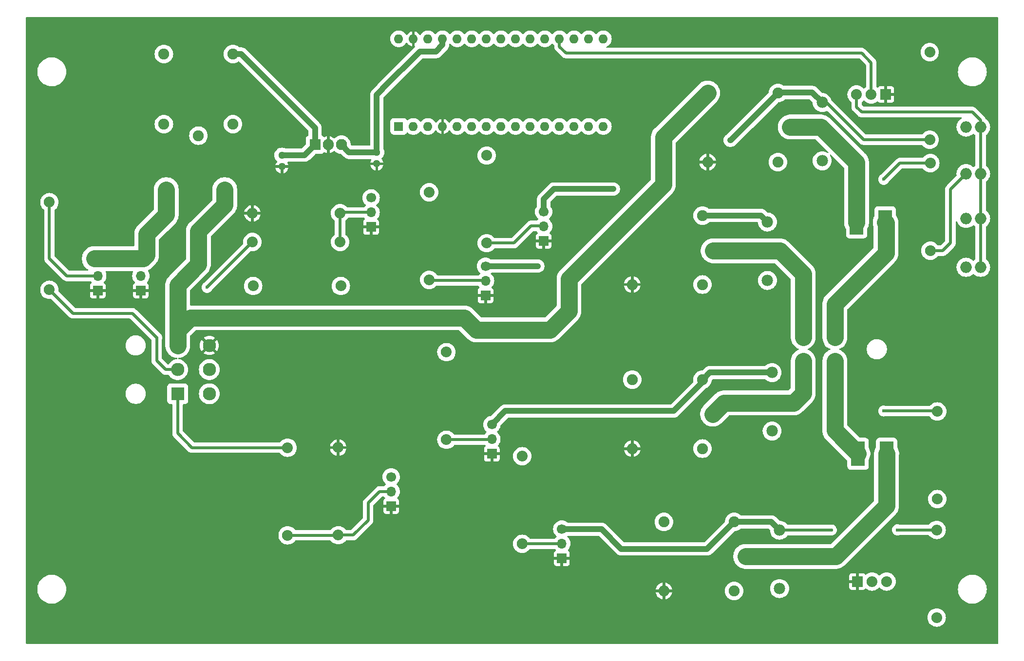
<source format=gbr>
%TF.GenerationSoftware,KiCad,Pcbnew,8.0.1*%
%TF.CreationDate,2024-04-05T01:50:22-04:00*%
%TF.ProjectId,Headlight Controller,48656164-6c69-4676-9874-20436f6e7472,rev?*%
%TF.SameCoordinates,Original*%
%TF.FileFunction,Copper,L1,Top*%
%TF.FilePolarity,Positive*%
%FSLAX46Y46*%
G04 Gerber Fmt 4.6, Leading zero omitted, Abs format (unit mm)*
G04 Created by KiCad (PCBNEW 8.0.1) date 2024-04-05 01:50:22*
%MOMM*%
%LPD*%
G01*
G04 APERTURE LIST*
%TA.AperFunction,ComponentPad*%
%ADD10O,1.981200X1.981200*%
%TD*%
%TA.AperFunction,ComponentPad*%
%ADD11R,2.300000X2.300000*%
%TD*%
%TA.AperFunction,ComponentPad*%
%ADD12C,2.300000*%
%TD*%
%TA.AperFunction,ComponentPad*%
%ADD13O,1.879600X1.879600*%
%TD*%
%TA.AperFunction,ComponentPad*%
%ADD14O,2.000000X2.000000*%
%TD*%
%TA.AperFunction,ComponentPad*%
%ADD15R,1.700000X1.700000*%
%TD*%
%TA.AperFunction,ComponentPad*%
%ADD16O,1.700000X1.700000*%
%TD*%
%TA.AperFunction,ComponentPad*%
%ADD17C,1.700000*%
%TD*%
%TA.AperFunction,ComponentPad*%
%ADD18C,1.905000*%
%TD*%
%TA.AperFunction,ComponentPad*%
%ADD19R,1.930400X1.930400*%
%TD*%
%TA.AperFunction,ComponentPad*%
%ADD20O,1.930400X1.930400*%
%TD*%
%TA.AperFunction,ComponentPad*%
%ADD21C,1.930400*%
%TD*%
%TA.AperFunction,ComponentPad*%
%ADD22R,2.380000X4.285000*%
%TD*%
%TA.AperFunction,ComponentPad*%
%ADD23R,1.879600X1.879600*%
%TD*%
%TA.AperFunction,ComponentPad*%
%ADD24R,1.600000X1.600000*%
%TD*%
%TA.AperFunction,ComponentPad*%
%ADD25O,1.600000X1.600000*%
%TD*%
%TA.AperFunction,ComponentPad*%
%ADD26O,1.300000X1.300000*%
%TD*%
%TA.AperFunction,ViaPad*%
%ADD27C,0.600000*%
%TD*%
%TA.AperFunction,Conductor*%
%ADD28C,0.500000*%
%TD*%
%TA.AperFunction,Conductor*%
%ADD29C,3.000000*%
%TD*%
%TA.AperFunction,Conductor*%
%ADD30C,1.000000*%
%TD*%
%TA.AperFunction,Conductor*%
%ADD31C,0.200000*%
%TD*%
G04 APERTURE END LIST*
D10*
%TO.P,CR1,A,A*%
%TO.N,Net-(Q3-C)*%
X154400000Y-86120000D03*
%TO.P,CR1,C,K*%
%TO.N,/+5V*%
X154400000Y-96280000D03*
%TD*%
D11*
%TO.P,J2,1,1*%
%TO.N,/C2-1*%
X166102501Y-106154002D03*
D12*
%TO.P,J2,2,2*%
%TO.N,/C2-3*%
X166102501Y-110354001D03*
%TO.P,J2,3,3*%
%TO.N,/C2-2*%
X160602502Y-106154002D03*
%TO.P,J2,4,4*%
%TO.N,/C2-4*%
X160602502Y-110354001D03*
%TD*%
D13*
%TO.P,R7,1*%
%TO.N,/DG5*%
X98600000Y-108760000D03*
%TO.P,R7,2*%
%TO.N,Net-(Q5-B)*%
X98600000Y-124000000D03*
%TD*%
D14*
%TO.P,D4,1,K*%
%TO.N,/+5V*%
X191445100Y-94000000D03*
%TO.P,D4,2,A*%
%TO.N,Net-(D4-A)*%
X188905100Y-94000000D03*
%TD*%
D10*
%TO.P,CR3,A,A*%
%TO.N,Net-(Q5-C)*%
X155200000Y-112320000D03*
%TO.P,CR3,C,K*%
%TO.N,/+5V*%
X155200000Y-122480000D03*
%TD*%
D15*
%TO.P,Q1,1,E*%
%TO.N,GND*%
X85500000Y-87000000D03*
D16*
%TO.P,Q1,2,B*%
%TO.N,Net-(Q1-B)*%
X85500000Y-84460000D03*
D17*
%TO.P,Q1,3,C*%
%TO.N,/DG8*%
X85500000Y-81920000D03*
%TD*%
D18*
%TO.P,K2,1,1*%
%TO.N,/U2 IN+*%
X158199900Y-69700000D03*
%TO.P,K2,2,2*%
%TO.N,/+5V*%
X156199900Y-75700000D03*
%TO.P,K2,3,3*%
%TO.N,GND*%
X144000000Y-75700000D03*
%TO.P,K2,4,4*%
%TO.N,/12V-1*%
X144000000Y-63700000D03*
%TO.P,K2,5,5*%
%TO.N,Net-(Q4-C)*%
X156199900Y-63700000D03*
%TD*%
D13*
%TO.P,R4,1*%
%TO.N,Net-(Q2-B)*%
X79800000Y-140600000D03*
%TO.P,R4,2*%
%TO.N,GND*%
X79800000Y-125360000D03*
%TD*%
%TO.P,R5,1*%
%TO.N,/DG3*%
X95609890Y-80940000D03*
%TO.P,R5,2*%
%TO.N,Net-(Q3-B)*%
X95609890Y-96180000D03*
%TD*%
D19*
%TO.P,U1,1,IN*%
%TO.N,/VI*%
X75777500Y-72674100D03*
D20*
%TO.P,U1,2,GND*%
%TO.N,GND*%
X78063500Y-72674100D03*
D21*
%TO.P,U1,3,OUT*%
%TO.N,/+5V*%
X80349500Y-72674100D03*
%TD*%
D22*
%TO.P,U3,1,IN+*%
%TO.N,/U3 IN+*%
X175113000Y-126432000D03*
%TO.P,U3,2,IN-*%
%TO.N,/C2-3*%
X170134600Y-126432000D03*
D13*
%TO.P,U3,3,VCC*%
%TO.N,/+5V*%
X175113000Y-148657000D03*
%TO.P,U3,4,OUT*%
%TO.N,/A1*%
X172573000Y-148657000D03*
D23*
%TO.P,U3,5,GND*%
%TO.N,GND*%
X170033000Y-148657000D03*
%TD*%
D13*
%TO.P,R3,1*%
%TO.N,/Close Lamps*%
X71000000Y-125380000D03*
%TO.P,R3,2*%
%TO.N,Net-(Q2-B)*%
X71000000Y-140620000D03*
%TD*%
%TO.P,R13,1*%
%TO.N,Net-(D3-A)*%
X183900000Y-134320000D03*
%TO.P,R13,2*%
%TO.N,Net-(Q5-C)*%
X183900000Y-119080000D03*
%TD*%
D14*
%TO.P,D3,1,K*%
%TO.N,/+5V*%
X191445100Y-85500000D03*
%TO.P,D3,2,A*%
%TO.N,Net-(D3-A)*%
X188905100Y-85500000D03*
%TD*%
D11*
%TO.P,J1,1,1*%
%TO.N,/Close Lamps*%
X51897499Y-116000000D03*
D12*
%TO.P,J1,2,2*%
%TO.N,/Open Lamps*%
X51897499Y-111800001D03*
%TO.P,J1,3,3*%
%TO.N,/12V-1*%
X51897499Y-107600002D03*
%TO.P,J1,4,4*%
%TO.N,/12V-2*%
X57397498Y-116000000D03*
%TO.P,J1,5,5*%
%TO.N,unconnected-(J1-Pad5)*%
X57397498Y-111800001D03*
%TO.P,J1,6,6*%
%TO.N,GND*%
X57397498Y-107600002D03*
%TD*%
D14*
%TO.P,D1,1,K*%
%TO.N,/+5V*%
X191445100Y-77700000D03*
%TO.P,D1,2,A*%
%TO.N,Net-(D1-A)*%
X188905100Y-77700000D03*
%TD*%
D13*
%TO.P,R9,1*%
%TO.N,Net-(Q7-B)*%
X65010000Y-97250000D03*
%TO.P,R9,2*%
%TO.N,/DG9*%
X80250000Y-97250000D03*
%TD*%
D24*
%TO.P,A1,1,D1/TX*%
%TO.N,unconnected-(A1-D1{slash}TX-Pad1)*%
X90310000Y-69500000D03*
D25*
%TO.P,A1,2,D0/RX*%
%TO.N,unconnected-(A1-D0{slash}RX-Pad2)*%
X92850000Y-69500000D03*
%TO.P,A1,3,~{RESET}*%
%TO.N,unconnected-(A1-~{RESET}-Pad3)*%
X95390000Y-69500000D03*
%TO.P,A1,4,GND*%
%TO.N,GND*%
X97930000Y-69500000D03*
%TO.P,A1,5,D2*%
%TO.N,unconnected-(A1-D2-Pad5)*%
X100470000Y-69500000D03*
%TO.P,A1,6,D3*%
%TO.N,/DG3*%
X103010000Y-69500000D03*
%TO.P,A1,7,D4*%
%TO.N,/DG4*%
X105550000Y-69500000D03*
%TO.P,A1,8,D5*%
%TO.N,/DG5*%
X108090000Y-69500000D03*
%TO.P,A1,9,D6*%
%TO.N,/DG6*%
X110630000Y-69500000D03*
%TO.P,A1,10,D7*%
%TO.N,/DG7*%
X113170000Y-69500000D03*
%TO.P,A1,11,D8*%
%TO.N,/DG8*%
X115710000Y-69500000D03*
%TO.P,A1,12,D9*%
%TO.N,/DG9*%
X118250000Y-69500000D03*
%TO.P,A1,13,D10*%
%TO.N,unconnected-(A1-D10-Pad13)*%
X120790000Y-69500000D03*
%TO.P,A1,14,D11*%
%TO.N,unconnected-(A1-D11-Pad14)*%
X123330000Y-69500000D03*
%TO.P,A1,15,D12*%
%TO.N,unconnected-(A1-D12-Pad15)*%
X125870000Y-69500000D03*
%TO.P,A1,16,D13*%
%TO.N,unconnected-(A1-D13-Pad16)*%
X125870000Y-54260000D03*
%TO.P,A1,17,3V3*%
%TO.N,unconnected-(A1-3V3-Pad17)*%
X123330000Y-54260000D03*
%TO.P,A1,18,AREF*%
%TO.N,unconnected-(A1-AREF-Pad18)*%
X120790000Y-54260000D03*
%TO.P,A1,19,A0*%
%TO.N,/A0*%
X118250000Y-54260000D03*
%TO.P,A1,20,A1*%
%TO.N,/A1*%
X115710000Y-54260000D03*
%TO.P,A1,21,A2*%
%TO.N,unconnected-(A1-A2-Pad21)*%
X113170000Y-54260000D03*
%TO.P,A1,22,A3*%
%TO.N,unconnected-(A1-A3-Pad22)*%
X110630000Y-54260000D03*
%TO.P,A1,23,A4*%
%TO.N,unconnected-(A1-A4-Pad23)*%
X108090000Y-54260000D03*
%TO.P,A1,24,A5*%
%TO.N,unconnected-(A1-A5-Pad24)*%
X105550000Y-54260000D03*
%TO.P,A1,25,A6*%
%TO.N,unconnected-(A1-A6-Pad25)*%
X103010000Y-54260000D03*
%TO.P,A1,26,A7*%
%TO.N,unconnected-(A1-A7-Pad26)*%
X100470000Y-54260000D03*
%TO.P,A1,27,+5V*%
%TO.N,/+5V*%
X97930000Y-54260000D03*
%TO.P,A1,28,~{RESET}*%
%TO.N,unconnected-(A1-~{RESET}-Pad28)*%
X95390000Y-54260000D03*
%TO.P,A1,29,GND*%
%TO.N,GND*%
X92850000Y-54260000D03*
%TO.P,A1,30,VIN*%
%TO.N,unconnected-(A1-VIN-Pad30)*%
X90310000Y-54260000D03*
%TD*%
D26*
%TO.P,C1,1*%
%TO.N,/VI*%
X70000000Y-74500000D03*
%TO.P,C1,2*%
%TO.N,GND*%
X70000000Y-76500000D03*
%TD*%
D15*
%TO.P,Q3,1,E*%
%TO.N,GND*%
X105400000Y-98900000D03*
D16*
%TO.P,Q3,2,B*%
%TO.N,Net-(Q3-B)*%
X105400000Y-96360000D03*
D17*
%TO.P,Q3,3,C*%
%TO.N,Net-(Q3-C)*%
X105400000Y-93820000D03*
%TD*%
D26*
%TO.P,C2,1*%
%TO.N,/+5V*%
X86500000Y-74000000D03*
%TO.P,C2,2*%
%TO.N,GND*%
X86500000Y-76000000D03*
%TD*%
D15*
%TO.P,Q4,1,E*%
%TO.N,GND*%
X115500000Y-89420000D03*
D16*
%TO.P,Q4,2,B*%
%TO.N,Net-(Q4-B)*%
X115500000Y-86880000D03*
D17*
%TO.P,Q4,3,C*%
%TO.N,Net-(Q4-C)*%
X115500000Y-84340000D03*
%TD*%
D13*
%TO.P,R11,1*%
%TO.N,Net-(D1-A)*%
X182700000Y-91120000D03*
%TO.P,R11,2*%
%TO.N,Net-(Q3-C)*%
X182700000Y-75880000D03*
%TD*%
%TO.P,R8,1*%
%TO.N,/DG6*%
X111764945Y-126860000D03*
%TO.P,R8,2*%
%TO.N,Net-(Q6-B)*%
X111764945Y-142100000D03*
%TD*%
D18*
%TO.P,K1,1,1*%
%TO.N,/C2-2*%
X145100100Y-91000000D03*
%TO.P,K1,2,2*%
%TO.N,/+5V*%
X143100100Y-97000000D03*
%TO.P,K1,3,3*%
%TO.N,GND*%
X130900200Y-97000000D03*
%TO.P,K1,4,4*%
%TO.N,/12V-1*%
X130900200Y-85000000D03*
%TO.P,K1,5,5*%
%TO.N,Net-(Q3-C)*%
X143100100Y-85000000D03*
%TD*%
D15*
%TO.P,Q7,1,E*%
%TO.N,GND*%
X45500000Y-98040000D03*
D16*
%TO.P,Q7,2,B*%
%TO.N,Net-(Q7-B)*%
X45500000Y-95500000D03*
D17*
%TO.P,Q7,3,C*%
%TO.N,Net-(Q7-C)*%
X45500000Y-92960000D03*
%TD*%
D18*
%TO.P,K3,1,1*%
%TO.N,/C2-4*%
X145100100Y-119535000D03*
%TO.P,K3,2,2*%
%TO.N,/+5V*%
X143100100Y-125535000D03*
%TO.P,K3,3,3*%
%TO.N,GND*%
X130900200Y-125535000D03*
%TO.P,K3,4,4*%
%TO.N,/12V-2*%
X130900200Y-113535000D03*
%TO.P,K3,5,5*%
%TO.N,Net-(Q5-C)*%
X143100100Y-113535000D03*
%TD*%
D15*
%TO.P,Q6,1,E*%
%TO.N,GND*%
X118655055Y-144620000D03*
D16*
%TO.P,Q6,2,B*%
%TO.N,Net-(Q6-B)*%
X118655055Y-142080000D03*
D17*
%TO.P,Q6,3,C*%
%TO.N,Net-(Q6-C)*%
X118655055Y-139540000D03*
%TD*%
D15*
%TO.P,Q2,1,E*%
%TO.N,GND*%
X89000000Y-135540000D03*
D16*
%TO.P,Q2,2,B*%
%TO.N,Net-(Q2-B)*%
X89000000Y-133000000D03*
D17*
%TO.P,Q2,3,C*%
%TO.N,/DG7*%
X89000000Y-130460000D03*
%TD*%
D22*
%TO.P,U2,1,IN+*%
%TO.N,/U2 IN+*%
X169887000Y-86168000D03*
%TO.P,U2,2,IN-*%
%TO.N,/C2-1*%
X174865400Y-86168000D03*
D13*
%TO.P,U2,3,VCC*%
%TO.N,/+5V*%
X169887000Y-63943000D03*
%TO.P,U2,4,OUT*%
%TO.N,/A0*%
X172427000Y-63943000D03*
D23*
%TO.P,U2,5,GND*%
%TO.N,GND*%
X174967000Y-63943000D03*
%TD*%
D13*
%TO.P,R6,1*%
%TO.N,/DG4*%
X105600000Y-74560000D03*
%TO.P,R6,2*%
%TO.N,Net-(Q4-B)*%
X105600000Y-89800000D03*
%TD*%
D10*
%TO.P,CR4,A,A*%
%TO.N,Net-(Q6-C)*%
X156500000Y-139720000D03*
%TO.P,CR4,C,K*%
%TO.N,/+5V*%
X156500000Y-149880000D03*
%TD*%
D15*
%TO.P,Q8,1,E*%
%TO.N,GND*%
X38000000Y-98040000D03*
D16*
%TO.P,Q8,2,B*%
%TO.N,Net-(Q8-B)*%
X38000000Y-95500000D03*
D17*
%TO.P,Q8,3,C*%
%TO.N,Net-(Q7-C)*%
X38000000Y-92960000D03*
%TD*%
D13*
%TO.P,R14,1*%
%TO.N,Net-(D4-A)*%
X183800000Y-154920000D03*
%TO.P,R14,2*%
%TO.N,Net-(Q6-C)*%
X183800000Y-139680000D03*
%TD*%
D18*
%TO.P,K5,1,1*%
%TO.N,/12V-1*%
X55500000Y-71100100D03*
%TO.P,K5,2,2*%
%TO.N,Net-(Q7-C)*%
X49500000Y-69100100D03*
%TO.P,K5,3,3*%
%TO.N,unconnected-(K5-Pad3)*%
X49500000Y-56900200D03*
%TO.P,K5,4,4*%
%TO.N,/VI*%
X61500000Y-56900200D03*
%TO.P,K5,5,5*%
%TO.N,/12V-1*%
X61500000Y-69100100D03*
%TD*%
D13*
%TO.P,R1,1*%
%TO.N,/Open Lamps*%
X64880000Y-89600000D03*
%TO.P,R1,2*%
%TO.N,Net-(Q1-B)*%
X80120000Y-89600000D03*
%TD*%
D15*
%TO.P,Q5,1,E*%
%TO.N,GND*%
X106490110Y-126440000D03*
D16*
%TO.P,Q5,2,B*%
%TO.N,Net-(Q5-B)*%
X106490110Y-123900000D03*
D17*
%TO.P,Q5,3,C*%
%TO.N,Net-(Q5-C)*%
X106490110Y-121360000D03*
%TD*%
D10*
%TO.P,CR5,A,A*%
%TO.N,Net-(Q7-C)*%
X49920000Y-80500000D03*
%TO.P,CR5,C,K*%
%TO.N,/12V-1*%
X60080000Y-80500000D03*
%TD*%
D13*
%TO.P,R2,1*%
%TO.N,Net-(Q1-B)*%
X80120000Y-84600000D03*
%TO.P,R2,2*%
%TO.N,GND*%
X64880000Y-84600000D03*
%TD*%
D18*
%TO.P,K4,1,1*%
%TO.N,/U3 IN+*%
X150600100Y-144300001D03*
%TO.P,K4,2,2*%
%TO.N,/+5V*%
X148600100Y-150300001D03*
%TO.P,K4,3,3*%
%TO.N,GND*%
X136400200Y-150300001D03*
%TO.P,K4,4,4*%
%TO.N,/12V-2*%
X136400200Y-138300001D03*
%TO.P,K4,5,5*%
%TO.N,Net-(Q6-C)*%
X148600100Y-138300001D03*
%TD*%
D13*
%TO.P,R12,1*%
%TO.N,Net-(D2-A)*%
X182600000Y-56580000D03*
%TO.P,R12,2*%
%TO.N,Net-(Q4-C)*%
X182600000Y-71820000D03*
%TD*%
%TO.P,R10,1*%
%TO.N,Net-(Q8-B)*%
X29600000Y-82680000D03*
%TO.P,R10,2*%
%TO.N,/Open Lamps*%
X29600000Y-97920000D03*
%TD*%
D14*
%TO.P,D2,1,K*%
%TO.N,/+5V*%
X191445100Y-69600000D03*
%TO.P,D2,2,A*%
%TO.N,Net-(D2-A)*%
X188905100Y-69600000D03*
%TD*%
D10*
%TO.P,CR2,A,A*%
%TO.N,Net-(Q4-C)*%
X163900000Y-65320000D03*
%TO.P,CR2,C,K*%
%TO.N,/+5V*%
X163900000Y-75480000D03*
%TD*%
D27*
%TO.N,GND*%
X104700000Y-66300000D03*
X94700000Y-66300000D03*
%TO.N,Net-(Q3-C)*%
X174600000Y-78700000D03*
X114500000Y-93800000D03*
%TO.N,Net-(Q4-C)*%
X127600000Y-80400000D03*
X147900000Y-71900000D03*
%TO.N,Net-(Q5-C)*%
X174600000Y-119000000D03*
%TO.N,Net-(Q6-C)*%
X177000000Y-139680000D03*
X165500000Y-139700000D03*
%TO.N,/Open Lamps*%
X57000000Y-97500000D03*
X48250000Y-106250000D03*
%TD*%
D28*
%TO.N,/Open Lamps*%
X64880000Y-89620000D02*
X64880000Y-89600000D01*
X57000000Y-97500000D02*
X64880000Y-89620000D01*
D29*
%TO.N,/C2-2*%
X160602502Y-95202502D02*
X160602502Y-106154002D01*
X144958250Y-91135000D02*
X156535000Y-91135000D01*
X156535000Y-91135000D02*
X160602502Y-95202502D01*
%TO.N,/C2-3*%
X166100000Y-110356502D02*
X166102501Y-110354001D01*
X166100000Y-122397400D02*
X166100000Y-110356502D01*
X170134600Y-126432000D02*
X166100000Y-122397400D01*
%TO.N,/C2-1*%
X166102501Y-100397499D02*
X166102501Y-106154002D01*
X175000000Y-91500000D02*
X166102501Y-100397499D01*
X175000000Y-86302600D02*
X175000000Y-91500000D01*
X174865400Y-86168000D02*
X175000000Y-86302600D01*
D30*
%TO.N,Net-(Q3-C)*%
X105420000Y-93800000D02*
X105400000Y-93820000D01*
X114500000Y-93800000D02*
X105420000Y-93800000D01*
D28*
%TO.N,/A0*%
X118250000Y-55625000D02*
X118250000Y-54260000D01*
X172427000Y-58427000D02*
X170750000Y-56750000D01*
X170750000Y-56750000D02*
X119375000Y-56750000D01*
X119375000Y-56750000D02*
X118250000Y-55625000D01*
X172427000Y-63943000D02*
X172427000Y-58427000D01*
%TO.N,GND*%
X105285055Y-99600000D02*
X105305055Y-99620000D01*
D31*
X105305055Y-99620000D02*
X105485055Y-99800000D01*
D30*
%TO.N,/+5V*%
X86500000Y-74000000D02*
X86500000Y-64000000D01*
D28*
X191445100Y-85500000D02*
X191445100Y-94000000D01*
D30*
X86500000Y-64000000D02*
X87500000Y-63000000D01*
D28*
X191445100Y-93900000D02*
X191545100Y-94000000D01*
X191445100Y-68445100D02*
X191445100Y-69600000D01*
X191445100Y-69600000D02*
X191445100Y-77700000D01*
D30*
X86500000Y-74000000D02*
X81675400Y-74000000D01*
X93960000Y-56500000D02*
X96750000Y-56500000D01*
D28*
X191500000Y-85500000D02*
X191445100Y-85500000D01*
D30*
X81675400Y-74000000D02*
X80349500Y-72674100D01*
X87500000Y-63000000D02*
X87500000Y-62960000D01*
X96750000Y-56500000D02*
X97930000Y-55320000D01*
D28*
X170750000Y-67000000D02*
X190000000Y-67000000D01*
D30*
X97930000Y-55320000D02*
X97930000Y-54260000D01*
D28*
X169887000Y-63943000D02*
X169887000Y-66137000D01*
X169887000Y-66137000D02*
X170750000Y-67000000D01*
X191445100Y-77700000D02*
X191445100Y-85500000D01*
D30*
X87500000Y-62960000D02*
X93960000Y-56500000D01*
D28*
X190000000Y-67000000D02*
X191445100Y-68445100D01*
D30*
%TO.N,/VI*%
X75777500Y-69777500D02*
X75777500Y-72674100D01*
X70000000Y-74500000D02*
X73951600Y-74500000D01*
X61500000Y-56900200D02*
X62900200Y-56900200D01*
X62900200Y-56900200D02*
X75777500Y-69777500D01*
X73951600Y-74500000D02*
X75777500Y-72674100D01*
%TO.N,Net-(Q3-C)*%
X154400000Y-86120000D02*
X153280000Y-85000000D01*
X153280000Y-85000000D02*
X143100100Y-85000000D01*
D28*
X182700000Y-75880000D02*
X177420000Y-75880000D01*
X177420000Y-75880000D02*
X174600000Y-78700000D01*
D30*
%TO.N,Net-(Q4-C)*%
X148000002Y-71900000D02*
X147900000Y-71900000D01*
X117240000Y-80400000D02*
X115500000Y-82140000D01*
D28*
X171120000Y-71820000D02*
X182600000Y-71820000D01*
D30*
X115500000Y-82140000D02*
X115500000Y-84340000D01*
X163900000Y-65320000D02*
X162180002Y-63600002D01*
X127600000Y-80400000D02*
X117240000Y-80400000D01*
D28*
X164620000Y-65320000D02*
X171120000Y-71820000D01*
D30*
X162180002Y-63600002D02*
X156300000Y-63600002D01*
X156300000Y-63600002D02*
X148000002Y-71900000D01*
D28*
X163900000Y-65320000D02*
X164620000Y-65320000D01*
D30*
%TO.N,Net-(Q5-C)*%
X138100000Y-119000000D02*
X142858249Y-114241751D01*
D28*
X183900000Y-119080000D02*
X183820000Y-119000000D01*
D30*
X106490110Y-121360000D02*
X108850110Y-119000000D01*
X108850110Y-119000000D02*
X138100000Y-119000000D01*
X143164999Y-113535001D02*
X144380000Y-112320000D01*
D28*
X183820000Y-119000000D02*
X174600000Y-119000000D01*
D30*
X142858249Y-113535001D02*
X143164999Y-113535001D01*
X142858249Y-114241751D02*
X142858249Y-113535001D01*
X144380000Y-112320000D02*
X155200000Y-112320000D01*
D31*
%TO.N,Net-(Q6-C)*%
X165500000Y-139700000D02*
X165480000Y-139720000D01*
D30*
X155080002Y-138300002D02*
X156500000Y-139720000D01*
X143900000Y-143000000D02*
X148599998Y-138300002D01*
X129000000Y-143000000D02*
X143900000Y-143000000D01*
X125560000Y-139560000D02*
X129000000Y-143000000D01*
X118655055Y-139540000D02*
X118675055Y-139560000D01*
X118675055Y-139560000D02*
X125560000Y-139560000D01*
X148599998Y-138300002D02*
X155080002Y-138300002D01*
D28*
X183800000Y-139680000D02*
X177000000Y-139680000D01*
X165480000Y-139720000D02*
X156500000Y-139720000D01*
D29*
%TO.N,/12V-1*%
X51897499Y-105000000D02*
X54097499Y-102800000D01*
X119900000Y-96000000D02*
X130900000Y-85000000D01*
X54097499Y-102800000D02*
X101700000Y-102800000D01*
X130900000Y-85000000D02*
X130900200Y-85000000D01*
X51897499Y-97102501D02*
X55500000Y-93500000D01*
X136300000Y-71400000D02*
X144000000Y-63700000D01*
X116600000Y-104900000D02*
X119900000Y-101600000D01*
X55500000Y-93500000D02*
X55500000Y-87750000D01*
X101700000Y-102800000D02*
X103800000Y-104900000D01*
X130900200Y-85000000D02*
X136300000Y-79600200D01*
X55500000Y-87750000D02*
X60080000Y-83170000D01*
X60080000Y-83170000D02*
X60080000Y-80500000D01*
X51897499Y-107600002D02*
X51897499Y-105000000D01*
X119900000Y-101600000D02*
X119900000Y-96000000D01*
X51897499Y-105000000D02*
X51897499Y-97102501D01*
X103800000Y-104900000D02*
X116600000Y-104900000D01*
X136300000Y-79600200D02*
X136300000Y-71400000D01*
%TO.N,Net-(Q7-C)*%
X49920000Y-80500000D02*
X49920000Y-84830000D01*
X46500000Y-91900000D02*
X45900000Y-92500000D01*
X46500000Y-88250000D02*
X46500000Y-91900000D01*
X49920000Y-84830000D02*
X46500000Y-88250000D01*
X45900000Y-92500000D02*
X37400000Y-92500000D01*
D28*
%TO.N,Net-(D1-A)*%
X184880000Y-91120000D02*
X182700000Y-91120000D01*
X188905100Y-77700000D02*
X186200000Y-80405100D01*
X186200000Y-89800000D02*
X184880000Y-91120000D01*
X186200000Y-80405100D02*
X186200000Y-89800000D01*
%TO.N,/Close Lamps*%
X51897499Y-116000000D02*
X51897499Y-122897499D01*
X51897499Y-122897499D02*
X54380000Y-125380000D01*
X54380000Y-125380000D02*
X71000000Y-125380000D01*
%TO.N,/Open Lamps*%
X51897499Y-111800001D02*
X49800001Y-111800001D01*
X48250000Y-106250000D02*
X44000000Y-102000000D01*
X48250000Y-110250000D02*
X48250000Y-106250000D01*
X49800001Y-111800001D02*
X48250000Y-110250000D01*
X44000000Y-102000000D02*
X33680000Y-102000000D01*
X33680000Y-102000000D02*
X29600000Y-97920000D01*
D29*
%TO.N,/C2-4*%
X144858250Y-119535000D02*
X146793250Y-117600000D01*
X160602502Y-115897498D02*
X160602502Y-110354001D01*
X158900000Y-117600000D02*
X160602502Y-115897498D01*
X146793250Y-117600000D02*
X158900000Y-117600000D01*
%TO.N,/U2 IN+*%
X163700000Y-69600000D02*
X169887000Y-75787000D01*
X169887000Y-75787000D02*
X169887000Y-86168000D01*
X158350100Y-69600001D02*
X163700000Y-69600000D01*
%TO.N,/U3 IN+*%
X166299999Y-144300001D02*
X175100000Y-135500000D01*
X150600799Y-144300001D02*
X166299999Y-144300001D01*
X175100000Y-135500000D02*
X175100000Y-126445000D01*
X175100000Y-126445000D02*
X175113000Y-126432000D01*
D28*
%TO.N,Net-(Q1-B)*%
X80120000Y-84600000D02*
X80200000Y-84600000D01*
D31*
X85380000Y-84380000D02*
X85500000Y-84500000D01*
D28*
X80120000Y-89600000D02*
X80120000Y-84600000D01*
X80200000Y-84600000D02*
X80340000Y-84460000D01*
X80340000Y-84460000D02*
X85500000Y-84460000D01*
%TO.N,Net-(Q2-B)*%
X71000000Y-140620000D02*
X79780000Y-140620000D01*
X85000000Y-138000000D02*
X82400000Y-140600000D01*
X82400000Y-140600000D02*
X79800000Y-140600000D01*
X85000000Y-135000000D02*
X85000000Y-138000000D01*
X87000000Y-133000000D02*
X85000000Y-135000000D01*
X89000000Y-133000000D02*
X87000000Y-133000000D01*
D31*
X79780000Y-140620000D02*
X79800000Y-140600000D01*
D28*
%TO.N,Net-(Q3-B)*%
X95714945Y-96300000D02*
X105285055Y-96300000D01*
%TO.N,Net-(Q4-B)*%
X113320000Y-86780000D02*
X115400000Y-86780000D01*
X105600000Y-89800000D02*
X110300000Y-89800000D01*
X110300000Y-89800000D02*
X113320000Y-86780000D01*
%TO.N,Net-(Q5-B)*%
X98600000Y-124000000D02*
X106390110Y-124000000D01*
D31*
X106390110Y-124000000D02*
X106490110Y-123900000D01*
D28*
%TO.N,Net-(Q6-B)*%
X111764945Y-142100000D02*
X118635055Y-142100000D01*
%TO.N,Net-(Q8-B)*%
X32600000Y-95500000D02*
X38000000Y-95500000D01*
X29600000Y-92500000D02*
X32600000Y-95500000D01*
X29600000Y-82680000D02*
X29600000Y-92500000D01*
%TD*%
%TA.AperFunction,Conductor*%
%TO.N,GND*%
G36*
X194442539Y-50520185D02*
G01*
X194488294Y-50572989D01*
X194499500Y-50624500D01*
X194499500Y-159375500D01*
X194479815Y-159442539D01*
X194427011Y-159488294D01*
X194375500Y-159499500D01*
X25624500Y-159499500D01*
X25557461Y-159479815D01*
X25511706Y-159427011D01*
X25500500Y-159375500D01*
X25500500Y-154920000D01*
X182199466Y-154920000D01*
X182219170Y-155170374D01*
X182277803Y-155414596D01*
X182373911Y-155646623D01*
X182373913Y-155646626D01*
X182505137Y-155860765D01*
X182505138Y-155860767D01*
X182505141Y-155860770D01*
X182668252Y-156051748D01*
X182816088Y-156178012D01*
X182859232Y-156214861D01*
X182859234Y-156214862D01*
X183073373Y-156346086D01*
X183073376Y-156346088D01*
X183305403Y-156442196D01*
X183305408Y-156442198D01*
X183549621Y-156500829D01*
X183800000Y-156520534D01*
X184050379Y-156500829D01*
X184294592Y-156442198D01*
X184410609Y-156394142D01*
X184526623Y-156346088D01*
X184526624Y-156346087D01*
X184526627Y-156346086D01*
X184740770Y-156214859D01*
X184931748Y-156051748D01*
X185094859Y-155860770D01*
X185226086Y-155646627D01*
X185322198Y-155414592D01*
X185380829Y-155170379D01*
X185400534Y-154920000D01*
X185380829Y-154669621D01*
X185322198Y-154425408D01*
X185322196Y-154425403D01*
X185226088Y-154193376D01*
X185226086Y-154193373D01*
X185094862Y-153979234D01*
X185094861Y-153979232D01*
X185058012Y-153936088D01*
X184931748Y-153788252D01*
X184805482Y-153680410D01*
X184740767Y-153625138D01*
X184740765Y-153625137D01*
X184526626Y-153493913D01*
X184526623Y-153493911D01*
X184294596Y-153397803D01*
X184294592Y-153397802D01*
X184050379Y-153339171D01*
X184050377Y-153339170D01*
X184050374Y-153339170D01*
X183800000Y-153319466D01*
X183549625Y-153339170D01*
X183305403Y-153397803D01*
X183073376Y-153493911D01*
X183073373Y-153493913D01*
X182859234Y-153625137D01*
X182859232Y-153625138D01*
X182668252Y-153788252D01*
X182505138Y-153979232D01*
X182505137Y-153979234D01*
X182373913Y-154193373D01*
X182373911Y-154193376D01*
X182277803Y-154425403D01*
X182219170Y-154669625D01*
X182199466Y-154920000D01*
X25500500Y-154920000D01*
X25500500Y-150000005D01*
X27494556Y-150000005D01*
X27514310Y-150314004D01*
X27514311Y-150314011D01*
X27543790Y-150468547D01*
X27559780Y-150552369D01*
X27573270Y-150623083D01*
X27670497Y-150922316D01*
X27670499Y-150922321D01*
X27804461Y-151207003D01*
X27804464Y-151207009D01*
X27973051Y-151472661D01*
X27973054Y-151472665D01*
X28173606Y-151715090D01*
X28173608Y-151715092D01*
X28173610Y-151715094D01*
X28190407Y-151730867D01*
X28402968Y-151930476D01*
X28402978Y-151930484D01*
X28657504Y-152115408D01*
X28657509Y-152115410D01*
X28657516Y-152115416D01*
X28933234Y-152266994D01*
X28933239Y-152266996D01*
X28933241Y-152266997D01*
X28933242Y-152266998D01*
X29225771Y-152382818D01*
X29225774Y-152382819D01*
X29530523Y-152461065D01*
X29530527Y-152461066D01*
X29596010Y-152469338D01*
X29842670Y-152500499D01*
X29842679Y-152500499D01*
X29842682Y-152500500D01*
X29842684Y-152500500D01*
X30157316Y-152500500D01*
X30157318Y-152500500D01*
X30157321Y-152500499D01*
X30157329Y-152500499D01*
X30343593Y-152476968D01*
X30469473Y-152461066D01*
X30774225Y-152382819D01*
X30774228Y-152382818D01*
X31066757Y-152266998D01*
X31066758Y-152266997D01*
X31066756Y-152266997D01*
X31066766Y-152266994D01*
X31342484Y-152115416D01*
X31597030Y-151930478D01*
X31826390Y-151715094D01*
X32026947Y-151472663D01*
X32195537Y-151207007D01*
X32329503Y-150922315D01*
X32426731Y-150623079D01*
X32440671Y-150550001D01*
X134965159Y-150550001D01*
X135021691Y-150773241D01*
X135118386Y-150993685D01*
X135250043Y-151195200D01*
X135250051Y-151195211D01*
X135413073Y-151372298D01*
X135413083Y-151372307D01*
X135603031Y-151520150D01*
X135603040Y-151520156D01*
X135814731Y-151634716D01*
X135814745Y-151634722D01*
X136042407Y-151712880D01*
X136150200Y-151730867D01*
X136150200Y-150952498D01*
X136196455Y-150971658D01*
X136331404Y-150998501D01*
X136468996Y-150998501D01*
X136603945Y-150971658D01*
X136650200Y-150952498D01*
X136650200Y-151730866D01*
X136757992Y-151712880D01*
X136985654Y-151634722D01*
X136985668Y-151634716D01*
X137197359Y-151520156D01*
X137197368Y-151520150D01*
X137387316Y-151372307D01*
X137387326Y-151372298D01*
X137550348Y-151195211D01*
X137550356Y-151195200D01*
X137682013Y-150993685D01*
X137778708Y-150773241D01*
X137835241Y-150550001D01*
X137052698Y-150550001D01*
X137071857Y-150503746D01*
X137098700Y-150368797D01*
X137098700Y-150300001D01*
X146986827Y-150300001D01*
X147006688Y-150552369D01*
X147065786Y-150798532D01*
X147162662Y-151032412D01*
X147294931Y-151248253D01*
X147294932Y-151248256D01*
X147294935Y-151248259D01*
X147459344Y-151440757D01*
X147565579Y-151531490D01*
X147651844Y-151605168D01*
X147651847Y-151605169D01*
X147867688Y-151737438D01*
X148101568Y-151834314D01*
X148101569Y-151834314D01*
X148101571Y-151834315D01*
X148347729Y-151893412D01*
X148600100Y-151913274D01*
X148852471Y-151893412D01*
X149098629Y-151834315D01*
X149332511Y-151737438D01*
X149548358Y-151605166D01*
X149740856Y-151440757D01*
X149905265Y-151248259D01*
X150037537Y-151032412D01*
X150134414Y-150798530D01*
X150193511Y-150552372D01*
X150213373Y-150300001D01*
X150193511Y-150047630D01*
X150153267Y-149880000D01*
X154848509Y-149880000D01*
X154868842Y-150138353D01*
X154929337Y-150390334D01*
X155028510Y-150629761D01*
X155163912Y-150850717D01*
X155163913Y-150850718D01*
X155163914Y-150850720D01*
X155163916Y-150850722D01*
X155332220Y-151047780D01*
X155529278Y-151216084D01*
X155529280Y-151216085D01*
X155529281Y-151216086D01*
X155529282Y-151216087D01*
X155750238Y-151351489D01*
X155842831Y-151389842D01*
X155989661Y-151450661D01*
X155989664Y-151450661D01*
X155989665Y-151450662D01*
X156081298Y-151472661D01*
X156241650Y-151511158D01*
X156500000Y-151531491D01*
X156758350Y-151511158D01*
X157010339Y-151450661D01*
X157249761Y-151351489D01*
X157470722Y-151216084D01*
X157667780Y-151047780D01*
X157836084Y-150850722D01*
X157971489Y-150629761D01*
X158070661Y-150390339D01*
X158131158Y-150138350D01*
X158151491Y-149880000D01*
X158132968Y-149644644D01*
X168593200Y-149644644D01*
X168599601Y-149704172D01*
X168599603Y-149704179D01*
X168649845Y-149838886D01*
X168649849Y-149838893D01*
X168736009Y-149953987D01*
X168736012Y-149953990D01*
X168851106Y-150040150D01*
X168851113Y-150040154D01*
X168985820Y-150090396D01*
X168985827Y-150090398D01*
X169045355Y-150096799D01*
X169045372Y-150096800D01*
X169783000Y-150096800D01*
X169783000Y-149099251D01*
X169836919Y-149130381D01*
X169966120Y-149165000D01*
X170099880Y-149165000D01*
X170229081Y-149130381D01*
X170283000Y-149099251D01*
X170283000Y-150096800D01*
X171020628Y-150096800D01*
X171020644Y-150096799D01*
X171080172Y-150090398D01*
X171080179Y-150090396D01*
X171214886Y-150040154D01*
X171214893Y-150040150D01*
X171329986Y-149953991D01*
X171369591Y-149901086D01*
X171425525Y-149859215D01*
X171495216Y-149854231D01*
X171549389Y-149881106D01*
X171632230Y-149951859D01*
X171632232Y-149951860D01*
X171632233Y-149951861D01*
X171632234Y-149951862D01*
X171846373Y-150083086D01*
X171846376Y-150083088D01*
X171979799Y-150138353D01*
X172078408Y-150179198D01*
X172322621Y-150237829D01*
X172573000Y-150257534D01*
X172823379Y-150237829D01*
X173067592Y-150179198D01*
X173183609Y-150131142D01*
X173299623Y-150083088D01*
X173299624Y-150083087D01*
X173299627Y-150083086D01*
X173513770Y-149951859D01*
X173704748Y-149788748D01*
X173748711Y-149737273D01*
X173807216Y-149699082D01*
X173877084Y-149698582D01*
X173936130Y-149735936D01*
X173937212Y-149737184D01*
X173981251Y-149788747D01*
X173981252Y-149788748D01*
X174172232Y-149951861D01*
X174172234Y-149951862D01*
X174386373Y-150083086D01*
X174386376Y-150083088D01*
X174519799Y-150138353D01*
X174618408Y-150179198D01*
X174862621Y-150237829D01*
X175113000Y-150257534D01*
X175363379Y-150237829D01*
X175607592Y-150179198D01*
X175723609Y-150131142D01*
X175839623Y-150083088D01*
X175839624Y-150083087D01*
X175839627Y-150083086D01*
X175975203Y-150000005D01*
X187494556Y-150000005D01*
X187514310Y-150314004D01*
X187514311Y-150314011D01*
X187543790Y-150468547D01*
X187559780Y-150552369D01*
X187573270Y-150623083D01*
X187670497Y-150922316D01*
X187670499Y-150922321D01*
X187804461Y-151207003D01*
X187804464Y-151207009D01*
X187973051Y-151472661D01*
X187973054Y-151472665D01*
X188173606Y-151715090D01*
X188173608Y-151715092D01*
X188173610Y-151715094D01*
X188190407Y-151730867D01*
X188402968Y-151930476D01*
X188402978Y-151930484D01*
X188657504Y-152115408D01*
X188657509Y-152115410D01*
X188657516Y-152115416D01*
X188933234Y-152266994D01*
X188933239Y-152266996D01*
X188933241Y-152266997D01*
X188933242Y-152266998D01*
X189225771Y-152382818D01*
X189225774Y-152382819D01*
X189530523Y-152461065D01*
X189530527Y-152461066D01*
X189596010Y-152469338D01*
X189842670Y-152500499D01*
X189842679Y-152500499D01*
X189842682Y-152500500D01*
X189842684Y-152500500D01*
X190157316Y-152500500D01*
X190157318Y-152500500D01*
X190157321Y-152500499D01*
X190157329Y-152500499D01*
X190343593Y-152476968D01*
X190469473Y-152461066D01*
X190774225Y-152382819D01*
X190774228Y-152382818D01*
X191066757Y-152266998D01*
X191066758Y-152266997D01*
X191066756Y-152266997D01*
X191066766Y-152266994D01*
X191342484Y-152115416D01*
X191597030Y-151930478D01*
X191826390Y-151715094D01*
X192026947Y-151472663D01*
X192195537Y-151207007D01*
X192329503Y-150922315D01*
X192426731Y-150623079D01*
X192485688Y-150314015D01*
X192486570Y-150300001D01*
X192505444Y-150000005D01*
X192505444Y-149999994D01*
X192485689Y-149685995D01*
X192485688Y-149685988D01*
X192485688Y-149685985D01*
X192426731Y-149376921D01*
X192329503Y-149077685D01*
X192195537Y-148792993D01*
X192140704Y-148706590D01*
X192026948Y-148527338D01*
X192026945Y-148527334D01*
X191826393Y-148284909D01*
X191826391Y-148284907D01*
X191597031Y-148069523D01*
X191597021Y-148069515D01*
X191342495Y-147884591D01*
X191342488Y-147884586D01*
X191342484Y-147884584D01*
X191066766Y-147733006D01*
X191066763Y-147733004D01*
X191066758Y-147733002D01*
X191066757Y-147733001D01*
X190774228Y-147617181D01*
X190774225Y-147617180D01*
X190469476Y-147538934D01*
X190469463Y-147538932D01*
X190157329Y-147499500D01*
X190157318Y-147499500D01*
X189842682Y-147499500D01*
X189842670Y-147499500D01*
X189530536Y-147538932D01*
X189530523Y-147538934D01*
X189225774Y-147617180D01*
X189225771Y-147617181D01*
X188933242Y-147733001D01*
X188933241Y-147733002D01*
X188657516Y-147884584D01*
X188657504Y-147884591D01*
X188402978Y-148069515D01*
X188402968Y-148069523D01*
X188173608Y-148284907D01*
X188173606Y-148284909D01*
X187973054Y-148527334D01*
X187973051Y-148527338D01*
X187804464Y-148792990D01*
X187804461Y-148792996D01*
X187670499Y-149077678D01*
X187670497Y-149077683D01*
X187573270Y-149376916D01*
X187514311Y-149685988D01*
X187514310Y-149685995D01*
X187494556Y-149999994D01*
X187494556Y-150000005D01*
X175975203Y-150000005D01*
X176053770Y-149951859D01*
X176244748Y-149788748D01*
X176407859Y-149597770D01*
X176539086Y-149383627D01*
X176544870Y-149369665D01*
X176603672Y-149227703D01*
X176635198Y-149151592D01*
X176693829Y-148907379D01*
X176713534Y-148657000D01*
X176693829Y-148406621D01*
X176635198Y-148162408D01*
X176596724Y-148069523D01*
X176539088Y-147930376D01*
X176539086Y-147930373D01*
X176407862Y-147716234D01*
X176407861Y-147716232D01*
X176323262Y-147617180D01*
X176244748Y-147525252D01*
X176113216Y-147412913D01*
X176053767Y-147362138D01*
X176053765Y-147362137D01*
X175839626Y-147230913D01*
X175839623Y-147230911D01*
X175607596Y-147134803D01*
X175607592Y-147134802D01*
X175363379Y-147076171D01*
X175363377Y-147076170D01*
X175363374Y-147076170D01*
X175113000Y-147056466D01*
X174862625Y-147076170D01*
X174618403Y-147134803D01*
X174386376Y-147230911D01*
X174386373Y-147230913D01*
X174172234Y-147362137D01*
X174172232Y-147362138D01*
X173981251Y-147525252D01*
X173937289Y-147576725D01*
X173878782Y-147614917D01*
X173808914Y-147615415D01*
X173749868Y-147578061D01*
X173748711Y-147576725D01*
X173704748Y-147525252D01*
X173513767Y-147362138D01*
X173513765Y-147362137D01*
X173299626Y-147230913D01*
X173299623Y-147230911D01*
X173067596Y-147134803D01*
X173067592Y-147134802D01*
X172823379Y-147076171D01*
X172823377Y-147076170D01*
X172823374Y-147076170D01*
X172573000Y-147056466D01*
X172322625Y-147076170D01*
X172078403Y-147134803D01*
X171846376Y-147230911D01*
X171846373Y-147230913D01*
X171632234Y-147362137D01*
X171632233Y-147362138D01*
X171549389Y-147432893D01*
X171485627Y-147461463D01*
X171416541Y-147451025D01*
X171369592Y-147412913D01*
X171329990Y-147360012D01*
X171329987Y-147360009D01*
X171214893Y-147273849D01*
X171214886Y-147273845D01*
X171080179Y-147223603D01*
X171080172Y-147223601D01*
X171020644Y-147217200D01*
X170283000Y-147217200D01*
X170283000Y-148214748D01*
X170229081Y-148183619D01*
X170099880Y-148149000D01*
X169966120Y-148149000D01*
X169836919Y-148183619D01*
X169783000Y-148214748D01*
X169783000Y-147217200D01*
X169045355Y-147217200D01*
X168985827Y-147223601D01*
X168985820Y-147223603D01*
X168851113Y-147273845D01*
X168851106Y-147273849D01*
X168736012Y-147360009D01*
X168736009Y-147360012D01*
X168649849Y-147475106D01*
X168649845Y-147475113D01*
X168599603Y-147609820D01*
X168599601Y-147609827D01*
X168593200Y-147669355D01*
X168593200Y-148407000D01*
X169590749Y-148407000D01*
X169559619Y-148460919D01*
X169525000Y-148590120D01*
X169525000Y-148723880D01*
X169559619Y-148853081D01*
X169590749Y-148907000D01*
X168593200Y-148907000D01*
X168593200Y-149644644D01*
X158132968Y-149644644D01*
X158131158Y-149621650D01*
X158070661Y-149369661D01*
X157983504Y-149159245D01*
X157971489Y-149130238D01*
X157836087Y-148909282D01*
X157836086Y-148909281D01*
X157836085Y-148909280D01*
X157836084Y-148909278D01*
X157667780Y-148712220D01*
X157470722Y-148543916D01*
X157470720Y-148543914D01*
X157470718Y-148543913D01*
X157470717Y-148543912D01*
X157249761Y-148408510D01*
X157010334Y-148309337D01*
X156758353Y-148248842D01*
X156500000Y-148228509D01*
X156241646Y-148248842D01*
X155989665Y-148309337D01*
X155750238Y-148408510D01*
X155529282Y-148543912D01*
X155529281Y-148543913D01*
X155332220Y-148712220D01*
X155163913Y-148909281D01*
X155163912Y-148909282D01*
X155028510Y-149130238D01*
X154929337Y-149369665D01*
X154868842Y-149621646D01*
X154848509Y-149880000D01*
X150153267Y-149880000D01*
X150134414Y-149801472D01*
X150129143Y-149788747D01*
X150037537Y-149567589D01*
X149905268Y-149351748D01*
X149905267Y-149351745D01*
X149849386Y-149286317D01*
X149740856Y-149159245D01*
X149613586Y-149050546D01*
X149548355Y-148994833D01*
X149548352Y-148994832D01*
X149332511Y-148862563D01*
X149098631Y-148765687D01*
X148852467Y-148706589D01*
X148852468Y-148706589D01*
X148600100Y-148686728D01*
X148347731Y-148706589D01*
X148101568Y-148765687D01*
X147867688Y-148862563D01*
X147651847Y-148994832D01*
X147651844Y-148994833D01*
X147459344Y-149159245D01*
X147294932Y-149351745D01*
X147294931Y-149351748D01*
X147162662Y-149567589D01*
X147065786Y-149801469D01*
X147006688Y-150047632D01*
X146986827Y-150300001D01*
X137098700Y-150300001D01*
X137098700Y-150231205D01*
X137071857Y-150096256D01*
X137052698Y-150050001D01*
X137835241Y-150050001D01*
X137778708Y-149826760D01*
X137682013Y-149606316D01*
X137550356Y-149404801D01*
X137550348Y-149404790D01*
X137387326Y-149227703D01*
X137387316Y-149227694D01*
X137197368Y-149079851D01*
X137197359Y-149079845D01*
X136985668Y-148965285D01*
X136985654Y-148965279D01*
X136757991Y-148887120D01*
X136650200Y-148869134D01*
X136650200Y-149647503D01*
X136603945Y-149628344D01*
X136468996Y-149601501D01*
X136331404Y-149601501D01*
X136196455Y-149628344D01*
X136150200Y-149647503D01*
X136150200Y-148869134D01*
X136150199Y-148869134D01*
X136042408Y-148887120D01*
X135814745Y-148965279D01*
X135814731Y-148965285D01*
X135603040Y-149079845D01*
X135603031Y-149079851D01*
X135413083Y-149227694D01*
X135413073Y-149227703D01*
X135250051Y-149404790D01*
X135250043Y-149404801D01*
X135118386Y-149606316D01*
X135021691Y-149826760D01*
X134965159Y-150050001D01*
X135747702Y-150050001D01*
X135728543Y-150096256D01*
X135701700Y-150231205D01*
X135701700Y-150368797D01*
X135728543Y-150503746D01*
X135747702Y-150550001D01*
X134965159Y-150550001D01*
X32440671Y-150550001D01*
X32485688Y-150314015D01*
X32486570Y-150300001D01*
X32505444Y-150000005D01*
X32505444Y-149999994D01*
X32485689Y-149685995D01*
X32485688Y-149685988D01*
X32485688Y-149685985D01*
X32426731Y-149376921D01*
X32329503Y-149077685D01*
X32195537Y-148792993D01*
X32140704Y-148706590D01*
X32026948Y-148527338D01*
X32026945Y-148527334D01*
X31826393Y-148284909D01*
X31826391Y-148284907D01*
X31597031Y-148069523D01*
X31597021Y-148069515D01*
X31342495Y-147884591D01*
X31342488Y-147884586D01*
X31342484Y-147884584D01*
X31066766Y-147733006D01*
X31066763Y-147733004D01*
X31066758Y-147733002D01*
X31066757Y-147733001D01*
X30774228Y-147617181D01*
X30774225Y-147617180D01*
X30469476Y-147538934D01*
X30469463Y-147538932D01*
X30157329Y-147499500D01*
X30157318Y-147499500D01*
X29842682Y-147499500D01*
X29842670Y-147499500D01*
X29530536Y-147538932D01*
X29530523Y-147538934D01*
X29225774Y-147617180D01*
X29225771Y-147617181D01*
X28933242Y-147733001D01*
X28933241Y-147733002D01*
X28657516Y-147884584D01*
X28657504Y-147884591D01*
X28402978Y-148069515D01*
X28402968Y-148069523D01*
X28173608Y-148284907D01*
X28173606Y-148284909D01*
X27973054Y-148527334D01*
X27973051Y-148527338D01*
X27804464Y-148792990D01*
X27804461Y-148792996D01*
X27670499Y-149077678D01*
X27670497Y-149077683D01*
X27573270Y-149376916D01*
X27514311Y-149685988D01*
X27514310Y-149685995D01*
X27494556Y-149999994D01*
X27494556Y-150000005D01*
X25500500Y-150000005D01*
X25500500Y-140620000D01*
X69399466Y-140620000D01*
X69419170Y-140870374D01*
X69419170Y-140870377D01*
X69419171Y-140870379D01*
X69453159Y-141011946D01*
X69477803Y-141114596D01*
X69573911Y-141346623D01*
X69573913Y-141346626D01*
X69705137Y-141560765D01*
X69705138Y-141560767D01*
X69749957Y-141613243D01*
X69868252Y-141751748D01*
X69982851Y-141849625D01*
X70059232Y-141914861D01*
X70059234Y-141914862D01*
X70273373Y-142046086D01*
X70273376Y-142046088D01*
X70503402Y-142141367D01*
X70505408Y-142142198D01*
X70749621Y-142200829D01*
X71000000Y-142220534D01*
X71250379Y-142200829D01*
X71494592Y-142142198D01*
X71610609Y-142094142D01*
X71726623Y-142046088D01*
X71726624Y-142046087D01*
X71726627Y-142046086D01*
X71940770Y-141914859D01*
X72131748Y-141751748D01*
X72287601Y-141569267D01*
X72346108Y-141531075D01*
X72381891Y-141525800D01*
X78435191Y-141525800D01*
X78502230Y-141545485D01*
X78529479Y-141569266D01*
X78668252Y-141731748D01*
X78776868Y-141824515D01*
X78859232Y-141894861D01*
X78859234Y-141894862D01*
X79073373Y-142026086D01*
X79073376Y-142026088D01*
X79251817Y-142100000D01*
X79305408Y-142122198D01*
X79549621Y-142180829D01*
X79800000Y-142200534D01*
X80050379Y-142180829D01*
X80294592Y-142122198D01*
X80348183Y-142100000D01*
X110164411Y-142100000D01*
X110184115Y-142350374D01*
X110242748Y-142594596D01*
X110338856Y-142826623D01*
X110338858Y-142826626D01*
X110470082Y-143040765D01*
X110470083Y-143040767D01*
X110520445Y-143099733D01*
X110633197Y-143231748D01*
X110687719Y-143278314D01*
X110824177Y-143394861D01*
X110824179Y-143394862D01*
X111038318Y-143526086D01*
X111038321Y-143526088D01*
X111230161Y-143605550D01*
X111270353Y-143622198D01*
X111514566Y-143680829D01*
X111764945Y-143700534D01*
X112015324Y-143680829D01*
X112259537Y-143622198D01*
X112381064Y-143571860D01*
X112491568Y-143526088D01*
X112491569Y-143526087D01*
X112491572Y-143526086D01*
X112705715Y-143394859D01*
X112896693Y-143231748D01*
X113052546Y-143049267D01*
X113111053Y-143011075D01*
X113146836Y-143005800D01*
X117408341Y-143005800D01*
X117475380Y-143025485D01*
X117502627Y-143049265D01*
X117584791Y-143145466D01*
X117584792Y-143145467D01*
X117613362Y-143209228D01*
X117602924Y-143278314D01*
X117564812Y-143325264D01*
X117447867Y-143412809D01*
X117447864Y-143412812D01*
X117361704Y-143527906D01*
X117361700Y-143527913D01*
X117311458Y-143662620D01*
X117311456Y-143662627D01*
X117305055Y-143722155D01*
X117305055Y-144370000D01*
X118106573Y-144370000D01*
X118095944Y-144388409D01*
X118055055Y-144541009D01*
X118055055Y-144698991D01*
X118095944Y-144851591D01*
X118106573Y-144870000D01*
X117305055Y-144870000D01*
X117305055Y-145517844D01*
X117311456Y-145577372D01*
X117311458Y-145577379D01*
X117361700Y-145712086D01*
X117361704Y-145712093D01*
X117447864Y-145827187D01*
X117447867Y-145827190D01*
X117562961Y-145913350D01*
X117562968Y-145913354D01*
X117697675Y-145963596D01*
X117697682Y-145963598D01*
X117757210Y-145969999D01*
X117757227Y-145970000D01*
X118405055Y-145970000D01*
X118405055Y-145168482D01*
X118423464Y-145179111D01*
X118576064Y-145220000D01*
X118734046Y-145220000D01*
X118886646Y-145179111D01*
X118905055Y-145168482D01*
X118905055Y-145970000D01*
X119552883Y-145970000D01*
X119552899Y-145969999D01*
X119612427Y-145963598D01*
X119612434Y-145963596D01*
X119747141Y-145913354D01*
X119747148Y-145913350D01*
X119862242Y-145827190D01*
X119862245Y-145827187D01*
X119948405Y-145712093D01*
X119948409Y-145712086D01*
X119998651Y-145577379D01*
X119998653Y-145577372D01*
X120005054Y-145517844D01*
X120005055Y-145517827D01*
X120005055Y-144870000D01*
X119203537Y-144870000D01*
X119214166Y-144851591D01*
X119255055Y-144698991D01*
X119255055Y-144541009D01*
X119228336Y-144441293D01*
X148444999Y-144441293D01*
X148445000Y-144441310D01*
X148481884Y-144721475D01*
X148555028Y-144994451D01*
X148663169Y-145255526D01*
X148663173Y-145255536D01*
X148804469Y-145500268D01*
X148976503Y-145724467D01*
X148976509Y-145724474D01*
X149176325Y-145924290D01*
X149176332Y-145924296D01*
X149400531Y-146096330D01*
X149645263Y-146237626D01*
X149645264Y-146237626D01*
X149645267Y-146237628D01*
X149906353Y-146345773D01*
X150179321Y-146418915D01*
X150459500Y-146455801D01*
X150459507Y-146455801D01*
X166441291Y-146455801D01*
X166441297Y-146455801D01*
X166441298Y-146455801D01*
X166581387Y-146437358D01*
X166721478Y-146418915D01*
X166994445Y-146345773D01*
X167255531Y-146237628D01*
X167500267Y-146096330D01*
X167724467Y-145924295D01*
X167924293Y-145724469D01*
X167929657Y-145719105D01*
X167929672Y-145719087D01*
X173968759Y-139680000D01*
X176039575Y-139680000D01*
X176058029Y-139867372D01*
X176112683Y-140047540D01*
X176201432Y-140213578D01*
X176201436Y-140213585D01*
X176320876Y-140359123D01*
X176466414Y-140478563D01*
X176466421Y-140478567D01*
X176542384Y-140519170D01*
X176632461Y-140567317D01*
X176812630Y-140621971D01*
X177000000Y-140640425D01*
X177187370Y-140621971D01*
X177250791Y-140602732D01*
X177289010Y-140591139D01*
X177325005Y-140585800D01*
X182418109Y-140585800D01*
X182485148Y-140605485D01*
X182512398Y-140629267D01*
X182668252Y-140811748D01*
X182776605Y-140904290D01*
X182859232Y-140974861D01*
X182859234Y-140974862D01*
X183073373Y-141106086D01*
X183073376Y-141106088D01*
X183286099Y-141194200D01*
X183305408Y-141202198D01*
X183549621Y-141260829D01*
X183800000Y-141280534D01*
X184050379Y-141260829D01*
X184294592Y-141202198D01*
X184418842Y-141150732D01*
X184526623Y-141106088D01*
X184526624Y-141106087D01*
X184526627Y-141106086D01*
X184740770Y-140974859D01*
X184931748Y-140811748D01*
X185094859Y-140620770D01*
X185226086Y-140406627D01*
X185241415Y-140369621D01*
X185301015Y-140225733D01*
X185322198Y-140174592D01*
X185380829Y-139930379D01*
X185400534Y-139680000D01*
X185380829Y-139429621D01*
X185322198Y-139185408D01*
X185314331Y-139166416D01*
X185226088Y-138953376D01*
X185226086Y-138953373D01*
X185094862Y-138739234D01*
X185094861Y-138739232D01*
X185042907Y-138678402D01*
X184931748Y-138548252D01*
X184805482Y-138440410D01*
X184740767Y-138385138D01*
X184740765Y-138385137D01*
X184526626Y-138253913D01*
X184526623Y-138253911D01*
X184294596Y-138157803D01*
X184259333Y-138149337D01*
X184050379Y-138099171D01*
X184050377Y-138099170D01*
X184050374Y-138099170D01*
X183800000Y-138079466D01*
X183549625Y-138099170D01*
X183305403Y-138157803D01*
X183073376Y-138253911D01*
X183073373Y-138253913D01*
X182859234Y-138385137D01*
X182859232Y-138385138D01*
X182668252Y-138548252D01*
X182512399Y-138730732D01*
X182453892Y-138768925D01*
X182418109Y-138774200D01*
X177325005Y-138774200D01*
X177289010Y-138768861D01*
X177187368Y-138738028D01*
X177000000Y-138719575D01*
X176812627Y-138738029D01*
X176632459Y-138792683D01*
X176466421Y-138881432D01*
X176466414Y-138881436D01*
X176320876Y-139000876D01*
X176201436Y-139146414D01*
X176201432Y-139146421D01*
X176112683Y-139312459D01*
X176058029Y-139492627D01*
X176039575Y-139680000D01*
X173968759Y-139680000D01*
X176519086Y-137129673D01*
X176519104Y-137129658D01*
X176724289Y-136924473D01*
X176724294Y-136924468D01*
X176896329Y-136700268D01*
X177037627Y-136455532D01*
X177145773Y-136194446D01*
X177218914Y-135921479D01*
X177255800Y-135641298D01*
X177255800Y-135358702D01*
X177255800Y-134320000D01*
X182299466Y-134320000D01*
X182319170Y-134570374D01*
X182319170Y-134570377D01*
X182319171Y-134570379D01*
X182358883Y-134735788D01*
X182377803Y-134814596D01*
X182473911Y-135046623D01*
X182473913Y-135046626D01*
X182605137Y-135260765D01*
X182605138Y-135260767D01*
X182605141Y-135260770D01*
X182768252Y-135451748D01*
X182916088Y-135578012D01*
X182959232Y-135614861D01*
X182959234Y-135614862D01*
X183173373Y-135746086D01*
X183173376Y-135746088D01*
X183405403Y-135842196D01*
X183405408Y-135842198D01*
X183649621Y-135900829D01*
X183900000Y-135920534D01*
X184150379Y-135900829D01*
X184394592Y-135842198D01*
X184520609Y-135790000D01*
X184626623Y-135746088D01*
X184626624Y-135746087D01*
X184626627Y-135746086D01*
X184840770Y-135614859D01*
X185031748Y-135451748D01*
X185194859Y-135260770D01*
X185326086Y-135046627D01*
X185422198Y-134814592D01*
X185480829Y-134570379D01*
X185500534Y-134320000D01*
X185480829Y-134069621D01*
X185422198Y-133825408D01*
X185364340Y-133685726D01*
X185326088Y-133593376D01*
X185326086Y-133593373D01*
X185194862Y-133379234D01*
X185194861Y-133379232D01*
X185158012Y-133336088D01*
X185031748Y-133188252D01*
X184905482Y-133080410D01*
X184840767Y-133025138D01*
X184840765Y-133025137D01*
X184626626Y-132893913D01*
X184626623Y-132893911D01*
X184394596Y-132797803D01*
X184394592Y-132797802D01*
X184150379Y-132739171D01*
X184150377Y-132739170D01*
X184150374Y-132739170D01*
X183900000Y-132719466D01*
X183649625Y-132739170D01*
X183405403Y-132797803D01*
X183173376Y-132893911D01*
X183173373Y-132893913D01*
X182959234Y-133025137D01*
X182959232Y-133025138D01*
X182768252Y-133188252D01*
X182605138Y-133379232D01*
X182605137Y-133379234D01*
X182473913Y-133593373D01*
X182473911Y-133593376D01*
X182377803Y-133825403D01*
X182319170Y-134069625D01*
X182299466Y-134320000D01*
X177255800Y-134320000D01*
X177255800Y-126680169D01*
X177256861Y-126663984D01*
X177264018Y-126609625D01*
X177268800Y-126573298D01*
X177268800Y-126290702D01*
X177231914Y-126010521D01*
X177158773Y-125737554D01*
X177050627Y-125476468D01*
X177050621Y-125476457D01*
X176975413Y-125346191D01*
X176958800Y-125284192D01*
X176958800Y-124223281D01*
X176958799Y-124223266D01*
X176956990Y-124200284D01*
X176955874Y-124186095D01*
X176945536Y-124150512D01*
X176909648Y-124026984D01*
X176909647Y-124026981D01*
X176909647Y-124026980D01*
X176825302Y-123884361D01*
X176825300Y-123884359D01*
X176825297Y-123884355D01*
X176708144Y-123767202D01*
X176708135Y-123767195D01*
X176565518Y-123682852D01*
X176565515Y-123682851D01*
X176406409Y-123636626D01*
X176406403Y-123636625D01*
X176369233Y-123633700D01*
X176369226Y-123633700D01*
X173856774Y-123633700D01*
X173856766Y-123633700D01*
X173819596Y-123636625D01*
X173819590Y-123636626D01*
X173660484Y-123682851D01*
X173660481Y-123682852D01*
X173517864Y-123767195D01*
X173517855Y-123767202D01*
X173400702Y-123884355D01*
X173400695Y-123884364D01*
X173316352Y-124026981D01*
X173316351Y-124026984D01*
X173270126Y-124186090D01*
X173270125Y-124186096D01*
X173267200Y-124223266D01*
X173267200Y-125274675D01*
X173250587Y-125336674D01*
X173198966Y-125426088D01*
X173194448Y-125433913D01*
X173194447Y-125433914D01*
X173162374Y-125489464D01*
X173162370Y-125489474D01*
X173054229Y-125750549D01*
X172998799Y-125957414D01*
X172981086Y-126023521D01*
X172979197Y-126037868D01*
X172970145Y-126106623D01*
X172944200Y-126303700D01*
X172944200Y-134555677D01*
X172924515Y-134622716D01*
X172907881Y-134643358D01*
X165443357Y-142107882D01*
X165382034Y-142141367D01*
X165355676Y-142144201D01*
X150459500Y-142144201D01*
X150459494Y-142144201D01*
X150459489Y-142144202D01*
X150179324Y-142181086D01*
X149906348Y-142254230D01*
X149645273Y-142362371D01*
X149645263Y-142362375D01*
X149400531Y-142503671D01*
X149176332Y-142675705D01*
X149176325Y-142675711D01*
X148976509Y-142875527D01*
X148976503Y-142875534D01*
X148804469Y-143099733D01*
X148663173Y-143344465D01*
X148663169Y-143344475D01*
X148555028Y-143605550D01*
X148481884Y-143878526D01*
X148445000Y-144158691D01*
X148444999Y-144158708D01*
X148444999Y-144441293D01*
X119228336Y-144441293D01*
X119214166Y-144388409D01*
X119203537Y-144370000D01*
X120005055Y-144370000D01*
X120005055Y-143722172D01*
X120005054Y-143722155D01*
X119998653Y-143662627D01*
X119998651Y-143662620D01*
X119948409Y-143527913D01*
X119948405Y-143527906D01*
X119862245Y-143412813D01*
X119745297Y-143325265D01*
X119703426Y-143269331D01*
X119698442Y-143199639D01*
X119725316Y-143145469D01*
X119877040Y-142967824D01*
X120000881Y-142765733D01*
X120091584Y-142546757D01*
X120146915Y-142316287D01*
X120165511Y-142080000D01*
X120146915Y-141843713D01*
X120120034Y-141731747D01*
X120091585Y-141613245D01*
X120000884Y-141394273D01*
X120000882Y-141394270D01*
X120000881Y-141394267D01*
X119877040Y-141192176D01*
X119723109Y-141011946D01*
X119631950Y-140934089D01*
X119593758Y-140875583D01*
X119593260Y-140805715D01*
X119630613Y-140746669D01*
X119693960Y-140717191D01*
X119712483Y-140715800D01*
X125029890Y-140715800D01*
X125096929Y-140735485D01*
X125117571Y-140752119D01*
X128118405Y-143752953D01*
X128247047Y-143881595D01*
X128394229Y-143988529D01*
X128470813Y-144027550D01*
X128556322Y-144071120D01*
X128556324Y-144071120D01*
X128556327Y-144071122D01*
X128729349Y-144127341D01*
X128829175Y-144143151D01*
X128909033Y-144155800D01*
X128909037Y-144155800D01*
X143990963Y-144155800D01*
X143990964Y-144155800D01*
X144170651Y-144127340D01*
X144170654Y-144127339D01*
X144170655Y-144127339D01*
X144343670Y-144071123D01*
X144343670Y-144071122D01*
X144343673Y-144071122D01*
X144505771Y-143988529D01*
X144652953Y-143881595D01*
X144781595Y-143752953D01*
X148590736Y-139943810D01*
X148652057Y-139910327D01*
X148668674Y-139907876D01*
X148852471Y-139893412D01*
X149098629Y-139834315D01*
X149332511Y-139737438D01*
X149548358Y-139605166D01*
X149688456Y-139485511D01*
X149752216Y-139456941D01*
X149768986Y-139455802D01*
X154549892Y-139455802D01*
X154616931Y-139475487D01*
X154637573Y-139492121D01*
X154814714Y-139669262D01*
X154848199Y-139730585D01*
X154850651Y-139747214D01*
X154868842Y-139978353D01*
X154929337Y-140230334D01*
X155028510Y-140469761D01*
X155163912Y-140690717D01*
X155163913Y-140690718D01*
X155163914Y-140690720D01*
X155163916Y-140690722D01*
X155332220Y-140887780D01*
X155529278Y-141056084D01*
X155529280Y-141056085D01*
X155529281Y-141056086D01*
X155529282Y-141056087D01*
X155750238Y-141191489D01*
X155842831Y-141229842D01*
X155989661Y-141290661D01*
X156241650Y-141351158D01*
X156500000Y-141371491D01*
X156758350Y-141351158D01*
X157010339Y-141290661D01*
X157249761Y-141191489D01*
X157470722Y-141056084D01*
X157667780Y-140887780D01*
X157836084Y-140690722D01*
X157839585Y-140685009D01*
X157891397Y-140638134D01*
X157945312Y-140625800D01*
X165240929Y-140625800D01*
X165276924Y-140631139D01*
X165290194Y-140635165D01*
X165312629Y-140641971D01*
X165329428Y-140643625D01*
X165500000Y-140660425D01*
X165687370Y-140641971D01*
X165867539Y-140587317D01*
X166033584Y-140498564D01*
X166179123Y-140379123D01*
X166298564Y-140233584D01*
X166387317Y-140067539D01*
X166441971Y-139887370D01*
X166460425Y-139700000D01*
X166441971Y-139512630D01*
X166387317Y-139332461D01*
X166342310Y-139248259D01*
X166298567Y-139166421D01*
X166298563Y-139166414D01*
X166179123Y-139020876D01*
X166033585Y-138901436D01*
X166033578Y-138901432D01*
X165867540Y-138812683D01*
X165687372Y-138758029D01*
X165500000Y-138739575D01*
X165312627Y-138758029D01*
X165145063Y-138808860D01*
X165109067Y-138814200D01*
X157945312Y-138814200D01*
X157878273Y-138794515D01*
X157839585Y-138754991D01*
X157839130Y-138754250D01*
X157836084Y-138749278D01*
X157667780Y-138552220D01*
X157470722Y-138383916D01*
X157470720Y-138383914D01*
X157470718Y-138383913D01*
X157470717Y-138383912D01*
X157249761Y-138248510D01*
X157010334Y-138149337D01*
X156758353Y-138088842D01*
X156623350Y-138078217D01*
X156527213Y-138070650D01*
X156461925Y-138045767D01*
X156449262Y-138034714D01*
X155832961Y-137418412D01*
X155832957Y-137418409D01*
X155832955Y-137418407D01*
X155832029Y-137417734D01*
X155685773Y-137311473D01*
X155523672Y-137228878D01*
X155350656Y-137172662D01*
X155215887Y-137151317D01*
X155170966Y-137144202D01*
X155170965Y-137144202D01*
X149768989Y-137144202D01*
X149701950Y-137124517D01*
X149688458Y-137114492D01*
X149548361Y-136994838D01*
X149548352Y-136994832D01*
X149332511Y-136862563D01*
X149098631Y-136765687D01*
X148852467Y-136706589D01*
X148852468Y-136706589D01*
X148600100Y-136686728D01*
X148347731Y-136706589D01*
X148101568Y-136765687D01*
X147867688Y-136862563D01*
X147651847Y-136994832D01*
X147651844Y-136994833D01*
X147459344Y-137159245D01*
X147294932Y-137351745D01*
X147294931Y-137351748D01*
X147162662Y-137567589D01*
X147065786Y-137801469D01*
X147039542Y-137910787D01*
X147006689Y-138047630D01*
X146998018Y-138157802D01*
X146992242Y-138231194D01*
X146967358Y-138296482D01*
X146956305Y-138309145D01*
X143457571Y-141807881D01*
X143396248Y-141841366D01*
X143369890Y-141844200D01*
X129530110Y-141844200D01*
X129463071Y-141824515D01*
X129442429Y-141807881D01*
X126312951Y-138678403D01*
X126312949Y-138678402D01*
X126302436Y-138670764D01*
X126271803Y-138648508D01*
X126271802Y-138648506D01*
X126165774Y-138571473D01*
X126165773Y-138571472D01*
X126165771Y-138571471D01*
X126113839Y-138545010D01*
X126003673Y-138488877D01*
X126003667Y-138488875D01*
X125933090Y-138465944D01*
X125933089Y-138465944D01*
X125907966Y-138457781D01*
X125830651Y-138432659D01*
X125675531Y-138408091D01*
X125650964Y-138404200D01*
X125650963Y-138404200D01*
X119689535Y-138404200D01*
X119622496Y-138384515D01*
X119609003Y-138374490D01*
X119542883Y-138318018D01*
X119542881Y-138318016D01*
X119542879Y-138318015D01*
X119513483Y-138300001D01*
X134786927Y-138300001D01*
X134806788Y-138552369D01*
X134865886Y-138798532D01*
X134962762Y-139032412D01*
X135095031Y-139248253D01*
X135095032Y-139248256D01*
X135095035Y-139248259D01*
X135259444Y-139440757D01*
X135408456Y-139568025D01*
X135451944Y-139605168D01*
X135451947Y-139605169D01*
X135667788Y-139737438D01*
X135901668Y-139834314D01*
X135901669Y-139834314D01*
X135901671Y-139834315D01*
X136147829Y-139893412D01*
X136400200Y-139913274D01*
X136652571Y-139893412D01*
X136898729Y-139834315D01*
X137132611Y-139737438D01*
X137348458Y-139605166D01*
X137540956Y-139440757D01*
X137705365Y-139248259D01*
X137837637Y-139032412D01*
X137934514Y-138798530D01*
X137993611Y-138552372D01*
X138013473Y-138300001D01*
X137993611Y-138047630D01*
X137934514Y-137801472D01*
X137867830Y-137640482D01*
X137837637Y-137567589D01*
X137705368Y-137351748D01*
X137705367Y-137351745D01*
X137668224Y-137308257D01*
X137540956Y-137159245D01*
X137413686Y-137050546D01*
X137348455Y-136994833D01*
X137348452Y-136994832D01*
X137132611Y-136862563D01*
X136898731Y-136765687D01*
X136652567Y-136706589D01*
X136652568Y-136706589D01*
X136400200Y-136686728D01*
X136147831Y-136706589D01*
X135901668Y-136765687D01*
X135667788Y-136862563D01*
X135451947Y-136994832D01*
X135451944Y-136994833D01*
X135259444Y-137159245D01*
X135095032Y-137351745D01*
X135095031Y-137351748D01*
X134962762Y-137567589D01*
X134865886Y-137801469D01*
X134806788Y-138047632D01*
X134786927Y-138300001D01*
X119513483Y-138300001D01*
X119340788Y-138194174D01*
X119340786Y-138194173D01*
X119340781Y-138194170D01*
X119121809Y-138103469D01*
X118891338Y-138048139D01*
X118891339Y-138048139D01*
X118655055Y-138029544D01*
X118418770Y-138048139D01*
X118188300Y-138103469D01*
X117969328Y-138194170D01*
X117767230Y-138318015D01*
X117587001Y-138471946D01*
X117433070Y-138652175D01*
X117309225Y-138854273D01*
X117218524Y-139073245D01*
X117163194Y-139303715D01*
X117144599Y-139540000D01*
X117163194Y-139776284D01*
X117218524Y-140006754D01*
X117309225Y-140225726D01*
X117309228Y-140225731D01*
X117309229Y-140225733D01*
X117433070Y-140427824D01*
X117587001Y-140608054D01*
X117683793Y-140690722D01*
X117713050Y-140715710D01*
X117751243Y-140774217D01*
X117751741Y-140844085D01*
X117714388Y-140903131D01*
X117713050Y-140904290D01*
X117587001Y-141011946D01*
X117468467Y-141150732D01*
X117409960Y-141188925D01*
X117374177Y-141194200D01*
X113146836Y-141194200D01*
X113079797Y-141174515D01*
X113052546Y-141150732D01*
X113014416Y-141106088D01*
X112896693Y-140968252D01*
X112767622Y-140858015D01*
X112705712Y-140805138D01*
X112705710Y-140805137D01*
X112491571Y-140673913D01*
X112491568Y-140673911D01*
X112259541Y-140577803D01*
X112215860Y-140567316D01*
X112015324Y-140519171D01*
X112015322Y-140519170D01*
X112015319Y-140519170D01*
X111764945Y-140499466D01*
X111514570Y-140519170D01*
X111270348Y-140577803D01*
X111038321Y-140673911D01*
X111038318Y-140673913D01*
X110824179Y-140805137D01*
X110824177Y-140805138D01*
X110633197Y-140968252D01*
X110470083Y-141159232D01*
X110470082Y-141159234D01*
X110338858Y-141373373D01*
X110338856Y-141373376D01*
X110242748Y-141605403D01*
X110184115Y-141849625D01*
X110164411Y-142100000D01*
X80348183Y-142100000D01*
X80478343Y-142046086D01*
X80526623Y-142026088D01*
X80526624Y-142026087D01*
X80526627Y-142026086D01*
X80740770Y-141894859D01*
X80931748Y-141731748D01*
X81087601Y-141549267D01*
X81146108Y-141511075D01*
X81181891Y-141505800D01*
X82489215Y-141505800D01*
X82489216Y-141505799D01*
X82664213Y-141470991D01*
X82829058Y-141402710D01*
X82906210Y-141351158D01*
X82906211Y-141351158D01*
X82953356Y-141319655D01*
X82977414Y-141303581D01*
X83103581Y-141177414D01*
X83103581Y-141177412D01*
X83113789Y-141167205D01*
X83113790Y-141167202D01*
X85703581Y-138577414D01*
X85802710Y-138429058D01*
X85870991Y-138264213D01*
X85905800Y-138089214D01*
X85905800Y-137910787D01*
X85905800Y-135426556D01*
X85925485Y-135359517D01*
X85942119Y-135338875D01*
X87338876Y-133942119D01*
X87400199Y-133908634D01*
X87426557Y-133905800D01*
X87736203Y-133905800D01*
X87803242Y-133925485D01*
X87830493Y-133949268D01*
X87929736Y-134065466D01*
X87958307Y-134129227D01*
X87947870Y-134198313D01*
X87909757Y-134245264D01*
X87792812Y-134332809D01*
X87792809Y-134332812D01*
X87706649Y-134447906D01*
X87706645Y-134447913D01*
X87656403Y-134582620D01*
X87656401Y-134582627D01*
X87650000Y-134642155D01*
X87650000Y-135290000D01*
X88451518Y-135290000D01*
X88440889Y-135308409D01*
X88400000Y-135461009D01*
X88400000Y-135618991D01*
X88440889Y-135771591D01*
X88451518Y-135790000D01*
X87650000Y-135790000D01*
X87650000Y-136437844D01*
X87656401Y-136497372D01*
X87656403Y-136497379D01*
X87706645Y-136632086D01*
X87706649Y-136632093D01*
X87792809Y-136747187D01*
X87792812Y-136747190D01*
X87907906Y-136833350D01*
X87907913Y-136833354D01*
X88042620Y-136883596D01*
X88042627Y-136883598D01*
X88102155Y-136889999D01*
X88102172Y-136890000D01*
X88750000Y-136890000D01*
X88750000Y-136088482D01*
X88768409Y-136099111D01*
X88921009Y-136140000D01*
X89078991Y-136140000D01*
X89231591Y-136099111D01*
X89250000Y-136088482D01*
X89250000Y-136890000D01*
X89897828Y-136890000D01*
X89897844Y-136889999D01*
X89957372Y-136883598D01*
X89957379Y-136883596D01*
X90092086Y-136833354D01*
X90092093Y-136833350D01*
X90207187Y-136747190D01*
X90207190Y-136747187D01*
X90293350Y-136632093D01*
X90293354Y-136632086D01*
X90343596Y-136497379D01*
X90343598Y-136497372D01*
X90349999Y-136437844D01*
X90350000Y-136437827D01*
X90350000Y-135790000D01*
X89548482Y-135790000D01*
X89559111Y-135771591D01*
X89600000Y-135618991D01*
X89600000Y-135461009D01*
X89559111Y-135308409D01*
X89548482Y-135290000D01*
X90350000Y-135290000D01*
X90350000Y-134642172D01*
X90349999Y-134642155D01*
X90343598Y-134582627D01*
X90343596Y-134582620D01*
X90293354Y-134447913D01*
X90293350Y-134447906D01*
X90207190Y-134332813D01*
X90090242Y-134245265D01*
X90048371Y-134189331D01*
X90043387Y-134119639D01*
X90070261Y-134065469D01*
X90221985Y-133887824D01*
X90345826Y-133685733D01*
X90436529Y-133466757D01*
X90491860Y-133236287D01*
X90510456Y-133000000D01*
X90491860Y-132763713D01*
X90465292Y-132653053D01*
X90436530Y-132533245D01*
X90345829Y-132314273D01*
X90345827Y-132314270D01*
X90345826Y-132314267D01*
X90221985Y-132112176D01*
X90068054Y-131931946D01*
X90068052Y-131931944D01*
X90068051Y-131931943D01*
X89942005Y-131824290D01*
X89903811Y-131765784D01*
X89903312Y-131695916D01*
X89940666Y-131636869D01*
X89942005Y-131635710D01*
X90068054Y-131528054D01*
X90221985Y-131347824D01*
X90345826Y-131145733D01*
X90436529Y-130926757D01*
X90491860Y-130696287D01*
X90510456Y-130460000D01*
X90491860Y-130223713D01*
X90465292Y-130113053D01*
X90436530Y-129993245D01*
X90345829Y-129774273D01*
X90345827Y-129774270D01*
X90345826Y-129774267D01*
X90221985Y-129572176D01*
X90068054Y-129391946D01*
X89887824Y-129238015D01*
X89685733Y-129114174D01*
X89685731Y-129114173D01*
X89685726Y-129114170D01*
X89466754Y-129023469D01*
X89236283Y-128968139D01*
X89236284Y-128968139D01*
X89000000Y-128949544D01*
X88763715Y-128968139D01*
X88533245Y-129023469D01*
X88314273Y-129114170D01*
X88112175Y-129238015D01*
X87931946Y-129391946D01*
X87778015Y-129572175D01*
X87654170Y-129774273D01*
X87563469Y-129993245D01*
X87508139Y-130223715D01*
X87489544Y-130460000D01*
X87508139Y-130696284D01*
X87563469Y-130926754D01*
X87654170Y-131145726D01*
X87654173Y-131145731D01*
X87654174Y-131145733D01*
X87778015Y-131347824D01*
X87931946Y-131528054D01*
X88057995Y-131635710D01*
X88096188Y-131694217D01*
X88096686Y-131764085D01*
X88059333Y-131823131D01*
X88057995Y-131824290D01*
X87931946Y-131931946D01*
X87830493Y-132050732D01*
X87771986Y-132088925D01*
X87736203Y-132094200D01*
X86910781Y-132094200D01*
X86735794Y-132129007D01*
X86735786Y-132129009D01*
X86570943Y-132197288D01*
X86422586Y-132296418D01*
X86422582Y-132296421D01*
X84422588Y-134296417D01*
X84296420Y-134422584D01*
X84296419Y-134422586D01*
X84287103Y-134436529D01*
X84287101Y-134436532D01*
X84287100Y-134436531D01*
X84196605Y-134571966D01*
X84194958Y-134576571D01*
X84129010Y-134735783D01*
X84129007Y-134735795D01*
X84094200Y-134910781D01*
X84094200Y-137573443D01*
X84074515Y-137640482D01*
X84057881Y-137661124D01*
X82061125Y-139657881D01*
X81999802Y-139691366D01*
X81973444Y-139694200D01*
X81181891Y-139694200D01*
X81114852Y-139674515D01*
X81087601Y-139650732D01*
X81048686Y-139605169D01*
X80931748Y-139468252D01*
X80764187Y-139325141D01*
X80740767Y-139305138D01*
X80740765Y-139305137D01*
X80526626Y-139173913D01*
X80526623Y-139173911D01*
X80294596Y-139077803D01*
X80275611Y-139073245D01*
X80050379Y-139019171D01*
X80050377Y-139019170D01*
X80050374Y-139019170D01*
X79800000Y-138999466D01*
X79549625Y-139019170D01*
X79305403Y-139077803D01*
X79073376Y-139173911D01*
X79073373Y-139173913D01*
X78859234Y-139305137D01*
X78859232Y-139305138D01*
X78668252Y-139468252D01*
X78505136Y-139659235D01*
X78502332Y-139663095D01*
X78446998Y-139705755D01*
X78402021Y-139714200D01*
X72381891Y-139714200D01*
X72314852Y-139694515D01*
X72287601Y-139670732D01*
X72131748Y-139488252D01*
X71949341Y-139332461D01*
X71940767Y-139325138D01*
X71940765Y-139325137D01*
X71726626Y-139193913D01*
X71726623Y-139193911D01*
X71494596Y-139097803D01*
X71411287Y-139077802D01*
X71250379Y-139039171D01*
X71250377Y-139039170D01*
X71250374Y-139039170D01*
X71000000Y-139019466D01*
X70749625Y-139039170D01*
X70505403Y-139097803D01*
X70273376Y-139193911D01*
X70273373Y-139193913D01*
X70059234Y-139325137D01*
X70059232Y-139325138D01*
X69868252Y-139488252D01*
X69705138Y-139679232D01*
X69705137Y-139679234D01*
X69573913Y-139893373D01*
X69573911Y-139893376D01*
X69477803Y-140125403D01*
X69419170Y-140369625D01*
X69399466Y-140620000D01*
X25500500Y-140620000D01*
X25500500Y-116114741D01*
X42846998Y-116114741D01*
X42867424Y-116269885D01*
X42876950Y-116342238D01*
X42936340Y-116563887D01*
X43024148Y-116775876D01*
X43024155Y-116775890D01*
X43138890Y-116974617D01*
X43278579Y-117156661D01*
X43278587Y-117156670D01*
X43440828Y-117318911D01*
X43440836Y-117318918D01*
X43440837Y-117318919D01*
X43491460Y-117357764D01*
X43622880Y-117458607D01*
X43622883Y-117458608D01*
X43622886Y-117458611D01*
X43821610Y-117573344D01*
X43821615Y-117573346D01*
X43821621Y-117573349D01*
X43912978Y-117611190D01*
X44033611Y-117661158D01*
X44255260Y-117720548D01*
X44482764Y-117750500D01*
X44482771Y-117750500D01*
X44712225Y-117750500D01*
X44712232Y-117750500D01*
X44939736Y-117720548D01*
X45161385Y-117661158D01*
X45373386Y-117573344D01*
X45572110Y-117458611D01*
X45754159Y-117318919D01*
X45754163Y-117318914D01*
X45754168Y-117318911D01*
X45856846Y-117216233D01*
X50091699Y-117216233D01*
X50094624Y-117253403D01*
X50094625Y-117253409D01*
X50140850Y-117412515D01*
X50140851Y-117412518D01*
X50225194Y-117555135D01*
X50225201Y-117555144D01*
X50342354Y-117672297D01*
X50342358Y-117672300D01*
X50342360Y-117672302D01*
X50484979Y-117756647D01*
X50515317Y-117765461D01*
X50644089Y-117802873D01*
X50644092Y-117802873D01*
X50644094Y-117802874D01*
X50681273Y-117805800D01*
X50867699Y-117805800D01*
X50934738Y-117825485D01*
X50980493Y-117878289D01*
X50991699Y-117929800D01*
X50991699Y-122986717D01*
X51026506Y-123161704D01*
X51026508Y-123161712D01*
X51094788Y-123326555D01*
X51094792Y-123326563D01*
X51118403Y-123361897D01*
X51118404Y-123361900D01*
X51118405Y-123361900D01*
X51193917Y-123474913D01*
X51324404Y-123605400D01*
X51324426Y-123605420D01*
X53673293Y-125954287D01*
X53673322Y-125954318D01*
X53802582Y-126083578D01*
X53802590Y-126083584D01*
X53877104Y-126133373D01*
X53877105Y-126133373D01*
X53950937Y-126182706D01*
X53950945Y-126182711D01*
X53988288Y-126198179D01*
X54115788Y-126250991D01*
X54115792Y-126250991D01*
X54115793Y-126250992D01*
X54290784Y-126285801D01*
X54290787Y-126285801D01*
X54475328Y-126285801D01*
X54475348Y-126285800D01*
X69618109Y-126285800D01*
X69685148Y-126305485D01*
X69712398Y-126329267D01*
X69868252Y-126511748D01*
X69982851Y-126609625D01*
X70059232Y-126674861D01*
X70059234Y-126674862D01*
X70273373Y-126806086D01*
X70273376Y-126806088D01*
X70505403Y-126902196D01*
X70505408Y-126902198D01*
X70749621Y-126960829D01*
X71000000Y-126980534D01*
X71250379Y-126960829D01*
X71494592Y-126902198D01*
X71644353Y-126840165D01*
X71726623Y-126806088D01*
X71726624Y-126806087D01*
X71726627Y-126806086D01*
X71940770Y-126674859D01*
X72131748Y-126511748D01*
X72294859Y-126320770D01*
X72426086Y-126106627D01*
X72454567Y-126037869D01*
X72489187Y-125954287D01*
X72522198Y-125874592D01*
X72580829Y-125630379D01*
X72582433Y-125610000D01*
X78378060Y-125610000D01*
X78433544Y-125829103D01*
X78529393Y-126047619D01*
X78659899Y-126247372D01*
X78659907Y-126247383D01*
X78821504Y-126422922D01*
X78821514Y-126422931D01*
X79009801Y-126569481D01*
X79009810Y-126569487D01*
X79219650Y-126683046D01*
X79219660Y-126683051D01*
X79445338Y-126760526D01*
X79550000Y-126777990D01*
X79550000Y-125907790D01*
X79568640Y-125918552D01*
X79721088Y-125959400D01*
X79878912Y-125959400D01*
X80031360Y-125918552D01*
X80050000Y-125907790D01*
X80050000Y-126777989D01*
X80154661Y-126760526D01*
X80380339Y-126683051D01*
X80380349Y-126683046D01*
X80590189Y-126569487D01*
X80590198Y-126569481D01*
X80778485Y-126422931D01*
X80778495Y-126422922D01*
X80940092Y-126247383D01*
X80940100Y-126247372D01*
X81070606Y-126047619D01*
X81166455Y-125829103D01*
X81221940Y-125610000D01*
X80347790Y-125610000D01*
X80358552Y-125591360D01*
X80399400Y-125438912D01*
X80399400Y-125281088D01*
X80358552Y-125128640D01*
X80347790Y-125110000D01*
X81221940Y-125110000D01*
X81166455Y-124890896D01*
X81070606Y-124672380D01*
X80940100Y-124472627D01*
X80940092Y-124472616D01*
X80778495Y-124297077D01*
X80778485Y-124297068D01*
X80590198Y-124150518D01*
X80590189Y-124150512D01*
X80380349Y-124036953D01*
X80380339Y-124036948D01*
X80272712Y-124000000D01*
X96999466Y-124000000D01*
X97019170Y-124250374D01*
X97019170Y-124250377D01*
X97019171Y-124250379D01*
X97047111Y-124366757D01*
X97077803Y-124494596D01*
X97173911Y-124726623D01*
X97173913Y-124726626D01*
X97305137Y-124940765D01*
X97305138Y-124940767D01*
X97326233Y-124965466D01*
X97468252Y-125131748D01*
X97586584Y-125232813D01*
X97659232Y-125294861D01*
X97659234Y-125294862D01*
X97873373Y-125426086D01*
X97873376Y-125426088D01*
X98026405Y-125489474D01*
X98105408Y-125522198D01*
X98349621Y-125580829D01*
X98600000Y-125600534D01*
X98850379Y-125580829D01*
X99094592Y-125522198D01*
X99229774Y-125466204D01*
X99326623Y-125426088D01*
X99326624Y-125426087D01*
X99326627Y-125426086D01*
X99540770Y-125294859D01*
X99731748Y-125131748D01*
X99887601Y-124949267D01*
X99946108Y-124911075D01*
X99981891Y-124905800D01*
X105311722Y-124905800D01*
X105378761Y-124925485D01*
X105406013Y-124949270D01*
X105419847Y-124965468D01*
X105448417Y-125029229D01*
X105437979Y-125098315D01*
X105399867Y-125145264D01*
X105282922Y-125232809D01*
X105282919Y-125232812D01*
X105196759Y-125347906D01*
X105196755Y-125347913D01*
X105146513Y-125482620D01*
X105146511Y-125482627D01*
X105140110Y-125542155D01*
X105140110Y-126190000D01*
X105941628Y-126190000D01*
X105930999Y-126208409D01*
X105890110Y-126361009D01*
X105890110Y-126518991D01*
X105930999Y-126671591D01*
X105941628Y-126690000D01*
X105140110Y-126690000D01*
X105140110Y-127337844D01*
X105146511Y-127397372D01*
X105146513Y-127397379D01*
X105196755Y-127532086D01*
X105196759Y-127532093D01*
X105282919Y-127647187D01*
X105282922Y-127647190D01*
X105398016Y-127733350D01*
X105398023Y-127733354D01*
X105532730Y-127783596D01*
X105532737Y-127783598D01*
X105592265Y-127789999D01*
X105592282Y-127790000D01*
X106240110Y-127790000D01*
X106240110Y-126988482D01*
X106258519Y-126999111D01*
X106411119Y-127040000D01*
X106569101Y-127040000D01*
X106721701Y-126999111D01*
X106740110Y-126988482D01*
X106740110Y-127790000D01*
X107387938Y-127790000D01*
X107387954Y-127789999D01*
X107447482Y-127783598D01*
X107447489Y-127783596D01*
X107582196Y-127733354D01*
X107582203Y-127733350D01*
X107697297Y-127647190D01*
X107697300Y-127647187D01*
X107783460Y-127532093D01*
X107783464Y-127532086D01*
X107833706Y-127397379D01*
X107833708Y-127397372D01*
X107840109Y-127337844D01*
X107840110Y-127337827D01*
X107840110Y-126860000D01*
X110164411Y-126860000D01*
X110184115Y-127110374D01*
X110184115Y-127110377D01*
X110184116Y-127110379D01*
X110193214Y-127148273D01*
X110242748Y-127354596D01*
X110338856Y-127586623D01*
X110338858Y-127586626D01*
X110470082Y-127800765D01*
X110470083Y-127800767D01*
X110470086Y-127800770D01*
X110633197Y-127991748D01*
X110781033Y-128118012D01*
X110824177Y-128154861D01*
X110824179Y-128154862D01*
X111038318Y-128286086D01*
X111038321Y-128286088D01*
X111270348Y-128382196D01*
X111270353Y-128382198D01*
X111514566Y-128440829D01*
X111764945Y-128460534D01*
X112015324Y-128440829D01*
X112259537Y-128382198D01*
X112375554Y-128334142D01*
X112491568Y-128286088D01*
X112491569Y-128286087D01*
X112491572Y-128286086D01*
X112705715Y-128154859D01*
X112896693Y-127991748D01*
X113059804Y-127800770D01*
X113191031Y-127586627D01*
X113219539Y-127517804D01*
X113287141Y-127354596D01*
X113287143Y-127354592D01*
X113345774Y-127110379D01*
X113365479Y-126860000D01*
X113345774Y-126609621D01*
X113287143Y-126365408D01*
X113285321Y-126361009D01*
X113191033Y-126133376D01*
X113191031Y-126133373D01*
X113059807Y-125919234D01*
X113059806Y-125919232D01*
X112992135Y-125840000D01*
X112945160Y-125785000D01*
X129465159Y-125785000D01*
X129521691Y-126008240D01*
X129618386Y-126228684D01*
X129750043Y-126430199D01*
X129750051Y-126430210D01*
X129913073Y-126607297D01*
X129913083Y-126607306D01*
X130103031Y-126755149D01*
X130103040Y-126755155D01*
X130314731Y-126869715D01*
X130314745Y-126869721D01*
X130542407Y-126947879D01*
X130650200Y-126965866D01*
X130650200Y-126187497D01*
X130696455Y-126206657D01*
X130831404Y-126233500D01*
X130968996Y-126233500D01*
X131103945Y-126206657D01*
X131150200Y-126187497D01*
X131150200Y-126965865D01*
X131257992Y-126947879D01*
X131485654Y-126869721D01*
X131485668Y-126869715D01*
X131697359Y-126755155D01*
X131697368Y-126755149D01*
X131887316Y-126607306D01*
X131887326Y-126607297D01*
X132050348Y-126430210D01*
X132050356Y-126430199D01*
X132182013Y-126228684D01*
X132278708Y-126008240D01*
X132335241Y-125785000D01*
X131552698Y-125785000D01*
X131571857Y-125738745D01*
X131598700Y-125603796D01*
X131598700Y-125535000D01*
X141486827Y-125535000D01*
X141506688Y-125787368D01*
X141565786Y-126033531D01*
X141662662Y-126267411D01*
X141794931Y-126483252D01*
X141794932Y-126483255D01*
X141794935Y-126483258D01*
X141959344Y-126675756D01*
X142079045Y-126777990D01*
X142151844Y-126840167D01*
X142151847Y-126840168D01*
X142367688Y-126972437D01*
X142601568Y-127069313D01*
X142601569Y-127069313D01*
X142601571Y-127069314D01*
X142847729Y-127128411D01*
X143100100Y-127148273D01*
X143352471Y-127128411D01*
X143598629Y-127069314D01*
X143832511Y-126972437D01*
X144048358Y-126840165D01*
X144240856Y-126675756D01*
X144405265Y-126483258D01*
X144537537Y-126267411D01*
X144634414Y-126033529D01*
X144693511Y-125787371D01*
X144713373Y-125535000D01*
X144693511Y-125282629D01*
X144634414Y-125036471D01*
X144634413Y-125036468D01*
X144537537Y-124802588D01*
X144405268Y-124586747D01*
X144405267Y-124586744D01*
X144368124Y-124543256D01*
X144240856Y-124394244D01*
X144069922Y-124248252D01*
X144048355Y-124229832D01*
X144048352Y-124229831D01*
X143832511Y-124097562D01*
X143598631Y-124000686D01*
X143352467Y-123941588D01*
X143352468Y-123941588D01*
X143100100Y-123921727D01*
X142847731Y-123941588D01*
X142601568Y-124000686D01*
X142367688Y-124097562D01*
X142151847Y-124229831D01*
X142151844Y-124229832D01*
X141959344Y-124394244D01*
X141794932Y-124586744D01*
X141794931Y-124586747D01*
X141662662Y-124802588D01*
X141565786Y-125036468D01*
X141506688Y-125282631D01*
X141486827Y-125535000D01*
X131598700Y-125535000D01*
X131598700Y-125466204D01*
X131571857Y-125331255D01*
X131552698Y-125285000D01*
X132335241Y-125285000D01*
X132278708Y-125061759D01*
X132182013Y-124841315D01*
X132050356Y-124639800D01*
X132050348Y-124639789D01*
X131887326Y-124462702D01*
X131887316Y-124462693D01*
X131697368Y-124314850D01*
X131697359Y-124314844D01*
X131485668Y-124200284D01*
X131485654Y-124200278D01*
X131257991Y-124122119D01*
X131150200Y-124104133D01*
X131150200Y-124882502D01*
X131103945Y-124863343D01*
X130968996Y-124836500D01*
X130831404Y-124836500D01*
X130696455Y-124863343D01*
X130650200Y-124882502D01*
X130650200Y-124104133D01*
X130650199Y-124104133D01*
X130542408Y-124122119D01*
X130314745Y-124200278D01*
X130314731Y-124200284D01*
X130103040Y-124314844D01*
X130103031Y-124314850D01*
X129913083Y-124462693D01*
X129913073Y-124462702D01*
X129750051Y-124639789D01*
X129750043Y-124639800D01*
X129618386Y-124841315D01*
X129521691Y-125061759D01*
X129465159Y-125285000D01*
X130247702Y-125285000D01*
X130228543Y-125331255D01*
X130201700Y-125466204D01*
X130201700Y-125603796D01*
X130228543Y-125738745D01*
X130247702Y-125785000D01*
X129465159Y-125785000D01*
X112945160Y-125785000D01*
X112896693Y-125728252D01*
X112747154Y-125600533D01*
X112705712Y-125565138D01*
X112705710Y-125565137D01*
X112491571Y-125433913D01*
X112491568Y-125433911D01*
X112259541Y-125337803D01*
X112259537Y-125337802D01*
X112015324Y-125279171D01*
X112015322Y-125279170D01*
X112015319Y-125279170D01*
X111764945Y-125259466D01*
X111514570Y-125279170D01*
X111270348Y-125337803D01*
X111038321Y-125433911D01*
X111038318Y-125433913D01*
X110824179Y-125565137D01*
X110824177Y-125565138D01*
X110633197Y-125728252D01*
X110470083Y-125919232D01*
X110470082Y-125919234D01*
X110338858Y-126133373D01*
X110338856Y-126133376D01*
X110242748Y-126365403D01*
X110184115Y-126609625D01*
X110164411Y-126860000D01*
X107840110Y-126860000D01*
X107840110Y-126690000D01*
X107038592Y-126690000D01*
X107049221Y-126671591D01*
X107090110Y-126518991D01*
X107090110Y-126361009D01*
X107049221Y-126208409D01*
X107038592Y-126190000D01*
X107840110Y-126190000D01*
X107840110Y-125542172D01*
X107840109Y-125542155D01*
X107833708Y-125482627D01*
X107833706Y-125482620D01*
X107783464Y-125347913D01*
X107783460Y-125347906D01*
X107697300Y-125232813D01*
X107580352Y-125145265D01*
X107538481Y-125089331D01*
X107533497Y-125019639D01*
X107560371Y-124965469D01*
X107712095Y-124787824D01*
X107835936Y-124585733D01*
X107926639Y-124366757D01*
X107981970Y-124136287D01*
X108000566Y-123900000D01*
X107981970Y-123663713D01*
X107955402Y-123553053D01*
X107926640Y-123433245D01*
X107835939Y-123214273D01*
X107835937Y-123214270D01*
X107835936Y-123214267D01*
X107712095Y-123012176D01*
X107558164Y-122831946D01*
X107558162Y-122831944D01*
X107558161Y-122831943D01*
X107432115Y-122724290D01*
X107393921Y-122665784D01*
X107393422Y-122595916D01*
X107430776Y-122536869D01*
X107432115Y-122535710D01*
X107497343Y-122480000D01*
X153548509Y-122480000D01*
X153568842Y-122738353D01*
X153629337Y-122990334D01*
X153728510Y-123229761D01*
X153863912Y-123450717D01*
X153863913Y-123450718D01*
X153863914Y-123450720D01*
X153863916Y-123450722D01*
X154032220Y-123647780D01*
X154229278Y-123816084D01*
X154229280Y-123816085D01*
X154229281Y-123816086D01*
X154229282Y-123816087D01*
X154450238Y-123951489D01*
X154456093Y-123953914D01*
X154689661Y-124050661D01*
X154941650Y-124111158D01*
X155200000Y-124131491D01*
X155458350Y-124111158D01*
X155710339Y-124050661D01*
X155949761Y-123951489D01*
X156170722Y-123816084D01*
X156367780Y-123647780D01*
X156536084Y-123450722D01*
X156671489Y-123229761D01*
X156770661Y-122990339D01*
X156831158Y-122738350D01*
X156846871Y-122538706D01*
X163944200Y-122538706D01*
X163956653Y-122633286D01*
X163956653Y-122633287D01*
X163968633Y-122724290D01*
X163981086Y-122818879D01*
X164051563Y-123081901D01*
X164051565Y-123081908D01*
X164054224Y-123091836D01*
X164054228Y-123091848D01*
X164162367Y-123352920D01*
X164162374Y-123352935D01*
X164303670Y-123597667D01*
X164475704Y-123821866D01*
X164475710Y-123821873D01*
X164678628Y-124024791D01*
X164678658Y-124024819D01*
X168252481Y-127598642D01*
X168285966Y-127659965D01*
X168288800Y-127686323D01*
X168288800Y-128640733D01*
X168291725Y-128677903D01*
X168291726Y-128677909D01*
X168337951Y-128837015D01*
X168337952Y-128837018D01*
X168422295Y-128979635D01*
X168422302Y-128979644D01*
X168539455Y-129096797D01*
X168539464Y-129096804D01*
X168568835Y-129114174D01*
X168682080Y-129181147D01*
X168724039Y-129193337D01*
X168841190Y-129227373D01*
X168841193Y-129227373D01*
X168841195Y-129227374D01*
X168878374Y-129230300D01*
X168878382Y-129230300D01*
X171390818Y-129230300D01*
X171390826Y-129230300D01*
X171428005Y-129227374D01*
X171428007Y-129227373D01*
X171428009Y-129227373D01*
X171469964Y-129215183D01*
X171587120Y-129181147D01*
X171729739Y-129096802D01*
X171846902Y-128979639D01*
X171931247Y-128837020D01*
X171977474Y-128677905D01*
X171980400Y-128640726D01*
X171980400Y-127579805D01*
X171997012Y-127517807D01*
X172072227Y-127387532D01*
X172180372Y-127126446D01*
X172253514Y-126853479D01*
X172290400Y-126573298D01*
X172290400Y-126290702D01*
X172253514Y-126010521D01*
X172180372Y-125737554D01*
X172072227Y-125476468D01*
X172050544Y-125438912D01*
X171997013Y-125346193D01*
X171980400Y-125284193D01*
X171980400Y-124223281D01*
X171980399Y-124223266D01*
X171978590Y-124200284D01*
X171977474Y-124186095D01*
X171967136Y-124150512D01*
X171931248Y-124026984D01*
X171931247Y-124026981D01*
X171931247Y-124026980D01*
X171846902Y-123884361D01*
X171846900Y-123884359D01*
X171846897Y-123884355D01*
X171729744Y-123767202D01*
X171729735Y-123767195D01*
X171587118Y-123682852D01*
X171587115Y-123682851D01*
X171428009Y-123636626D01*
X171428003Y-123636625D01*
X171390833Y-123633700D01*
X171390826Y-123633700D01*
X170436423Y-123633700D01*
X170369384Y-123614015D01*
X170348742Y-123597381D01*
X168292119Y-121540758D01*
X168258634Y-121479435D01*
X168255800Y-121453077D01*
X168255800Y-119000000D01*
X173639575Y-119000000D01*
X173658029Y-119187372D01*
X173712683Y-119367540D01*
X173801432Y-119533578D01*
X173801436Y-119533585D01*
X173920876Y-119679123D01*
X174066414Y-119798563D01*
X174066421Y-119798567D01*
X174121105Y-119827796D01*
X174232461Y-119887317D01*
X174412630Y-119941971D01*
X174600000Y-119960425D01*
X174787370Y-119941971D01*
X174850791Y-119922732D01*
X174889010Y-119911139D01*
X174925005Y-119905800D01*
X182465244Y-119905800D01*
X182532283Y-119925485D01*
X182570971Y-119965010D01*
X182605141Y-120020770D01*
X182768252Y-120211748D01*
X182862152Y-120291946D01*
X182959232Y-120374861D01*
X182959234Y-120374862D01*
X183173373Y-120506086D01*
X183173376Y-120506088D01*
X183405403Y-120602196D01*
X183405408Y-120602198D01*
X183649621Y-120660829D01*
X183900000Y-120680534D01*
X184150379Y-120660829D01*
X184394592Y-120602198D01*
X184510609Y-120554142D01*
X184626623Y-120506088D01*
X184626624Y-120506087D01*
X184626627Y-120506086D01*
X184840770Y-120374859D01*
X185031748Y-120211748D01*
X185194859Y-120020770D01*
X185326086Y-119806627D01*
X185329427Y-119798563D01*
X185422196Y-119574596D01*
X185422198Y-119574592D01*
X185480829Y-119330379D01*
X185500534Y-119080000D01*
X185480829Y-118829621D01*
X185422198Y-118585408D01*
X185372910Y-118466416D01*
X185326088Y-118353376D01*
X185326086Y-118353373D01*
X185194862Y-118139234D01*
X185194861Y-118139232D01*
X185151840Y-118088861D01*
X185031748Y-117948252D01*
X184864959Y-117805800D01*
X184840767Y-117785138D01*
X184840765Y-117785137D01*
X184626626Y-117653913D01*
X184626623Y-117653911D01*
X184394596Y-117557803D01*
X184383483Y-117555135D01*
X184150379Y-117499171D01*
X184150377Y-117499170D01*
X184150374Y-117499170D01*
X183900000Y-117479466D01*
X183649625Y-117499170D01*
X183405403Y-117557803D01*
X183173376Y-117653911D01*
X183173373Y-117653913D01*
X182959234Y-117785137D01*
X182959232Y-117785138D01*
X182790936Y-117928878D01*
X182768252Y-117948252D01*
X182680724Y-118050732D01*
X182622219Y-118088925D01*
X182586436Y-118094200D01*
X174925005Y-118094200D01*
X174889010Y-118088861D01*
X174787368Y-118058028D01*
X174600000Y-118039575D01*
X174412627Y-118058029D01*
X174232459Y-118112683D01*
X174066421Y-118201432D01*
X174066414Y-118201436D01*
X173920876Y-118320876D01*
X173801436Y-118466414D01*
X173801432Y-118466421D01*
X173712683Y-118632459D01*
X173658029Y-118812627D01*
X173639575Y-119000000D01*
X168255800Y-119000000D01*
X168255800Y-110522422D01*
X168256861Y-110506235D01*
X168258300Y-110495304D01*
X168258301Y-110495299D01*
X168258301Y-110212703D01*
X168258299Y-110212691D01*
X168237521Y-110054859D01*
X168221415Y-109932522D01*
X168148273Y-109659555D01*
X168040128Y-109398469D01*
X167898829Y-109153732D01*
X167726795Y-108929534D01*
X167726793Y-108929532D01*
X167726790Y-108929528D01*
X167526973Y-108729711D01*
X167526965Y-108729705D01*
X167302770Y-108557673D01*
X167058033Y-108416374D01*
X167058026Y-108416370D01*
X166943043Y-108368743D01*
X171652002Y-108368743D01*
X171676594Y-108555527D01*
X171681954Y-108596240D01*
X171717716Y-108729707D01*
X171741344Y-108817889D01*
X171829152Y-109029878D01*
X171829159Y-109029892D01*
X171943894Y-109228619D01*
X172083583Y-109410663D01*
X172083591Y-109410672D01*
X172245832Y-109572913D01*
X172245840Y-109572920D01*
X172427884Y-109712609D01*
X172427887Y-109712610D01*
X172427890Y-109712613D01*
X172626614Y-109827346D01*
X172626619Y-109827348D01*
X172626625Y-109827351D01*
X172680825Y-109849801D01*
X172838615Y-109915160D01*
X173060264Y-109974550D01*
X173287768Y-110004502D01*
X173287775Y-110004502D01*
X173517229Y-110004502D01*
X173517236Y-110004502D01*
X173744740Y-109974550D01*
X173966389Y-109915160D01*
X174178390Y-109827346D01*
X174377114Y-109712613D01*
X174559163Y-109572921D01*
X174559167Y-109572916D01*
X174559172Y-109572913D01*
X174721413Y-109410672D01*
X174721416Y-109410667D01*
X174721421Y-109410663D01*
X174861113Y-109228614D01*
X174975846Y-109029890D01*
X175063660Y-108817889D01*
X175123050Y-108596240D01*
X175153002Y-108368736D01*
X175153002Y-108139268D01*
X175123050Y-107911764D01*
X175063660Y-107690115D01*
X174978816Y-107485283D01*
X174975851Y-107478125D01*
X174975848Y-107478119D01*
X174975846Y-107478114D01*
X174861113Y-107279390D01*
X174861110Y-107279387D01*
X174861109Y-107279384D01*
X174730779Y-107109537D01*
X174721421Y-107097341D01*
X174721420Y-107097340D01*
X174721413Y-107097332D01*
X174559172Y-106935091D01*
X174559163Y-106935083D01*
X174377119Y-106795394D01*
X174178392Y-106680659D01*
X174178378Y-106680652D01*
X173966389Y-106592844D01*
X173951576Y-106588875D01*
X173744740Y-106533454D01*
X173706717Y-106528448D01*
X173517243Y-106503502D01*
X173517236Y-106503502D01*
X173287768Y-106503502D01*
X173287760Y-106503502D01*
X173071217Y-106532011D01*
X173060264Y-106533454D01*
X172973847Y-106556609D01*
X172838614Y-106592844D01*
X172626625Y-106680652D01*
X172626611Y-106680659D01*
X172427884Y-106795394D01*
X172245840Y-106935083D01*
X172083583Y-107097340D01*
X171943894Y-107279384D01*
X171829159Y-107478111D01*
X171829152Y-107478125D01*
X171741344Y-107690114D01*
X171717716Y-107778296D01*
X171682253Y-107910650D01*
X171681955Y-107911761D01*
X171681953Y-107911772D01*
X171652002Y-108139260D01*
X171652002Y-108368743D01*
X166943043Y-108368743D01*
X166942606Y-108368562D01*
X166888203Y-108324721D01*
X166866138Y-108258427D01*
X166883417Y-108190727D01*
X166934555Y-108143117D01*
X166942607Y-108139440D01*
X167058021Y-108091634D01*
X167058021Y-108091633D01*
X167058033Y-108091629D01*
X167257590Y-107976414D01*
X167316329Y-107960675D01*
X167316305Y-107960063D01*
X167316300Y-107959993D01*
X167316302Y-107959992D01*
X167316299Y-107959897D01*
X167318709Y-107959802D01*
X167318727Y-107959802D01*
X167355906Y-107956876D01*
X167355908Y-107956875D01*
X167355910Y-107956875D01*
X167406263Y-107942246D01*
X167515021Y-107910649D01*
X167657640Y-107826304D01*
X167774803Y-107709141D01*
X167859148Y-107566522D01*
X167905375Y-107407407D01*
X167908301Y-107370228D01*
X167908301Y-107370209D01*
X167908396Y-107367800D01*
X167908491Y-107367803D01*
X167908492Y-107367801D01*
X167908562Y-107367806D01*
X167909174Y-107367830D01*
X167924914Y-107309090D01*
X168040128Y-107109534D01*
X168148273Y-106848448D01*
X168221415Y-106575480D01*
X168258301Y-106295301D01*
X168258301Y-101341821D01*
X168277986Y-101274782D01*
X168294615Y-101254145D01*
X176419086Y-93129673D01*
X176419104Y-93129658D01*
X176624289Y-92924473D01*
X176624294Y-92924468D01*
X176796329Y-92700268D01*
X176937627Y-92455532D01*
X176954474Y-92414859D01*
X177045773Y-92194446D01*
X177118914Y-91921479D01*
X177148412Y-91697414D01*
X177155800Y-91641299D01*
X177155800Y-86161301D01*
X177120942Y-85896529D01*
X177118914Y-85881121D01*
X177045772Y-85608154D01*
X176937627Y-85347068D01*
X176888923Y-85262710D01*
X176796329Y-85102332D01*
X176758797Y-85053419D01*
X176736824Y-85024782D01*
X176711630Y-84959612D01*
X176711200Y-84949296D01*
X176711200Y-83959281D01*
X176711199Y-83959266D01*
X176710683Y-83952715D01*
X176708274Y-83922095D01*
X176707773Y-83920371D01*
X176662048Y-83762984D01*
X176662047Y-83762981D01*
X176662047Y-83762980D01*
X176577702Y-83620361D01*
X176577700Y-83620359D01*
X176577697Y-83620355D01*
X176460544Y-83503202D01*
X176460535Y-83503195D01*
X176317918Y-83418852D01*
X176317915Y-83418851D01*
X176158809Y-83372626D01*
X176158803Y-83372625D01*
X176121633Y-83369700D01*
X176121626Y-83369700D01*
X173609174Y-83369700D01*
X173609166Y-83369700D01*
X173571996Y-83372625D01*
X173571990Y-83372626D01*
X173412884Y-83418851D01*
X173412881Y-83418852D01*
X173270264Y-83503195D01*
X173270255Y-83503202D01*
X173153102Y-83620355D01*
X173153095Y-83620364D01*
X173068752Y-83762981D01*
X173068751Y-83762984D01*
X173022526Y-83922090D01*
X173022525Y-83922096D01*
X173019600Y-83959266D01*
X173019600Y-85020193D01*
X173002987Y-85082193D01*
X172927774Y-85212464D01*
X172927770Y-85212474D01*
X172819629Y-85473549D01*
X172746485Y-85746524D01*
X172709600Y-86026701D01*
X172709600Y-86309298D01*
X172731580Y-86476261D01*
X172746486Y-86589479D01*
X172819628Y-86862446D01*
X172834761Y-86898981D01*
X172844200Y-86946432D01*
X172844200Y-90555676D01*
X172824515Y-90622715D01*
X172807881Y-90643357D01*
X164678033Y-98773205D01*
X164478210Y-98973026D01*
X164478205Y-98973032D01*
X164306171Y-99197231D01*
X164164875Y-99441963D01*
X164164871Y-99441973D01*
X164056730Y-99703048D01*
X163983586Y-99976024D01*
X163946702Y-100256189D01*
X163946701Y-100256206D01*
X163946701Y-106295294D01*
X163946702Y-106295311D01*
X163983586Y-106575476D01*
X164056730Y-106848452D01*
X164164871Y-107109527D01*
X164164874Y-107109534D01*
X164262940Y-107279390D01*
X164280088Y-107309090D01*
X164295827Y-107367830D01*
X164296439Y-107367806D01*
X164296510Y-107367801D01*
X164296510Y-107367803D01*
X164296606Y-107367800D01*
X164296701Y-107370235D01*
X164299626Y-107407405D01*
X164299627Y-107407411D01*
X164345852Y-107566517D01*
X164345853Y-107566520D01*
X164430196Y-107709137D01*
X164430203Y-107709146D01*
X164547356Y-107826299D01*
X164547360Y-107826302D01*
X164547362Y-107826304D01*
X164689981Y-107910649D01*
X164731940Y-107922839D01*
X164849091Y-107956875D01*
X164849094Y-107956875D01*
X164849096Y-107956876D01*
X164886275Y-107959802D01*
X164886292Y-107959802D01*
X164888703Y-107959897D01*
X164888699Y-107959992D01*
X164888702Y-107959993D01*
X164888696Y-107960063D01*
X164888672Y-107960675D01*
X164947412Y-107976415D01*
X165146965Y-108091627D01*
X165146980Y-108091634D01*
X165262395Y-108139440D01*
X165316799Y-108183280D01*
X165338864Y-108249575D01*
X165321585Y-108317274D01*
X165270448Y-108364885D01*
X165262396Y-108368562D01*
X165146973Y-108416372D01*
X165146961Y-108416377D01*
X164902240Y-108557668D01*
X164902236Y-108557671D01*
X164902233Y-108557673D01*
X164678034Y-108729707D01*
X164675536Y-108732204D01*
X164675532Y-108732208D01*
X164675528Y-108732211D01*
X164475709Y-108932029D01*
X164475704Y-108932035D01*
X164303670Y-109156234D01*
X164195149Y-109344200D01*
X164162374Y-109400966D01*
X164162370Y-109400976D01*
X164054229Y-109662051D01*
X164040682Y-109712609D01*
X163987491Y-109911124D01*
X163986410Y-109915158D01*
X163986409Y-109915160D01*
X163981087Y-109935018D01*
X163981085Y-109935028D01*
X163944201Y-110215192D01*
X163944200Y-110215209D01*
X163944200Y-122538706D01*
X156846871Y-122538706D01*
X156851491Y-122480000D01*
X156831158Y-122221650D01*
X156770661Y-121969661D01*
X156671489Y-121730239D01*
X156671489Y-121730238D01*
X156536087Y-121509282D01*
X156536086Y-121509281D01*
X156536085Y-121509280D01*
X156536084Y-121509278D01*
X156367780Y-121312220D01*
X156170722Y-121143916D01*
X156170720Y-121143914D01*
X156170718Y-121143913D01*
X156170717Y-121143912D01*
X155949761Y-121008510D01*
X155710334Y-120909337D01*
X155458353Y-120848842D01*
X155200000Y-120828509D01*
X154941646Y-120848842D01*
X154689665Y-120909337D01*
X154450238Y-121008510D01*
X154229282Y-121143912D01*
X154229281Y-121143913D01*
X154032220Y-121312220D01*
X153863913Y-121509281D01*
X153863912Y-121509282D01*
X153728510Y-121730238D01*
X153629337Y-121969665D01*
X153568842Y-122221646D01*
X153548509Y-122480000D01*
X107497343Y-122480000D01*
X107499915Y-122477803D01*
X107558164Y-122428054D01*
X107712095Y-122247824D01*
X107835936Y-122045733D01*
X107926639Y-121826757D01*
X107981970Y-121596287D01*
X107986376Y-121540296D01*
X108011259Y-121475008D01*
X108022305Y-121462351D01*
X109292539Y-120192119D01*
X109353862Y-120158634D01*
X109380220Y-120155800D01*
X138190963Y-120155800D01*
X138190964Y-120155800D01*
X138370651Y-120127340D01*
X138543673Y-120071122D01*
X138575567Y-120054871D01*
X138705771Y-119988529D01*
X138852953Y-119881595D01*
X138981595Y-119752953D01*
X139058250Y-119676298D01*
X142702450Y-119676298D01*
X142737425Y-119941970D01*
X142739336Y-119956479D01*
X142756562Y-120020765D01*
X142812479Y-120229450D01*
X142872711Y-120374862D01*
X142920623Y-120490532D01*
X143061922Y-120735269D01*
X143233956Y-120959467D01*
X143233960Y-120959472D01*
X143433777Y-121159289D01*
X143433781Y-121159292D01*
X143433783Y-121159294D01*
X143657981Y-121331328D01*
X143902718Y-121472627D01*
X144163804Y-121580772D01*
X144436771Y-121653914D01*
X144646906Y-121681578D01*
X144716951Y-121690800D01*
X144716952Y-121690800D01*
X144999549Y-121690800D01*
X145055584Y-121683422D01*
X145279729Y-121653914D01*
X145552696Y-121580772D01*
X145813782Y-121472627D01*
X146058519Y-121331328D01*
X146282717Y-121159294D01*
X147649892Y-119792119D01*
X147711215Y-119758634D01*
X147737573Y-119755800D01*
X159041292Y-119755800D01*
X159041298Y-119755800D01*
X159041299Y-119755800D01*
X159181388Y-119737357D01*
X159321479Y-119718914D01*
X159594446Y-119645772D01*
X159855532Y-119537627D01*
X159911027Y-119505587D01*
X160100268Y-119396329D01*
X160324468Y-119224294D01*
X160524294Y-119024468D01*
X160524294Y-119024466D01*
X160531355Y-119017406D01*
X160531360Y-119017399D01*
X162226796Y-117321966D01*
X162330591Y-117186698D01*
X162398831Y-117097766D01*
X162540129Y-116853030D01*
X162648274Y-116591944D01*
X162663864Y-116533762D01*
X162721416Y-116318977D01*
X162758302Y-116038797D01*
X162758302Y-115756200D01*
X162758302Y-110212702D01*
X162721416Y-109932523D01*
X162648274Y-109659555D01*
X162540129Y-109398469D01*
X162512443Y-109350516D01*
X162398831Y-109153733D01*
X162226797Y-108929534D01*
X162226791Y-108929527D01*
X162026975Y-108729711D01*
X162026968Y-108729705D01*
X161802769Y-108557671D01*
X161558037Y-108416375D01*
X161558027Y-108416370D01*
X161442607Y-108368562D01*
X161388204Y-108324721D01*
X161366139Y-108258427D01*
X161383418Y-108190727D01*
X161434556Y-108143117D01*
X161442608Y-108139440D01*
X161558022Y-108091634D01*
X161558022Y-108091633D01*
X161558034Y-108091629D01*
X161802770Y-107950331D01*
X162026970Y-107778296D01*
X162226796Y-107578470D01*
X162398831Y-107354270D01*
X162540129Y-107109534D01*
X162648274Y-106848448D01*
X162721416Y-106575480D01*
X162758302Y-106295301D01*
X162758302Y-95061203D01*
X162756097Y-95044457D01*
X162740301Y-94924468D01*
X162725793Y-94814270D01*
X162721416Y-94781023D01*
X162648274Y-94508056D01*
X162647312Y-94505733D01*
X162540129Y-94246970D01*
X162538225Y-94243673D01*
X162398831Y-94002234D01*
X162226797Y-93778035D01*
X162226792Y-93778029D01*
X162026970Y-93578208D01*
X162026969Y-93578207D01*
X158162419Y-89713658D01*
X158162391Y-89713628D01*
X157959473Y-89510710D01*
X157959466Y-89510704D01*
X157735267Y-89338670D01*
X157490535Y-89197374D01*
X157490525Y-89197370D01*
X157229450Y-89089229D01*
X157055377Y-89042586D01*
X157055377Y-89042585D01*
X156956477Y-89016085D01*
X156813707Y-88997290D01*
X156676309Y-88979201D01*
X156676304Y-88979200D01*
X156676299Y-88979200D01*
X144816951Y-88979200D01*
X144816945Y-88979200D01*
X144816940Y-88979201D01*
X144536775Y-89016085D01*
X144263799Y-89089229D01*
X144002724Y-89197370D01*
X144002714Y-89197374D01*
X143757982Y-89338670D01*
X143533783Y-89510704D01*
X143533776Y-89510710D01*
X143333960Y-89710526D01*
X143333954Y-89710533D01*
X143161920Y-89934732D01*
X143020624Y-90179464D01*
X143020620Y-90179474D01*
X142912479Y-90440549D01*
X142839335Y-90713525D01*
X142802451Y-90993690D01*
X142802450Y-90993707D01*
X142802450Y-91276292D01*
X142802451Y-91276309D01*
X142839335Y-91556474D01*
X142912478Y-91829446D01*
X143020620Y-92090525D01*
X143020624Y-92090535D01*
X143161920Y-92335267D01*
X143333954Y-92559466D01*
X143333960Y-92559473D01*
X143533776Y-92759289D01*
X143533783Y-92759295D01*
X143757982Y-92931329D01*
X144002714Y-93072625D01*
X144002715Y-93072625D01*
X144002718Y-93072627D01*
X144263804Y-93180772D01*
X144536772Y-93253914D01*
X144816951Y-93290800D01*
X155590677Y-93290800D01*
X155657716Y-93310485D01*
X155678358Y-93327119D01*
X158410383Y-96059144D01*
X158443868Y-96120467D01*
X158446702Y-96146825D01*
X158446702Y-106295294D01*
X158446703Y-106295311D01*
X158483587Y-106575476D01*
X158556731Y-106848452D01*
X158664872Y-107109527D01*
X158664876Y-107109537D01*
X158806172Y-107354269D01*
X158978206Y-107578468D01*
X158978212Y-107578475D01*
X159178028Y-107778291D01*
X159178035Y-107778297D01*
X159402234Y-107950331D01*
X159646966Y-108091627D01*
X159646981Y-108091634D01*
X159762396Y-108139440D01*
X159816800Y-108183280D01*
X159838865Y-108249575D01*
X159821586Y-108317274D01*
X159770449Y-108364885D01*
X159762397Y-108368562D01*
X159646976Y-108416370D01*
X159646966Y-108416375D01*
X159402234Y-108557671D01*
X159178035Y-108729705D01*
X159178028Y-108729711D01*
X158978212Y-108929527D01*
X158978206Y-108929534D01*
X158806172Y-109153733D01*
X158664876Y-109398465D01*
X158664872Y-109398475D01*
X158556731Y-109659550D01*
X158483587Y-109932526D01*
X158446703Y-110212691D01*
X158446702Y-110212708D01*
X158446702Y-114953174D01*
X158427017Y-115020213D01*
X158410383Y-115040855D01*
X158043358Y-115407881D01*
X157982035Y-115441366D01*
X157955677Y-115444200D01*
X146651951Y-115444200D01*
X146651945Y-115444200D01*
X146651940Y-115444201D01*
X146511861Y-115462643D01*
X146371774Y-115481085D01*
X146098799Y-115554229D01*
X145837724Y-115662370D01*
X145837714Y-115662374D01*
X145592982Y-115803670D01*
X145368783Y-115975704D01*
X145368777Y-115975709D01*
X145168956Y-116175532D01*
X143233960Y-118110527D01*
X143164206Y-118201432D01*
X143072554Y-118320876D01*
X143061923Y-118334730D01*
X143061918Y-118334737D01*
X142920624Y-118579465D01*
X142920620Y-118579474D01*
X142812479Y-118840549D01*
X142739335Y-119113524D01*
X142702450Y-119393701D01*
X142702450Y-119676298D01*
X139058250Y-119676298D01*
X143694891Y-115039655D01*
X143735114Y-115012779D01*
X143832511Y-114972437D01*
X144048358Y-114840165D01*
X144240856Y-114675756D01*
X144405265Y-114483258D01*
X144537537Y-114267411D01*
X144634414Y-114033529D01*
X144693511Y-113787371D01*
X144702422Y-113674140D01*
X144727304Y-113608854D01*
X144738359Y-113596188D01*
X144822431Y-113512118D01*
X144883754Y-113478633D01*
X144910111Y-113475800D01*
X153972448Y-113475800D01*
X154039487Y-113495485D01*
X154052973Y-113505504D01*
X154229278Y-113656084D01*
X154229280Y-113656085D01*
X154229281Y-113656086D01*
X154229282Y-113656087D01*
X154450238Y-113791489D01*
X154542831Y-113829842D01*
X154689661Y-113890661D01*
X154941650Y-113951158D01*
X155200000Y-113971491D01*
X155458350Y-113951158D01*
X155710339Y-113890661D01*
X155949761Y-113791489D01*
X156170722Y-113656084D01*
X156367780Y-113487780D01*
X156536084Y-113290722D01*
X156671489Y-113069761D01*
X156770661Y-112830339D01*
X156831158Y-112578350D01*
X156851491Y-112320000D01*
X156831158Y-112061650D01*
X156770661Y-111809661D01*
X156671489Y-111570239D01*
X156671489Y-111570238D01*
X156536087Y-111349282D01*
X156536086Y-111349281D01*
X156536085Y-111349280D01*
X156536084Y-111349278D01*
X156367780Y-111152220D01*
X156170722Y-110983916D01*
X156170720Y-110983914D01*
X156170718Y-110983913D01*
X156170717Y-110983912D01*
X155949761Y-110848510D01*
X155710334Y-110749337D01*
X155458353Y-110688842D01*
X155200000Y-110668509D01*
X154941646Y-110688842D01*
X154689665Y-110749337D01*
X154450238Y-110848510D01*
X154229282Y-110983912D01*
X154229281Y-110983913D01*
X154165638Y-111038269D01*
X154052978Y-111134490D01*
X153989219Y-111163061D01*
X153972448Y-111164200D01*
X144470964Y-111164200D01*
X144289036Y-111164200D01*
X144247382Y-111170797D01*
X144109352Y-111192659D01*
X144109347Y-111192660D01*
X144078199Y-111202780D01*
X144078200Y-111202781D01*
X143936329Y-111248876D01*
X143936326Y-111248877D01*
X143774228Y-111331471D01*
X143749714Y-111349282D01*
X143630792Y-111435684D01*
X143627337Y-111438194D01*
X143627040Y-111438410D01*
X143179798Y-111885652D01*
X143118475Y-111919137D01*
X143101846Y-111921589D01*
X142847732Y-111941588D01*
X142601568Y-112000686D01*
X142367688Y-112097562D01*
X142151847Y-112229831D01*
X142151844Y-112229832D01*
X141959344Y-112394244D01*
X141794932Y-112586744D01*
X141794931Y-112586747D01*
X141662662Y-112802588D01*
X141565786Y-113036468D01*
X141506688Y-113282631D01*
X141486827Y-113535000D01*
X141506688Y-113787368D01*
X141523659Y-113858056D01*
X141520168Y-113927839D01*
X141490766Y-113974684D01*
X137657571Y-117807881D01*
X137596248Y-117841366D01*
X137569890Y-117844200D01*
X108941074Y-117844200D01*
X108759146Y-117844200D01*
X108699250Y-117853686D01*
X108579457Y-117872660D01*
X108579454Y-117872660D01*
X108428446Y-117921727D01*
X108420737Y-117924231D01*
X108406435Y-117928878D01*
X108244335Y-118011473D01*
X108125844Y-118097561D01*
X108125845Y-118097562D01*
X108097155Y-118118406D01*
X106387764Y-119827796D01*
X106326441Y-119861281D01*
X106309815Y-119863733D01*
X106301160Y-119864414D01*
X106253823Y-119868140D01*
X106253819Y-119868141D01*
X106023355Y-119923469D01*
X105804383Y-120014170D01*
X105602285Y-120138015D01*
X105422056Y-120291946D01*
X105268125Y-120472175D01*
X105144280Y-120674273D01*
X105053579Y-120893245D01*
X104998249Y-121123715D01*
X104979654Y-121360000D01*
X104998249Y-121596284D01*
X105053579Y-121826754D01*
X105144280Y-122045726D01*
X105144283Y-122045731D01*
X105144284Y-122045733D01*
X105268125Y-122247824D01*
X105422056Y-122428054D01*
X105503134Y-122497301D01*
X105548105Y-122535710D01*
X105586298Y-122594217D01*
X105586796Y-122664085D01*
X105549443Y-122723131D01*
X105548105Y-122724290D01*
X105422056Y-122831946D01*
X105268122Y-123012178D01*
X105268121Y-123012180D01*
X105254144Y-123034990D01*
X105202333Y-123081865D01*
X105148417Y-123094200D01*
X99981891Y-123094200D01*
X99914852Y-123074515D01*
X99887601Y-123050732D01*
X99854674Y-123012180D01*
X99731748Y-122868252D01*
X99561834Y-122723131D01*
X99540767Y-122705138D01*
X99540765Y-122705137D01*
X99326626Y-122573913D01*
X99326623Y-122573911D01*
X99094596Y-122477803D01*
X99094592Y-122477802D01*
X98850379Y-122419171D01*
X98850377Y-122419170D01*
X98850374Y-122419170D01*
X98600000Y-122399466D01*
X98349625Y-122419170D01*
X98105403Y-122477803D01*
X97873376Y-122573911D01*
X97873373Y-122573913D01*
X97659234Y-122705137D01*
X97659232Y-122705138D01*
X97468252Y-122868252D01*
X97305138Y-123059232D01*
X97305137Y-123059234D01*
X97173913Y-123273373D01*
X97173911Y-123273376D01*
X97077803Y-123505403D01*
X97019170Y-123749625D01*
X96999466Y-124000000D01*
X80272712Y-124000000D01*
X80154663Y-123959474D01*
X80050000Y-123942009D01*
X80050000Y-124812209D01*
X80031360Y-124801448D01*
X79878912Y-124760600D01*
X79721088Y-124760600D01*
X79568640Y-124801448D01*
X79550000Y-124812209D01*
X79550000Y-123942009D01*
X79549999Y-123942009D01*
X79445336Y-123959474D01*
X79219660Y-124036948D01*
X79219650Y-124036953D01*
X79009810Y-124150512D01*
X79009801Y-124150518D01*
X78821514Y-124297068D01*
X78821504Y-124297077D01*
X78659907Y-124472616D01*
X78659899Y-124472627D01*
X78529393Y-124672380D01*
X78433544Y-124890896D01*
X78378060Y-125110000D01*
X79252210Y-125110000D01*
X79241448Y-125128640D01*
X79200600Y-125281088D01*
X79200600Y-125438912D01*
X79241448Y-125591360D01*
X79252210Y-125610000D01*
X78378060Y-125610000D01*
X72582433Y-125610000D01*
X72600534Y-125380000D01*
X72580829Y-125129621D01*
X72522198Y-124885408D01*
X72522196Y-124885403D01*
X72426088Y-124653376D01*
X72426086Y-124653373D01*
X72294862Y-124439234D01*
X72294861Y-124439232D01*
X72232961Y-124366757D01*
X72131748Y-124248252D01*
X71963007Y-124104133D01*
X71940767Y-124085138D01*
X71940765Y-124085137D01*
X71726626Y-123953913D01*
X71726623Y-123953911D01*
X71494596Y-123857803D01*
X71494592Y-123857802D01*
X71250379Y-123799171D01*
X71250377Y-123799170D01*
X71250374Y-123799170D01*
X71000000Y-123779466D01*
X70749625Y-123799170D01*
X70505403Y-123857803D01*
X70273376Y-123953911D01*
X70273373Y-123953913D01*
X70059234Y-124085137D01*
X70059232Y-124085138D01*
X69868252Y-124248252D01*
X69712399Y-124430732D01*
X69653892Y-124468925D01*
X69618109Y-124474200D01*
X54806556Y-124474200D01*
X54739517Y-124454515D01*
X54718875Y-124437881D01*
X52839618Y-122558624D01*
X52806133Y-122497301D01*
X52803299Y-122470943D01*
X52803299Y-117929800D01*
X52822984Y-117862761D01*
X52875788Y-117817006D01*
X52927299Y-117805800D01*
X53113717Y-117805800D01*
X53113725Y-117805800D01*
X53150904Y-117802874D01*
X53150906Y-117802873D01*
X53150908Y-117802873D01*
X53192863Y-117790683D01*
X53310019Y-117756647D01*
X53452638Y-117672302D01*
X53569801Y-117555139D01*
X53654146Y-117412520D01*
X53700373Y-117253405D01*
X53703299Y-117216226D01*
X53703299Y-116000004D01*
X55586634Y-116000004D01*
X55606858Y-116269885D01*
X55606859Y-116269890D01*
X55667082Y-116533748D01*
X55667084Y-116533757D01*
X55667086Y-116533762D01*
X55765966Y-116785704D01*
X55901292Y-117020096D01*
X56034152Y-117186697D01*
X56070044Y-117231704D01*
X56257335Y-117405483D01*
X56268443Y-117415790D01*
X56492066Y-117568254D01*
X56735915Y-117685686D01*
X56994543Y-117765462D01*
X56994544Y-117765462D01*
X56994547Y-117765463D01*
X57262164Y-117805799D01*
X57262169Y-117805799D01*
X57262172Y-117805800D01*
X57262173Y-117805800D01*
X57532823Y-117805800D01*
X57532824Y-117805800D01*
X57552244Y-117802873D01*
X57800448Y-117765463D01*
X57800449Y-117765462D01*
X57800453Y-117765462D01*
X58059081Y-117685686D01*
X58302930Y-117568254D01*
X58526553Y-117415790D01*
X58724955Y-117231700D01*
X58893704Y-117020096D01*
X59029030Y-116785704D01*
X59127910Y-116533762D01*
X59188136Y-116269895D01*
X59188137Y-116269885D01*
X59208362Y-116000004D01*
X59208362Y-115999995D01*
X59188137Y-115730114D01*
X59188136Y-115730109D01*
X59188136Y-115730105D01*
X59127910Y-115466238D01*
X59029030Y-115214296D01*
X58893704Y-114979904D01*
X58724955Y-114768300D01*
X58724954Y-114768299D01*
X58724951Y-114768295D01*
X58526553Y-114584210D01*
X58378484Y-114483258D01*
X58302930Y-114431746D01*
X58302927Y-114431745D01*
X58302925Y-114431743D01*
X58059081Y-114314314D01*
X57800454Y-114234538D01*
X57800448Y-114234536D01*
X57532831Y-114194200D01*
X57532824Y-114194200D01*
X57262172Y-114194200D01*
X57262164Y-114194200D01*
X56994547Y-114234536D01*
X56994541Y-114234538D01*
X56735914Y-114314314D01*
X56492070Y-114431743D01*
X56268442Y-114584210D01*
X56070044Y-114768295D01*
X55901292Y-114979904D01*
X55765966Y-115214295D01*
X55667088Y-115466232D01*
X55667082Y-115466251D01*
X55606859Y-115730109D01*
X55606858Y-115730114D01*
X55586634Y-115999995D01*
X55586634Y-116000004D01*
X53703299Y-116000004D01*
X53703299Y-114783774D01*
X53700373Y-114746595D01*
X53681339Y-114681081D01*
X53654147Y-114587484D01*
X53654146Y-114587481D01*
X53654146Y-114587480D01*
X53569801Y-114444861D01*
X53569799Y-114444859D01*
X53569796Y-114444855D01*
X53452643Y-114327702D01*
X53452634Y-114327695D01*
X53310017Y-114243352D01*
X53310014Y-114243351D01*
X53150908Y-114197126D01*
X53150902Y-114197125D01*
X53113732Y-114194200D01*
X53113725Y-114194200D01*
X50681273Y-114194200D01*
X50681265Y-114194200D01*
X50644095Y-114197125D01*
X50644089Y-114197126D01*
X50484983Y-114243351D01*
X50484980Y-114243352D01*
X50342363Y-114327695D01*
X50342354Y-114327702D01*
X50225201Y-114444855D01*
X50225194Y-114444864D01*
X50140851Y-114587481D01*
X50140850Y-114587484D01*
X50094625Y-114746590D01*
X50094624Y-114746596D01*
X50091699Y-114783766D01*
X50091699Y-117216233D01*
X45856846Y-117216233D01*
X45916409Y-117156670D01*
X45916412Y-117156665D01*
X45916417Y-117156661D01*
X46056109Y-116974612D01*
X46170842Y-116775888D01*
X46258656Y-116563887D01*
X46318046Y-116342238D01*
X46347998Y-116114734D01*
X46347998Y-115885266D01*
X46318046Y-115657762D01*
X46258656Y-115436113D01*
X46170842Y-115224112D01*
X46056109Y-115025388D01*
X46056106Y-115025385D01*
X46056105Y-115025382D01*
X45916416Y-114843338D01*
X45916408Y-114843329D01*
X45754168Y-114681089D01*
X45754159Y-114681081D01*
X45572115Y-114541392D01*
X45373388Y-114426657D01*
X45373374Y-114426650D01*
X45161385Y-114338842D01*
X45119809Y-114327702D01*
X44939736Y-114279452D01*
X44901713Y-114274446D01*
X44712239Y-114249500D01*
X44712232Y-114249500D01*
X44482764Y-114249500D01*
X44482756Y-114249500D01*
X44266213Y-114278009D01*
X44255260Y-114279452D01*
X44161574Y-114304554D01*
X44033610Y-114338842D01*
X43821621Y-114426650D01*
X43821607Y-114426657D01*
X43622880Y-114541392D01*
X43440836Y-114681081D01*
X43278579Y-114843338D01*
X43138890Y-115025382D01*
X43024155Y-115224109D01*
X43024148Y-115224123D01*
X42936340Y-115436112D01*
X42876951Y-115657759D01*
X42876949Y-115657770D01*
X42846998Y-115885258D01*
X42846998Y-116114741D01*
X25500500Y-116114741D01*
X25500500Y-107714758D01*
X42846998Y-107714758D01*
X42865978Y-107858914D01*
X42876950Y-107942255D01*
X42929785Y-108139440D01*
X42936340Y-108163904D01*
X43024148Y-108375893D01*
X43024155Y-108375907D01*
X43047519Y-108416374D01*
X43137856Y-108572844D01*
X43138890Y-108574634D01*
X43278579Y-108756678D01*
X43278587Y-108756687D01*
X43440828Y-108918928D01*
X43440836Y-108918935D01*
X43440837Y-108918936D01*
X43491460Y-108957781D01*
X43622880Y-109058624D01*
X43622883Y-109058625D01*
X43622886Y-109058628D01*
X43821610Y-109173361D01*
X43821615Y-109173363D01*
X43821621Y-109173366D01*
X43912978Y-109211207D01*
X44033611Y-109261175D01*
X44255260Y-109320565D01*
X44482764Y-109350517D01*
X44482771Y-109350517D01*
X44712225Y-109350517D01*
X44712232Y-109350517D01*
X44939736Y-109320565D01*
X45161385Y-109261175D01*
X45373386Y-109173361D01*
X45572110Y-109058628D01*
X45754159Y-108918936D01*
X45754163Y-108918931D01*
X45754168Y-108918928D01*
X45916409Y-108756687D01*
X45916412Y-108756682D01*
X45916417Y-108756678D01*
X46056109Y-108574629D01*
X46170842Y-108375905D01*
X46258656Y-108163904D01*
X46318046Y-107942255D01*
X46347998Y-107714751D01*
X46347998Y-107485283D01*
X46318046Y-107257779D01*
X46258656Y-107036130D01*
X46208688Y-106915497D01*
X46170847Y-106824140D01*
X46170844Y-106824134D01*
X46170842Y-106824129D01*
X46056109Y-106625405D01*
X46056106Y-106625402D01*
X46056105Y-106625399D01*
X45916416Y-106443355D01*
X45916407Y-106443345D01*
X45754168Y-106281106D01*
X45754159Y-106281098D01*
X45572115Y-106141409D01*
X45373388Y-106026674D01*
X45373374Y-106026667D01*
X45161385Y-105938859D01*
X44939736Y-105879469D01*
X44901713Y-105874463D01*
X44712239Y-105849517D01*
X44712232Y-105849517D01*
X44482764Y-105849517D01*
X44482756Y-105849517D01*
X44271856Y-105877284D01*
X44255260Y-105879469D01*
X44244094Y-105882461D01*
X44033610Y-105938859D01*
X43821621Y-106026667D01*
X43821607Y-106026674D01*
X43622880Y-106141409D01*
X43440836Y-106281098D01*
X43278579Y-106443355D01*
X43138890Y-106625399D01*
X43024155Y-106824126D01*
X43024148Y-106824140D01*
X42936340Y-107036129D01*
X42916672Y-107109534D01*
X42882303Y-107237803D01*
X42876951Y-107257776D01*
X42876949Y-107257787D01*
X42846998Y-107485275D01*
X42846998Y-107714758D01*
X25500500Y-107714758D01*
X25500500Y-97920000D01*
X27999466Y-97920000D01*
X28019170Y-98170374D01*
X28019170Y-98170377D01*
X28019171Y-98170379D01*
X28060107Y-98340889D01*
X28077803Y-98414596D01*
X28173911Y-98646623D01*
X28173913Y-98646626D01*
X28305137Y-98860765D01*
X28305138Y-98860767D01*
X28305141Y-98860770D01*
X28468252Y-99051748D01*
X28562324Y-99132093D01*
X28659232Y-99214861D01*
X28659234Y-99214862D01*
X28873373Y-99346086D01*
X28873376Y-99346088D01*
X29104850Y-99441967D01*
X29105408Y-99442198D01*
X29349621Y-99500829D01*
X29600000Y-99520534D01*
X29839240Y-99501705D01*
X29907615Y-99516069D01*
X29936648Y-99537642D01*
X33102582Y-102703578D01*
X33102586Y-102703581D01*
X33250943Y-102802711D01*
X33333364Y-102836850D01*
X33415787Y-102870991D01*
X33590781Y-102905799D01*
X33590785Y-102905800D01*
X33590786Y-102905800D01*
X33769213Y-102905800D01*
X43573444Y-102905800D01*
X43640483Y-102925485D01*
X43661125Y-102942119D01*
X47307881Y-106588875D01*
X47341366Y-106650198D01*
X47344200Y-106676556D01*
X47344200Y-110339218D01*
X47377422Y-110506235D01*
X47379009Y-110514213D01*
X47442920Y-110668509D01*
X47447291Y-110679060D01*
X47447294Y-110679067D01*
X47453824Y-110688838D01*
X47453830Y-110688845D01*
X47546417Y-110827412D01*
X47546418Y-110827413D01*
X47546419Y-110827414D01*
X47672586Y-110953581D01*
X47672587Y-110953581D01*
X47679654Y-110960648D01*
X47679653Y-110960648D01*
X47679656Y-110960650D01*
X49096419Y-112377414D01*
X49096420Y-112377415D01*
X49222587Y-112503582D01*
X49222588Y-112503583D01*
X49370937Y-112602707D01*
X49370943Y-112602710D01*
X49370944Y-112602711D01*
X49535789Y-112670992D01*
X49710782Y-112705800D01*
X49710786Y-112705801D01*
X49710787Y-112705801D01*
X49889214Y-112705801D01*
X50263713Y-112705801D01*
X50330752Y-112725486D01*
X50371099Y-112767800D01*
X50401293Y-112820097D01*
X50409461Y-112830339D01*
X50570045Y-113031705D01*
X50757336Y-113205484D01*
X50768444Y-113215791D01*
X50992067Y-113368255D01*
X51235916Y-113485687D01*
X51494544Y-113565463D01*
X51494545Y-113565463D01*
X51494548Y-113565464D01*
X51762165Y-113605800D01*
X51762170Y-113605800D01*
X51762173Y-113605801D01*
X51762174Y-113605801D01*
X52032824Y-113605801D01*
X52032825Y-113605801D01*
X52032832Y-113605800D01*
X52300449Y-113565464D01*
X52300450Y-113565463D01*
X52300454Y-113565463D01*
X52559082Y-113485687D01*
X52802931Y-113368255D01*
X53026554Y-113215791D01*
X53219815Y-113036471D01*
X53224952Y-113031705D01*
X53224952Y-113031703D01*
X53224956Y-113031701D01*
X53393705Y-112820097D01*
X53529031Y-112585705D01*
X53627911Y-112333763D01*
X53688137Y-112069896D01*
X53688755Y-112061650D01*
X53708363Y-111800005D01*
X55586634Y-111800005D01*
X55606858Y-112069886D01*
X55606859Y-112069891D01*
X55667082Y-112333749D01*
X55667084Y-112333758D01*
X55667086Y-112333763D01*
X55765966Y-112585705D01*
X55901292Y-112820097D01*
X55909460Y-112830339D01*
X56070044Y-113031705D01*
X56257335Y-113205484D01*
X56268443Y-113215791D01*
X56492066Y-113368255D01*
X56735915Y-113485687D01*
X56994543Y-113565463D01*
X56994544Y-113565463D01*
X56994547Y-113565464D01*
X57262164Y-113605800D01*
X57262169Y-113605800D01*
X57262172Y-113605801D01*
X57262173Y-113605801D01*
X57532823Y-113605801D01*
X57532824Y-113605801D01*
X57532831Y-113605800D01*
X57800448Y-113565464D01*
X57800449Y-113565463D01*
X57800453Y-113565463D01*
X57899212Y-113535000D01*
X129286927Y-113535000D01*
X129306788Y-113787368D01*
X129365886Y-114033531D01*
X129462762Y-114267411D01*
X129595031Y-114483252D01*
X129595032Y-114483255D01*
X129595035Y-114483258D01*
X129759444Y-114675756D01*
X129885917Y-114783774D01*
X129951944Y-114840167D01*
X129951946Y-114840167D01*
X129972363Y-114852679D01*
X130167788Y-114972437D01*
X130401668Y-115069313D01*
X130401669Y-115069313D01*
X130401671Y-115069314D01*
X130647829Y-115128411D01*
X130900200Y-115148273D01*
X131152571Y-115128411D01*
X131398729Y-115069314D01*
X131632611Y-114972437D01*
X131848458Y-114840165D01*
X132040956Y-114675756D01*
X132205365Y-114483258D01*
X132337637Y-114267411D01*
X132434514Y-114033529D01*
X132493611Y-113787371D01*
X132513473Y-113535000D01*
X132493611Y-113282629D01*
X132434514Y-113036471D01*
X132432538Y-113031701D01*
X132337637Y-112802588D01*
X132205368Y-112586747D01*
X132205367Y-112586744D01*
X132134340Y-112503583D01*
X132040956Y-112394244D01*
X131913686Y-112285545D01*
X131848455Y-112229832D01*
X131848452Y-112229831D01*
X131632611Y-112097562D01*
X131398731Y-112000686D01*
X131152567Y-111941588D01*
X131152568Y-111941588D01*
X130900200Y-111921727D01*
X130647831Y-111941588D01*
X130401668Y-112000686D01*
X130167788Y-112097562D01*
X129951947Y-112229831D01*
X129951944Y-112229832D01*
X129759444Y-112394244D01*
X129595032Y-112586744D01*
X129595031Y-112586747D01*
X129462762Y-112802588D01*
X129365886Y-113036468D01*
X129306788Y-113282631D01*
X129286927Y-113535000D01*
X57899212Y-113535000D01*
X58059081Y-113485687D01*
X58302930Y-113368255D01*
X58526553Y-113215791D01*
X58719814Y-113036471D01*
X58724951Y-113031705D01*
X58724951Y-113031703D01*
X58724955Y-113031701D01*
X58893704Y-112820097D01*
X59029030Y-112585705D01*
X59127910Y-112333763D01*
X59188136Y-112069896D01*
X59188754Y-112061650D01*
X59208362Y-111800005D01*
X59208362Y-111799996D01*
X59188137Y-111530115D01*
X59188136Y-111530110D01*
X59188136Y-111530106D01*
X59127910Y-111266239D01*
X59029030Y-111014297D01*
X58893704Y-110779905D01*
X58724955Y-110568301D01*
X58724954Y-110568300D01*
X58724951Y-110568296D01*
X58526553Y-110384211D01*
X58462923Y-110340829D01*
X58302930Y-110231747D01*
X58302927Y-110231746D01*
X58302925Y-110231744D01*
X58059081Y-110114315D01*
X57800454Y-110034539D01*
X57800448Y-110034537D01*
X57532831Y-109994201D01*
X57532824Y-109994201D01*
X57262172Y-109994201D01*
X57262164Y-109994201D01*
X56994547Y-110034537D01*
X56994541Y-110034539D01*
X56735914Y-110114315D01*
X56492070Y-110231744D01*
X56268442Y-110384211D01*
X56070044Y-110568296D01*
X55901292Y-110779905D01*
X55765966Y-111014296D01*
X55667088Y-111266233D01*
X55667082Y-111266252D01*
X55606859Y-111530110D01*
X55606858Y-111530115D01*
X55586634Y-111799996D01*
X55586634Y-111800005D01*
X53708363Y-111800005D01*
X53708363Y-111799996D01*
X53688138Y-111530115D01*
X53688137Y-111530110D01*
X53688137Y-111530106D01*
X53627911Y-111266239D01*
X53529031Y-111014297D01*
X53393705Y-110779905D01*
X53224956Y-110568301D01*
X53224955Y-110568300D01*
X53224952Y-110568296D01*
X53026554Y-110384211D01*
X52962924Y-110340829D01*
X52802931Y-110231747D01*
X52802928Y-110231746D01*
X52802926Y-110231744D01*
X52559082Y-110114315D01*
X52300455Y-110034539D01*
X52300449Y-110034537D01*
X52059880Y-109998278D01*
X51996523Y-109968822D01*
X51959149Y-109909788D01*
X51959624Y-109839920D01*
X51997797Y-109781400D01*
X52061549Y-109752808D01*
X52062068Y-109752738D01*
X52318977Y-109718916D01*
X52591945Y-109645774D01*
X52853031Y-109537629D01*
X53097767Y-109396331D01*
X53321967Y-109224296D01*
X53521793Y-109024470D01*
X53693828Y-108800270D01*
X53835126Y-108555534D01*
X53943271Y-108294448D01*
X54016413Y-108021480D01*
X54053299Y-107741301D01*
X54053299Y-107600002D01*
X55742396Y-107600002D01*
X55762772Y-107858914D01*
X55823399Y-108111447D01*
X55823404Y-108111464D01*
X55922788Y-108351399D01*
X55922790Y-108351402D01*
X56058490Y-108572844D01*
X56058491Y-108572845D01*
X56064299Y-108579646D01*
X56607020Y-108036926D01*
X56698422Y-108173719D01*
X56823781Y-108299078D01*
X56960572Y-108390479D01*
X56417852Y-108933199D01*
X56424655Y-108939009D01*
X56646097Y-109074709D01*
X56646100Y-109074711D01*
X56886035Y-109174095D01*
X56886052Y-109174100D01*
X57138586Y-109234727D01*
X57138585Y-109234727D01*
X57397498Y-109255103D01*
X57656410Y-109234727D01*
X57908943Y-109174100D01*
X57908960Y-109174095D01*
X58148895Y-109074711D01*
X58148898Y-109074709D01*
X58370342Y-108939007D01*
X58377142Y-108933199D01*
X58203943Y-108760000D01*
X96999466Y-108760000D01*
X97019170Y-109010374D01*
X97019170Y-109010377D01*
X97019171Y-109010379D01*
X97070529Y-109224297D01*
X97077803Y-109254596D01*
X97173911Y-109486623D01*
X97173913Y-109486626D01*
X97305137Y-109700765D01*
X97305138Y-109700767D01*
X97305141Y-109700770D01*
X97468252Y-109891748D01*
X97600270Y-110004502D01*
X97659232Y-110054861D01*
X97659234Y-110054862D01*
X97873373Y-110186086D01*
X97873376Y-110186088D01*
X98105403Y-110282196D01*
X98105408Y-110282198D01*
X98349621Y-110340829D01*
X98600000Y-110360534D01*
X98850379Y-110340829D01*
X99094592Y-110282198D01*
X99256318Y-110215209D01*
X99326623Y-110186088D01*
X99326624Y-110186087D01*
X99326627Y-110186086D01*
X99540770Y-110054859D01*
X99731748Y-109891748D01*
X99894859Y-109700770D01*
X100026086Y-109486627D01*
X100062604Y-109398466D01*
X100119471Y-109261175D01*
X100122198Y-109254592D01*
X100180829Y-109010379D01*
X100200534Y-108760000D01*
X100180829Y-108509621D01*
X100122198Y-108265408D01*
X100091264Y-108190727D01*
X100026088Y-108033376D01*
X100026086Y-108033373D01*
X99894862Y-107819234D01*
X99894861Y-107819232D01*
X99858012Y-107776088D01*
X99731748Y-107628252D01*
X99594885Y-107511360D01*
X99540767Y-107465138D01*
X99540765Y-107465137D01*
X99326626Y-107333913D01*
X99326623Y-107333911D01*
X99094596Y-107237803D01*
X99094592Y-107237802D01*
X98850379Y-107179171D01*
X98850377Y-107179170D01*
X98850374Y-107179170D01*
X98600000Y-107159466D01*
X98349625Y-107179170D01*
X98105403Y-107237803D01*
X97873376Y-107333911D01*
X97873373Y-107333913D01*
X97659234Y-107465137D01*
X97659232Y-107465138D01*
X97468252Y-107628252D01*
X97305138Y-107819232D01*
X97305137Y-107819234D01*
X97173913Y-108033373D01*
X97173911Y-108033376D01*
X97077803Y-108265403D01*
X97019170Y-108509625D01*
X96999466Y-108760000D01*
X58203943Y-108760000D01*
X57834422Y-108390479D01*
X57971215Y-108299078D01*
X58096574Y-108173719D01*
X58187975Y-108036926D01*
X58730695Y-108579646D01*
X58736503Y-108572846D01*
X58872205Y-108351402D01*
X58872207Y-108351399D01*
X58971591Y-108111464D01*
X58971596Y-108111447D01*
X59032223Y-107858914D01*
X59052599Y-107600002D01*
X59032223Y-107341089D01*
X58971596Y-107088556D01*
X58971591Y-107088539D01*
X58872207Y-106848604D01*
X58872205Y-106848601D01*
X58736505Y-106627159D01*
X58730695Y-106620356D01*
X58187975Y-107163076D01*
X58096574Y-107026285D01*
X57971215Y-106900926D01*
X57834422Y-106809524D01*
X58377143Y-106266803D01*
X58370341Y-106260995D01*
X58370340Y-106260994D01*
X58148898Y-106125294D01*
X58148895Y-106125292D01*
X57908960Y-106025908D01*
X57908943Y-106025903D01*
X57656409Y-105965276D01*
X57656410Y-105965276D01*
X57397498Y-105944900D01*
X57138585Y-105965276D01*
X56886052Y-106025903D01*
X56886035Y-106025908D01*
X56646100Y-106125292D01*
X56646097Y-106125294D01*
X56424653Y-106260995D01*
X56417851Y-106266802D01*
X56960573Y-106809524D01*
X56823781Y-106900926D01*
X56698422Y-107026285D01*
X56607020Y-107163077D01*
X56064298Y-106620355D01*
X56058491Y-106627157D01*
X55922790Y-106848601D01*
X55922788Y-106848604D01*
X55823404Y-107088539D01*
X55823399Y-107088556D01*
X55762772Y-107341089D01*
X55742396Y-107600002D01*
X54053299Y-107600002D01*
X54053299Y-105944323D01*
X54072984Y-105877284D01*
X54089618Y-105856642D01*
X54954141Y-104992119D01*
X55015464Y-104958634D01*
X55041822Y-104955800D01*
X100755677Y-104955800D01*
X100822716Y-104975485D01*
X100843358Y-104992119D01*
X102175705Y-106324467D01*
X102175706Y-106324468D01*
X102375527Y-106524290D01*
X102375533Y-106524295D01*
X102599732Y-106696329D01*
X102844464Y-106837625D01*
X102844479Y-106837632D01*
X103079748Y-106935083D01*
X103085890Y-106937627D01*
X103105554Y-106945772D01*
X103378521Y-107018914D01*
X103658701Y-107055800D01*
X103658708Y-107055800D01*
X116741292Y-107055800D01*
X116741298Y-107055800D01*
X116741299Y-107055800D01*
X116890709Y-107036130D01*
X117021479Y-107018914D01*
X117294446Y-106945772D01*
X117555532Y-106837627D01*
X117628687Y-106795391D01*
X117800268Y-106696329D01*
X118024468Y-106524294D01*
X118224294Y-106324468D01*
X118224295Y-106324467D01*
X118229658Y-106319104D01*
X118229673Y-106319086D01*
X121319086Y-103229673D01*
X121319104Y-103229658D01*
X121524289Y-103024473D01*
X121524294Y-103024468D01*
X121696329Y-102800268D01*
X121837627Y-102555532D01*
X121884127Y-102443271D01*
X121945773Y-102294446D01*
X122018914Y-102021479D01*
X122055800Y-101741298D01*
X122055800Y-101458702D01*
X122055800Y-97250000D01*
X129465159Y-97250000D01*
X129521691Y-97473240D01*
X129618386Y-97693684D01*
X129750043Y-97895199D01*
X129750051Y-97895210D01*
X129913073Y-98072297D01*
X129913083Y-98072306D01*
X130103031Y-98220149D01*
X130103040Y-98220155D01*
X130314731Y-98334715D01*
X130314745Y-98334721D01*
X130542407Y-98412879D01*
X130650200Y-98430866D01*
X130650200Y-97652497D01*
X130696455Y-97671657D01*
X130831404Y-97698500D01*
X130968996Y-97698500D01*
X131103945Y-97671657D01*
X131150200Y-97652497D01*
X131150200Y-98430865D01*
X131257992Y-98412879D01*
X131485654Y-98334721D01*
X131485668Y-98334715D01*
X131697359Y-98220155D01*
X131697368Y-98220149D01*
X131887316Y-98072306D01*
X131887326Y-98072297D01*
X132050348Y-97895210D01*
X132050356Y-97895199D01*
X132182013Y-97693684D01*
X132278708Y-97473240D01*
X132335241Y-97250000D01*
X131552698Y-97250000D01*
X131571857Y-97203745D01*
X131598700Y-97068796D01*
X131598700Y-97000000D01*
X141486827Y-97000000D01*
X141506688Y-97252368D01*
X141565786Y-97498531D01*
X141662662Y-97732411D01*
X141794931Y-97948252D01*
X141794932Y-97948255D01*
X141819164Y-97976627D01*
X141959344Y-98140756D01*
X142095036Y-98256648D01*
X142151844Y-98305167D01*
X142151847Y-98305168D01*
X142367688Y-98437437D01*
X142601568Y-98534313D01*
X142601569Y-98534313D01*
X142601571Y-98534314D01*
X142847729Y-98593411D01*
X143100100Y-98613273D01*
X143352471Y-98593411D01*
X143598629Y-98534314D01*
X143832511Y-98437437D01*
X144048358Y-98305165D01*
X144240856Y-98140756D01*
X144405265Y-97948258D01*
X144537537Y-97732411D01*
X144634414Y-97498529D01*
X144693511Y-97252371D01*
X144713373Y-97000000D01*
X144693511Y-96747629D01*
X144634414Y-96501471D01*
X144631284Y-96493914D01*
X144542678Y-96280000D01*
X152748509Y-96280000D01*
X152768842Y-96538353D01*
X152829337Y-96790334D01*
X152829338Y-96790338D01*
X152829339Y-96790339D01*
X152835917Y-96806221D01*
X152928510Y-97029761D01*
X153063912Y-97250717D01*
X153063913Y-97250718D01*
X153063914Y-97250720D01*
X153063916Y-97250722D01*
X153232220Y-97447780D01*
X153429278Y-97616084D01*
X153429280Y-97616085D01*
X153429281Y-97616086D01*
X153429282Y-97616087D01*
X153650238Y-97751489D01*
X153742831Y-97789842D01*
X153889661Y-97850661D01*
X154141650Y-97911158D01*
X154400000Y-97931491D01*
X154658350Y-97911158D01*
X154910339Y-97850661D01*
X155149761Y-97751489D01*
X155370722Y-97616084D01*
X155567780Y-97447780D01*
X155736084Y-97250722D01*
X155871489Y-97029761D01*
X155970661Y-96790339D01*
X156031158Y-96538350D01*
X156051491Y-96280000D01*
X156031158Y-96021650D01*
X155970661Y-95769661D01*
X155891488Y-95578521D01*
X155871489Y-95530238D01*
X155736087Y-95309282D01*
X155736086Y-95309281D01*
X155736085Y-95309280D01*
X155736084Y-95309278D01*
X155567780Y-95112220D01*
X155370722Y-94943916D01*
X155370720Y-94943914D01*
X155370718Y-94943913D01*
X155370717Y-94943912D01*
X155149761Y-94808510D01*
X154910334Y-94709337D01*
X154658353Y-94648842D01*
X154400000Y-94628509D01*
X154141646Y-94648842D01*
X153889665Y-94709337D01*
X153650238Y-94808510D01*
X153429282Y-94943912D01*
X153429281Y-94943913D01*
X153232220Y-95112220D01*
X153063913Y-95309281D01*
X153063912Y-95309282D01*
X152928510Y-95530238D01*
X152829337Y-95769665D01*
X152768842Y-96021646D01*
X152748509Y-96280000D01*
X144542678Y-96280000D01*
X144537537Y-96267588D01*
X144405268Y-96051747D01*
X144405267Y-96051744D01*
X144300967Y-95929625D01*
X144240856Y-95859244D01*
X144096892Y-95736287D01*
X144048355Y-95694832D01*
X144048352Y-95694831D01*
X143832511Y-95562562D01*
X143598631Y-95465686D01*
X143352467Y-95406588D01*
X143352468Y-95406588D01*
X143100100Y-95386727D01*
X142847731Y-95406588D01*
X142601568Y-95465686D01*
X142367688Y-95562562D01*
X142151847Y-95694831D01*
X142151844Y-95694832D01*
X141959344Y-95859244D01*
X141794932Y-96051744D01*
X141794931Y-96051747D01*
X141662662Y-96267588D01*
X141565786Y-96501468D01*
X141506688Y-96747631D01*
X141486827Y-97000000D01*
X131598700Y-97000000D01*
X131598700Y-96931204D01*
X131571857Y-96796255D01*
X131552698Y-96750000D01*
X132335241Y-96750000D01*
X132278708Y-96526759D01*
X132182013Y-96306315D01*
X132050356Y-96104800D01*
X132050348Y-96104789D01*
X131887326Y-95927702D01*
X131887316Y-95927693D01*
X131697368Y-95779850D01*
X131697359Y-95779844D01*
X131485668Y-95665284D01*
X131485654Y-95665278D01*
X131257991Y-95587119D01*
X131150200Y-95569133D01*
X131150200Y-96347502D01*
X131103945Y-96328343D01*
X130968996Y-96301500D01*
X130831404Y-96301500D01*
X130696455Y-96328343D01*
X130650200Y-96347502D01*
X130650200Y-95569133D01*
X130650199Y-95569133D01*
X130542408Y-95587119D01*
X130314745Y-95665278D01*
X130314731Y-95665284D01*
X130103040Y-95779844D01*
X130103031Y-95779850D01*
X129913083Y-95927693D01*
X129913073Y-95927702D01*
X129750051Y-96104789D01*
X129750043Y-96104800D01*
X129618386Y-96306315D01*
X129521691Y-96526759D01*
X129465159Y-96750000D01*
X130247702Y-96750000D01*
X130228543Y-96796255D01*
X130201700Y-96931204D01*
X130201700Y-97068796D01*
X130228543Y-97203745D01*
X130247702Y-97250000D01*
X129465159Y-97250000D01*
X122055800Y-97250000D01*
X122055800Y-96944322D01*
X122075485Y-96877283D01*
X122092114Y-96856646D01*
X132320163Y-86628596D01*
X132323320Y-86625641D01*
X132324663Y-86624297D01*
X132324668Y-86624294D01*
X132524494Y-86424468D01*
X132524494Y-86424467D01*
X132529858Y-86419104D01*
X132529873Y-86419086D01*
X133948960Y-85000000D01*
X141486827Y-85000000D01*
X141506688Y-85252368D01*
X141565786Y-85498531D01*
X141662662Y-85732411D01*
X141794931Y-85948252D01*
X141794932Y-85948255D01*
X141833590Y-85993517D01*
X141959344Y-86140756D01*
X142032903Y-86203581D01*
X142151844Y-86305167D01*
X142151847Y-86305168D01*
X142367688Y-86437437D01*
X142601568Y-86534313D01*
X142601569Y-86534313D01*
X142601571Y-86534314D01*
X142847729Y-86593411D01*
X143100100Y-86613273D01*
X143352471Y-86593411D01*
X143598629Y-86534314D01*
X143832511Y-86437437D01*
X144048358Y-86305165D01*
X144107711Y-86254473D01*
X144188457Y-86185510D01*
X144252218Y-86156939D01*
X144268988Y-86155800D01*
X152636702Y-86155800D01*
X152703741Y-86175485D01*
X152749496Y-86228289D01*
X152760320Y-86270071D01*
X152768841Y-86378346D01*
X152829337Y-86630334D01*
X152928510Y-86869761D01*
X153063912Y-87090717D01*
X153063913Y-87090718D01*
X153063914Y-87090720D01*
X153063916Y-87090722D01*
X153232220Y-87287780D01*
X153429278Y-87456084D01*
X153429282Y-87456087D01*
X153650238Y-87591489D01*
X153691792Y-87608701D01*
X153889661Y-87690661D01*
X154141650Y-87751158D01*
X154400000Y-87771491D01*
X154658350Y-87751158D01*
X154910339Y-87690661D01*
X155149761Y-87591489D01*
X155370722Y-87456084D01*
X155567780Y-87287780D01*
X155736084Y-87090722D01*
X155871489Y-86869761D01*
X155970661Y-86630339D01*
X156031158Y-86378350D01*
X156051491Y-86120000D01*
X156031158Y-85861650D01*
X155970661Y-85609661D01*
X155894176Y-85425010D01*
X155871489Y-85370238D01*
X155736087Y-85149282D01*
X155736086Y-85149281D01*
X155736085Y-85149280D01*
X155736084Y-85149278D01*
X155567780Y-84952220D01*
X155370722Y-84783916D01*
X155370720Y-84783914D01*
X155370718Y-84783913D01*
X155370717Y-84783912D01*
X155149761Y-84648510D01*
X154910334Y-84549337D01*
X154658353Y-84488842D01*
X154523350Y-84478217D01*
X154427213Y-84470650D01*
X154361925Y-84445767D01*
X154349262Y-84434714D01*
X154032951Y-84118403D01*
X154032946Y-84118399D01*
X154012734Y-84103715D01*
X154012733Y-84103714D01*
X154012731Y-84103713D01*
X153885771Y-84011471D01*
X153723673Y-83928877D01*
X153723667Y-83928875D01*
X153697492Y-83920371D01*
X153697491Y-83920371D01*
X153550653Y-83872660D01*
X153430859Y-83853686D01*
X153370964Y-83844200D01*
X153370963Y-83844200D01*
X144268988Y-83844200D01*
X144201949Y-83824515D01*
X144188457Y-83814490D01*
X144048361Y-83694837D01*
X144048352Y-83694831D01*
X143832511Y-83562562D01*
X143598631Y-83465686D01*
X143352467Y-83406588D01*
X143352468Y-83406588D01*
X143100100Y-83386727D01*
X142847731Y-83406588D01*
X142601568Y-83465686D01*
X142367688Y-83562562D01*
X142151847Y-83694831D01*
X142151844Y-83694832D01*
X141959344Y-83859244D01*
X141794932Y-84051744D01*
X141794931Y-84051747D01*
X141662662Y-84267588D01*
X141565786Y-84501468D01*
X141506688Y-84747631D01*
X141486827Y-85000000D01*
X133948960Y-85000000D01*
X137924294Y-81024668D01*
X138061434Y-80845944D01*
X138096329Y-80800468D01*
X138237627Y-80555732D01*
X138345772Y-80294646D01*
X138390063Y-80129350D01*
X138418914Y-80021679D01*
X138455800Y-79741499D01*
X138455800Y-79458902D01*
X138455800Y-75950000D01*
X142564959Y-75950000D01*
X142621491Y-76173240D01*
X142718186Y-76393684D01*
X142849843Y-76595199D01*
X142849851Y-76595210D01*
X143012873Y-76772297D01*
X143012883Y-76772306D01*
X143202831Y-76920149D01*
X143202840Y-76920155D01*
X143414531Y-77034715D01*
X143414545Y-77034721D01*
X143642207Y-77112879D01*
X143750000Y-77130866D01*
X143750000Y-76352497D01*
X143796255Y-76371657D01*
X143931204Y-76398500D01*
X144068796Y-76398500D01*
X144203745Y-76371657D01*
X144250000Y-76352497D01*
X144250000Y-77130865D01*
X144357792Y-77112879D01*
X144585454Y-77034721D01*
X144585468Y-77034715D01*
X144797159Y-76920155D01*
X144797168Y-76920149D01*
X144987116Y-76772306D01*
X144987126Y-76772297D01*
X145150148Y-76595210D01*
X145150156Y-76595199D01*
X145281813Y-76393684D01*
X145378508Y-76173240D01*
X145435041Y-75950000D01*
X144652498Y-75950000D01*
X144671657Y-75903745D01*
X144698500Y-75768796D01*
X144698500Y-75700000D01*
X154586627Y-75700000D01*
X154606488Y-75952368D01*
X154665586Y-76198531D01*
X154762462Y-76432411D01*
X154894731Y-76648252D01*
X154894732Y-76648255D01*
X154921812Y-76679961D01*
X155059144Y-76840756D01*
X155182320Y-76945958D01*
X155251644Y-77005167D01*
X155251647Y-77005168D01*
X155467488Y-77137437D01*
X155701368Y-77234313D01*
X155701369Y-77234313D01*
X155701371Y-77234314D01*
X155947529Y-77293411D01*
X156199900Y-77313273D01*
X156452271Y-77293411D01*
X156698429Y-77234314D01*
X156932311Y-77137437D01*
X157148158Y-77005165D01*
X157340656Y-76840756D01*
X157505065Y-76648258D01*
X157637337Y-76432411D01*
X157734214Y-76198529D01*
X157793311Y-75952371D01*
X157813173Y-75700000D01*
X157793311Y-75447629D01*
X157734214Y-75201471D01*
X157723837Y-75176418D01*
X157637337Y-74967588D01*
X157505068Y-74751747D01*
X157505067Y-74751744D01*
X157422775Y-74655393D01*
X157340656Y-74559244D01*
X157210767Y-74448308D01*
X157148155Y-74394832D01*
X157148152Y-74394831D01*
X156932311Y-74262562D01*
X156698431Y-74165686D01*
X156452267Y-74106588D01*
X156452268Y-74106588D01*
X156199900Y-74086727D01*
X155947531Y-74106588D01*
X155701368Y-74165686D01*
X155467488Y-74262562D01*
X155251647Y-74394831D01*
X155251644Y-74394832D01*
X155059144Y-74559244D01*
X154894732Y-74751744D01*
X154894731Y-74751747D01*
X154762462Y-74967588D01*
X154665586Y-75201468D01*
X154606488Y-75447631D01*
X154586627Y-75700000D01*
X144698500Y-75700000D01*
X144698500Y-75631204D01*
X144671657Y-75496255D01*
X144652498Y-75450000D01*
X145435041Y-75450000D01*
X145378508Y-75226759D01*
X145281813Y-75006315D01*
X145150156Y-74804800D01*
X145150148Y-74804789D01*
X144987126Y-74627702D01*
X144987116Y-74627693D01*
X144797168Y-74479850D01*
X144797159Y-74479844D01*
X144585468Y-74365284D01*
X144585454Y-74365278D01*
X144357791Y-74287119D01*
X144250000Y-74269133D01*
X144250000Y-75047502D01*
X144203745Y-75028343D01*
X144068796Y-75001500D01*
X143931204Y-75001500D01*
X143796255Y-75028343D01*
X143750000Y-75047502D01*
X143750000Y-74269133D01*
X143749999Y-74269133D01*
X143642208Y-74287119D01*
X143414545Y-74365278D01*
X143414531Y-74365284D01*
X143202840Y-74479844D01*
X143202831Y-74479850D01*
X143012883Y-74627693D01*
X143012873Y-74627702D01*
X142849851Y-74804789D01*
X142849843Y-74804800D01*
X142718186Y-75006315D01*
X142621491Y-75226759D01*
X142564959Y-75450000D01*
X143347502Y-75450000D01*
X143328343Y-75496255D01*
X143301500Y-75631204D01*
X143301500Y-75768796D01*
X143328343Y-75903745D01*
X143347502Y-75950000D01*
X142564959Y-75950000D01*
X138455800Y-75950000D01*
X138455800Y-72344323D01*
X138475485Y-72277284D01*
X138492119Y-72256642D01*
X138757799Y-71990962D01*
X146744200Y-71990962D01*
X146772660Y-72170651D01*
X146828876Y-72343670D01*
X146828877Y-72343673D01*
X146888835Y-72461345D01*
X146911471Y-72505771D01*
X147018405Y-72652953D01*
X147147047Y-72781595D01*
X147294229Y-72888529D01*
X147372606Y-72928464D01*
X147456326Y-72971122D01*
X147456329Y-72971123D01*
X147542838Y-72999231D01*
X147629350Y-73027340D01*
X147809037Y-73055800D01*
X147809038Y-73055800D01*
X148090965Y-73055800D01*
X148090966Y-73055800D01*
X148270653Y-73027340D01*
X148443675Y-72971122D01*
X148443681Y-72971119D01*
X148471900Y-72956741D01*
X148471901Y-72956740D01*
X148481700Y-72951747D01*
X148605773Y-72888529D01*
X148752955Y-72781595D01*
X148881597Y-72652953D01*
X151793256Y-69741293D01*
X156194300Y-69741293D01*
X156194301Y-69741310D01*
X156224976Y-69974316D01*
X156231186Y-70021479D01*
X156238388Y-70048358D01*
X156304329Y-70294451D01*
X156412470Y-70555526D01*
X156412474Y-70555536D01*
X156553770Y-70800268D01*
X156725804Y-71024467D01*
X156725810Y-71024474D01*
X156925626Y-71224290D01*
X156925633Y-71224296D01*
X157149832Y-71396330D01*
X157394564Y-71537626D01*
X157394565Y-71537626D01*
X157394568Y-71537628D01*
X157655654Y-71645773D01*
X157928622Y-71718915D01*
X158208801Y-71755801D01*
X162755677Y-71755800D01*
X162822716Y-71775485D01*
X162843358Y-71792119D01*
X164967804Y-73916565D01*
X165001289Y-73977888D01*
X164996305Y-74047580D01*
X164954433Y-74103513D01*
X164888969Y-74127930D01*
X164820696Y-74113078D01*
X164815333Y-74109973D01*
X164649761Y-74008510D01*
X164410334Y-73909337D01*
X164158353Y-73848842D01*
X163900000Y-73828509D01*
X163641646Y-73848842D01*
X163389665Y-73909337D01*
X163150238Y-74008510D01*
X162929282Y-74143912D01*
X162929281Y-74143913D01*
X162732220Y-74312220D01*
X162563913Y-74509281D01*
X162563912Y-74509282D01*
X162428510Y-74730238D01*
X162329337Y-74969665D01*
X162268842Y-75221646D01*
X162248509Y-75480000D01*
X162268842Y-75738353D01*
X162329337Y-75990334D01*
X162428510Y-76229761D01*
X162563912Y-76450717D01*
X162563913Y-76450718D01*
X162563914Y-76450720D01*
X162563916Y-76450722D01*
X162732220Y-76647780D01*
X162929278Y-76816084D01*
X162929280Y-76816085D01*
X162929281Y-76816086D01*
X162929282Y-76816087D01*
X163150238Y-76951489D01*
X163242831Y-76989842D01*
X163389661Y-77050661D01*
X163641650Y-77111158D01*
X163900000Y-77131491D01*
X164158350Y-77111158D01*
X164410339Y-77050661D01*
X164649761Y-76951489D01*
X164870722Y-76816084D01*
X165067780Y-76647780D01*
X165236084Y-76450722D01*
X165371489Y-76229761D01*
X165470661Y-75990339D01*
X165531158Y-75738350D01*
X165551491Y-75480000D01*
X165531158Y-75221650D01*
X165470661Y-74969661D01*
X165402369Y-74804789D01*
X165371489Y-74730238D01*
X165270026Y-74564666D01*
X165251781Y-74497220D01*
X165272897Y-74430618D01*
X165326669Y-74386004D01*
X165396025Y-74377544D01*
X165458944Y-74407924D01*
X165463434Y-74412195D01*
X167694881Y-76643642D01*
X167728366Y-76704965D01*
X167731200Y-76731323D01*
X167731200Y-86309292D01*
X167731201Y-86309309D01*
X167768085Y-86589474D01*
X167768085Y-86589477D01*
X167768086Y-86589478D01*
X167780089Y-86634275D01*
X167841229Y-86862450D01*
X167935781Y-87090718D01*
X167949373Y-87123532D01*
X168022389Y-87250000D01*
X168024587Y-87253806D01*
X168041200Y-87315806D01*
X168041200Y-88376733D01*
X168044125Y-88413903D01*
X168044126Y-88413909D01*
X168090351Y-88573015D01*
X168090352Y-88573018D01*
X168174695Y-88715635D01*
X168174702Y-88715644D01*
X168291855Y-88832797D01*
X168291859Y-88832800D01*
X168291861Y-88832802D01*
X168434480Y-88917147D01*
X168476439Y-88929337D01*
X168593590Y-88963373D01*
X168593593Y-88963373D01*
X168593595Y-88963374D01*
X168630774Y-88966300D01*
X168630782Y-88966300D01*
X171143218Y-88966300D01*
X171143226Y-88966300D01*
X171180405Y-88963374D01*
X171180407Y-88963373D01*
X171180409Y-88963373D01*
X171222364Y-88951183D01*
X171339520Y-88917147D01*
X171482139Y-88832802D01*
X171599302Y-88715639D01*
X171683647Y-88573020D01*
X171729874Y-88413905D01*
X171732800Y-88376726D01*
X171732800Y-87315806D01*
X171749413Y-87253806D01*
X171824627Y-87123532D01*
X171932772Y-86862446D01*
X172005914Y-86589478D01*
X172042800Y-86309299D01*
X172042800Y-78700000D01*
X173639575Y-78700000D01*
X173658029Y-78887372D01*
X173712683Y-79067540D01*
X173801432Y-79233578D01*
X173801436Y-79233585D01*
X173920876Y-79379123D01*
X174066414Y-79498563D01*
X174066421Y-79498567D01*
X174152296Y-79544468D01*
X174232461Y-79587317D01*
X174412630Y-79641971D01*
X174600000Y-79660425D01*
X174787370Y-79641971D01*
X174967539Y-79587317D01*
X175133584Y-79498564D01*
X175279123Y-79379123D01*
X175398564Y-79233584D01*
X175448635Y-79139905D01*
X175470306Y-79110686D01*
X177758876Y-76822119D01*
X177820199Y-76788634D01*
X177846557Y-76785800D01*
X181318109Y-76785800D01*
X181385148Y-76805485D01*
X181412398Y-76829267D01*
X181568252Y-77011748D01*
X181680938Y-77107991D01*
X181759232Y-77174861D01*
X181759234Y-77174862D01*
X181973373Y-77306086D01*
X181973376Y-77306088D01*
X182205403Y-77402196D01*
X182205408Y-77402198D01*
X182449621Y-77460829D01*
X182700000Y-77480534D01*
X182950379Y-77460829D01*
X183194592Y-77402198D01*
X183310609Y-77354142D01*
X183426623Y-77306088D01*
X183426624Y-77306087D01*
X183426627Y-77306086D01*
X183640770Y-77174859D01*
X183831748Y-77011748D01*
X183994859Y-76820770D01*
X184126086Y-76606627D01*
X184148440Y-76552661D01*
X184190664Y-76450722D01*
X184222198Y-76374592D01*
X184280829Y-76130379D01*
X184300534Y-75880000D01*
X184280829Y-75629621D01*
X184222198Y-75385408D01*
X184204449Y-75342558D01*
X184126088Y-75153376D01*
X184126086Y-75153373D01*
X183994862Y-74939234D01*
X183994861Y-74939232D01*
X183945631Y-74881592D01*
X183831748Y-74748252D01*
X183705482Y-74640410D01*
X183640767Y-74585138D01*
X183640765Y-74585137D01*
X183426626Y-74453913D01*
X183426623Y-74453911D01*
X183194596Y-74357803D01*
X183194592Y-74357802D01*
X182950379Y-74299171D01*
X182950377Y-74299170D01*
X182950374Y-74299170D01*
X182700000Y-74279466D01*
X182449625Y-74299170D01*
X182205403Y-74357803D01*
X181973376Y-74453911D01*
X181973373Y-74453913D01*
X181759234Y-74585137D01*
X181759232Y-74585138D01*
X181568252Y-74748252D01*
X181412399Y-74930732D01*
X181353892Y-74968925D01*
X181318109Y-74974200D01*
X177330781Y-74974200D01*
X177155794Y-75009007D01*
X177155786Y-75009009D01*
X176990943Y-75077288D01*
X176842586Y-75176418D01*
X176842582Y-75176421D01*
X174189316Y-77829688D01*
X174160090Y-77851364D01*
X174066414Y-77901436D01*
X173920876Y-78020876D01*
X173801436Y-78166414D01*
X173801432Y-78166421D01*
X173712683Y-78332459D01*
X173658029Y-78512627D01*
X173639575Y-78700000D01*
X172042800Y-78700000D01*
X172042800Y-75645701D01*
X172008532Y-75385408D01*
X172005914Y-75365521D01*
X171932772Y-75092554D01*
X171926449Y-75077290D01*
X171881010Y-74967589D01*
X171824627Y-74831468D01*
X171776582Y-74748252D01*
X171683329Y-74586732D01*
X171662237Y-74559244D01*
X171511295Y-74362533D01*
X171511290Y-74362527D01*
X171311468Y-74162706D01*
X171311467Y-74162705D01*
X165327419Y-68178658D01*
X165327391Y-68178628D01*
X165124473Y-67975710D01*
X165124466Y-67975704D01*
X164900267Y-67803670D01*
X164655535Y-67662374D01*
X164655525Y-67662370D01*
X164394450Y-67554229D01*
X164338734Y-67539300D01*
X164121479Y-67481086D01*
X164121478Y-67481085D01*
X164121475Y-67481085D01*
X163981388Y-67462643D01*
X163841308Y-67444201D01*
X163841305Y-67444200D01*
X163841299Y-67444200D01*
X163841298Y-67444200D01*
X163558702Y-67444200D01*
X163558701Y-67444200D01*
X158208807Y-67444200D01*
X158208790Y-67444202D01*
X157928625Y-67481086D01*
X157655649Y-67554230D01*
X157394574Y-67662371D01*
X157394564Y-67662375D01*
X157149832Y-67803671D01*
X156925633Y-67975705D01*
X156925626Y-67975711D01*
X156725810Y-68175527D01*
X156725804Y-68175534D01*
X156553770Y-68399733D01*
X156412474Y-68644465D01*
X156412470Y-68644475D01*
X156304329Y-68905550D01*
X156231185Y-69178526D01*
X156194301Y-69458691D01*
X156194300Y-69458708D01*
X156194300Y-69741293D01*
X151793256Y-69741293D01*
X156190756Y-65343792D01*
X156252077Y-65310309D01*
X156268705Y-65307857D01*
X156452271Y-65293411D01*
X156698429Y-65234314D01*
X156932311Y-65137437D01*
X157148158Y-65005165D01*
X157340656Y-64840756D01*
X157376089Y-64799269D01*
X157434595Y-64761077D01*
X157470378Y-64755802D01*
X161649892Y-64755802D01*
X161716931Y-64775487D01*
X161737573Y-64792121D01*
X162214714Y-65269262D01*
X162248199Y-65330585D01*
X162250650Y-65347211D01*
X162253452Y-65382800D01*
X162268842Y-65578353D01*
X162329337Y-65830334D01*
X162428510Y-66069761D01*
X162563912Y-66290717D01*
X162563913Y-66290718D01*
X162563914Y-66290720D01*
X162563916Y-66290722D01*
X162732220Y-66487780D01*
X162929278Y-66656084D01*
X162929280Y-66656085D01*
X162929281Y-66656086D01*
X162929282Y-66656087D01*
X163150238Y-66791489D01*
X163242831Y-66829842D01*
X163389661Y-66890661D01*
X163641650Y-66951158D01*
X163900000Y-66971491D01*
X164158350Y-66951158D01*
X164410339Y-66890661D01*
X164649761Y-66791489D01*
X164666070Y-66781494D01*
X164733513Y-66763247D01*
X164800116Y-66784360D01*
X164818544Y-66799538D01*
X170542582Y-72523578D01*
X170542586Y-72523581D01*
X170690943Y-72622711D01*
X170763955Y-72652953D01*
X170855787Y-72690991D01*
X171002633Y-72720200D01*
X171030781Y-72725799D01*
X171030785Y-72725800D01*
X171030786Y-72725800D01*
X171209213Y-72725800D01*
X181218109Y-72725800D01*
X181285148Y-72745485D01*
X181312398Y-72769267D01*
X181468252Y-72951748D01*
X181590081Y-73055800D01*
X181659232Y-73114861D01*
X181659234Y-73114862D01*
X181873373Y-73246086D01*
X181873376Y-73246088D01*
X182022559Y-73307881D01*
X182105408Y-73342198D01*
X182349621Y-73400829D01*
X182600000Y-73420534D01*
X182850379Y-73400829D01*
X183094592Y-73342198D01*
X183273087Y-73268263D01*
X183326623Y-73246088D01*
X183326624Y-73246087D01*
X183326627Y-73246086D01*
X183540770Y-73114859D01*
X183731748Y-72951748D01*
X183894859Y-72760770D01*
X184026086Y-72546627D01*
X184029852Y-72537537D01*
X184110152Y-72343673D01*
X184122198Y-72314592D01*
X184180829Y-72070379D01*
X184200534Y-71820000D01*
X184180829Y-71569621D01*
X184122198Y-71325408D01*
X184115784Y-71309924D01*
X184026088Y-71093376D01*
X184026086Y-71093373D01*
X183894862Y-70879234D01*
X183894861Y-70879232D01*
X183846238Y-70822302D01*
X183731748Y-70688252D01*
X183576358Y-70555536D01*
X183540767Y-70525138D01*
X183540765Y-70525137D01*
X183326626Y-70393913D01*
X183326623Y-70393911D01*
X183094596Y-70297803D01*
X183080634Y-70294451D01*
X182850379Y-70239171D01*
X182850377Y-70239170D01*
X182850374Y-70239170D01*
X182600000Y-70219466D01*
X182349625Y-70239170D01*
X182105403Y-70297803D01*
X181873376Y-70393911D01*
X181873373Y-70393913D01*
X181659234Y-70525137D01*
X181659232Y-70525138D01*
X181468252Y-70688252D01*
X181312399Y-70870732D01*
X181253892Y-70908925D01*
X181218109Y-70914200D01*
X171546557Y-70914200D01*
X171479518Y-70894515D01*
X171458876Y-70877881D01*
X165520665Y-64939671D01*
X165487772Y-64880936D01*
X165470661Y-64809662D01*
X165463395Y-64792121D01*
X165371489Y-64570239D01*
X165371489Y-64570238D01*
X165236087Y-64349282D01*
X165236086Y-64349281D01*
X165236085Y-64349280D01*
X165236084Y-64349278D01*
X165067780Y-64152220D01*
X164870722Y-63983916D01*
X164870720Y-63983914D01*
X164870718Y-63983913D01*
X164870717Y-63983912D01*
X164649761Y-63848510D01*
X164410334Y-63749337D01*
X164158353Y-63688842D01*
X164008115Y-63677018D01*
X163927213Y-63670650D01*
X163861925Y-63645767D01*
X163849262Y-63634714D01*
X162932957Y-62718409D01*
X162932951Y-62718404D01*
X162892960Y-62689349D01*
X162785773Y-62611473D01*
X162623675Y-62528879D01*
X162623669Y-62528877D01*
X162586848Y-62516914D01*
X162586847Y-62516914D01*
X162450653Y-62472662D01*
X162270966Y-62444202D01*
X162270965Y-62444202D01*
X157251705Y-62444202D01*
X157184666Y-62424517D01*
X157171174Y-62414492D01*
X157148161Y-62394837D01*
X157148152Y-62394831D01*
X156932311Y-62262562D01*
X156698431Y-62165686D01*
X156452267Y-62106588D01*
X156452268Y-62106588D01*
X156199900Y-62086727D01*
X155947531Y-62106588D01*
X155701368Y-62165686D01*
X155467488Y-62262562D01*
X155251647Y-62394831D01*
X155251644Y-62394832D01*
X155059144Y-62559244D01*
X154894732Y-62751744D01*
X154894731Y-62751747D01*
X154762462Y-62967588D01*
X154665586Y-63201468D01*
X154647087Y-63278525D01*
X154606489Y-63447629D01*
X154601270Y-63513942D01*
X154592024Y-63631414D01*
X154567139Y-63696702D01*
X154556087Y-63709365D01*
X147429945Y-70835507D01*
X147398560Y-70858310D01*
X147294231Y-70911469D01*
X147233217Y-70955799D01*
X147147047Y-71018405D01*
X147147045Y-71018407D01*
X147147044Y-71018407D01*
X147018407Y-71147044D01*
X147018407Y-71147045D01*
X147018405Y-71147047D01*
X146994734Y-71179628D01*
X146911471Y-71294228D01*
X146828877Y-71456326D01*
X146828876Y-71456329D01*
X146772660Y-71629348D01*
X146744200Y-71809037D01*
X146744200Y-71990962D01*
X138757799Y-71990962D01*
X145624289Y-65124473D01*
X145624289Y-65124472D01*
X145624294Y-65124468D01*
X145796328Y-64900269D01*
X145937626Y-64655532D01*
X146045772Y-64394446D01*
X146118914Y-64121479D01*
X146155800Y-63841299D01*
X146155800Y-63558702D01*
X146118914Y-63278522D01*
X146045772Y-63005554D01*
X145965289Y-62811252D01*
X145937629Y-62744475D01*
X145937624Y-62744465D01*
X145796328Y-62499732D01*
X145624295Y-62275534D01*
X145624289Y-62275527D01*
X145424472Y-62075710D01*
X145424465Y-62075704D01*
X145200267Y-61903671D01*
X144955534Y-61762375D01*
X144955524Y-61762370D01*
X144694446Y-61654228D01*
X144421474Y-61581085D01*
X144141308Y-61544201D01*
X144141303Y-61544200D01*
X144141298Y-61544200D01*
X143858701Y-61544200D01*
X143858695Y-61544200D01*
X143858690Y-61544201D01*
X143578524Y-61581085D01*
X143305553Y-61654228D01*
X143044474Y-61762371D01*
X143044464Y-61762375D01*
X142799731Y-61903671D01*
X142575533Y-62075704D01*
X142575526Y-62075710D01*
X134875536Y-69775702D01*
X134875532Y-69775706D01*
X134675709Y-69975527D01*
X134675704Y-69975533D01*
X134503677Y-70199723D01*
X134503667Y-70199738D01*
X134391560Y-70393914D01*
X134362374Y-70444464D01*
X134362370Y-70444474D01*
X134254229Y-70705549D01*
X134181086Y-70978521D01*
X134181085Y-70978526D01*
X134171268Y-71053100D01*
X134144201Y-71258691D01*
X134144200Y-71258707D01*
X134144200Y-78655876D01*
X134124515Y-78722915D01*
X134107881Y-78743557D01*
X129480028Y-83371409D01*
X129476846Y-83374390D01*
X129275706Y-83575532D01*
X118475532Y-94375706D01*
X118275709Y-94575527D01*
X118275704Y-94575533D01*
X118103674Y-94799727D01*
X118103671Y-94799731D01*
X118103671Y-94799732D01*
X117979863Y-95014174D01*
X117979862Y-95014173D01*
X117962378Y-95044457D01*
X117962370Y-95044474D01*
X117854229Y-95305549D01*
X117790899Y-95541901D01*
X117781086Y-95578521D01*
X117781085Y-95578526D01*
X117744201Y-95858690D01*
X117744200Y-95858707D01*
X117744200Y-100655677D01*
X117724515Y-100722716D01*
X117707881Y-100743358D01*
X115743358Y-102707881D01*
X115682035Y-102741366D01*
X115655677Y-102744200D01*
X104744324Y-102744200D01*
X104677285Y-102724515D01*
X104656643Y-102707881D01*
X103324294Y-101375532D01*
X103124472Y-101175709D01*
X103124466Y-101175704D01*
X102900267Y-101003670D01*
X102655535Y-100862374D01*
X102655525Y-100862370D01*
X102394450Y-100754229D01*
X102121475Y-100681085D01*
X101981388Y-100662643D01*
X101841308Y-100644201D01*
X101841305Y-100644200D01*
X101841299Y-100644200D01*
X101841292Y-100644200D01*
X54177299Y-100644200D01*
X54110260Y-100624515D01*
X54064505Y-100571711D01*
X54053299Y-100520200D01*
X54053299Y-98046823D01*
X54072984Y-97979784D01*
X54089613Y-97959147D01*
X54548760Y-97500000D01*
X56039575Y-97500000D01*
X56058029Y-97687372D01*
X56112683Y-97867540D01*
X56201432Y-98033578D01*
X56201436Y-98033585D01*
X56320876Y-98179123D01*
X56466414Y-98298563D01*
X56466421Y-98298567D01*
X56545600Y-98340889D01*
X56632461Y-98387317D01*
X56812630Y-98441971D01*
X57000000Y-98460425D01*
X57187370Y-98441971D01*
X57367539Y-98387317D01*
X57533584Y-98298564D01*
X57679123Y-98179123D01*
X57798564Y-98033584D01*
X57848635Y-97939905D01*
X57870306Y-97910686D01*
X58530992Y-97250000D01*
X63409466Y-97250000D01*
X63429170Y-97500374D01*
X63429170Y-97500377D01*
X63429171Y-97500379D01*
X63469803Y-97669621D01*
X63487803Y-97744596D01*
X63583911Y-97976623D01*
X63583913Y-97976626D01*
X63715137Y-98190765D01*
X63715138Y-98190767D01*
X63715141Y-98190770D01*
X63878252Y-98381748D01*
X63970370Y-98460424D01*
X64069232Y-98544861D01*
X64069234Y-98544862D01*
X64283373Y-98676086D01*
X64283376Y-98676088D01*
X64515403Y-98772196D01*
X64515408Y-98772198D01*
X64759621Y-98830829D01*
X65010000Y-98850534D01*
X65260379Y-98830829D01*
X65504592Y-98772198D01*
X65620609Y-98724142D01*
X65736623Y-98676088D01*
X65736624Y-98676087D01*
X65736627Y-98676086D01*
X65950770Y-98544859D01*
X66141748Y-98381748D01*
X66304859Y-98190770D01*
X66436086Y-97976627D01*
X66447840Y-97948252D01*
X66505764Y-97808409D01*
X66532198Y-97744592D01*
X66590829Y-97500379D01*
X66610534Y-97250000D01*
X78649466Y-97250000D01*
X78669170Y-97500374D01*
X78669170Y-97500377D01*
X78669171Y-97500379D01*
X78709803Y-97669621D01*
X78727803Y-97744596D01*
X78823911Y-97976623D01*
X78823913Y-97976626D01*
X78955137Y-98190765D01*
X78955138Y-98190767D01*
X78955141Y-98190770D01*
X79118252Y-98381748D01*
X79210370Y-98460424D01*
X79309232Y-98544861D01*
X79309234Y-98544862D01*
X79523373Y-98676086D01*
X79523376Y-98676088D01*
X79755403Y-98772196D01*
X79755408Y-98772198D01*
X79999621Y-98830829D01*
X80250000Y-98850534D01*
X80500379Y-98830829D01*
X80744592Y-98772198D01*
X80860609Y-98724142D01*
X80976623Y-98676088D01*
X80976624Y-98676087D01*
X80976627Y-98676086D01*
X81190770Y-98544859D01*
X81381748Y-98381748D01*
X81544859Y-98190770D01*
X81676086Y-97976627D01*
X81687840Y-97948252D01*
X81745764Y-97808409D01*
X81772198Y-97744592D01*
X81830829Y-97500379D01*
X81850534Y-97250000D01*
X81830829Y-96999621D01*
X81772198Y-96755408D01*
X81749842Y-96701436D01*
X81676088Y-96523376D01*
X81676086Y-96523373D01*
X81544862Y-96309234D01*
X81544861Y-96309232D01*
X81439376Y-96185726D01*
X81434486Y-96180000D01*
X94009356Y-96180000D01*
X94029060Y-96430374D01*
X94029060Y-96430377D01*
X94029061Y-96430379D01*
X94074499Y-96619639D01*
X94087693Y-96674596D01*
X94183801Y-96906623D01*
X94183803Y-96906626D01*
X94315027Y-97120765D01*
X94315028Y-97120767D01*
X94333310Y-97142172D01*
X94478142Y-97311748D01*
X94611288Y-97425466D01*
X94669122Y-97474861D01*
X94669124Y-97474862D01*
X94883263Y-97606086D01*
X94883266Y-97606088D01*
X95094743Y-97693684D01*
X95115298Y-97702198D01*
X95359511Y-97760829D01*
X95609890Y-97780534D01*
X95860269Y-97760829D01*
X96104482Y-97702198D01*
X96305333Y-97619003D01*
X96336513Y-97606088D01*
X96336514Y-97606087D01*
X96336517Y-97606086D01*
X96550660Y-97474859D01*
X96741638Y-97311748D01*
X96795001Y-97249267D01*
X96853506Y-97211075D01*
X96889290Y-97205800D01*
X104084958Y-97205800D01*
X104151997Y-97225485D01*
X104179248Y-97249268D01*
X104329736Y-97425466D01*
X104358307Y-97489227D01*
X104347870Y-97558313D01*
X104309757Y-97605264D01*
X104192812Y-97692809D01*
X104192809Y-97692812D01*
X104106649Y-97807906D01*
X104106645Y-97807913D01*
X104056403Y-97942620D01*
X104056401Y-97942627D01*
X104050000Y-98002155D01*
X104050000Y-98650000D01*
X104851518Y-98650000D01*
X104840889Y-98668409D01*
X104800000Y-98821009D01*
X104800000Y-98978991D01*
X104840889Y-99131591D01*
X104851518Y-99150000D01*
X104050000Y-99150000D01*
X104050000Y-99797844D01*
X104056401Y-99857372D01*
X104056403Y-99857379D01*
X104106645Y-99992086D01*
X104106649Y-99992093D01*
X104192809Y-100107187D01*
X104192812Y-100107190D01*
X104307906Y-100193350D01*
X104307913Y-100193354D01*
X104442620Y-100243596D01*
X104442627Y-100243598D01*
X104502155Y-100249999D01*
X104502172Y-100250000D01*
X105150000Y-100250000D01*
X105150000Y-99448482D01*
X105168409Y-99459111D01*
X105321009Y-99500000D01*
X105478991Y-99500000D01*
X105631591Y-99459111D01*
X105650000Y-99448482D01*
X105650000Y-100250000D01*
X106297828Y-100250000D01*
X106297844Y-100249999D01*
X106357372Y-100243598D01*
X106357379Y-100243596D01*
X106492086Y-100193354D01*
X106492093Y-100193350D01*
X106607187Y-100107190D01*
X106607190Y-100107187D01*
X106693350Y-99992093D01*
X106693354Y-99992086D01*
X106743596Y-99857379D01*
X106743598Y-99857372D01*
X106749999Y-99797844D01*
X106750000Y-99797827D01*
X106750000Y-99150000D01*
X105948482Y-99150000D01*
X105959111Y-99131591D01*
X106000000Y-98978991D01*
X106000000Y-98821009D01*
X105959111Y-98668409D01*
X105948482Y-98650000D01*
X106750000Y-98650000D01*
X106750000Y-98002172D01*
X106749999Y-98002155D01*
X106743598Y-97942627D01*
X106743596Y-97942620D01*
X106693354Y-97807913D01*
X106693350Y-97807906D01*
X106607190Y-97692813D01*
X106490242Y-97605265D01*
X106448371Y-97549331D01*
X106443387Y-97479639D01*
X106470261Y-97425469D01*
X106621985Y-97247824D01*
X106745826Y-97045733D01*
X106836529Y-96826757D01*
X106845274Y-96790334D01*
X106855526Y-96747629D01*
X106891860Y-96596287D01*
X106910456Y-96360000D01*
X106891860Y-96123713D01*
X106854178Y-95966757D01*
X106836530Y-95893245D01*
X106745829Y-95674273D01*
X106745827Y-95674270D01*
X106745826Y-95674267D01*
X106621985Y-95472176D01*
X106468054Y-95291946D01*
X106468052Y-95291944D01*
X106468051Y-95291943D01*
X106342005Y-95184290D01*
X106303811Y-95125784D01*
X106303312Y-95055916D01*
X106340666Y-94996869D01*
X106341932Y-94995772D01*
X106353954Y-94985505D01*
X106417717Y-94956938D01*
X106434480Y-94955800D01*
X114590962Y-94955800D01*
X114590963Y-94955800D01*
X114770650Y-94927340D01*
X114943673Y-94871122D01*
X115105771Y-94788529D01*
X115252953Y-94681595D01*
X115381595Y-94552953D01*
X115488529Y-94405771D01*
X115571122Y-94243673D01*
X115627340Y-94070650D01*
X115655800Y-93890963D01*
X115655800Y-93709037D01*
X115627340Y-93529350D01*
X115571122Y-93356327D01*
X115571122Y-93356326D01*
X115493294Y-93203581D01*
X115488529Y-93194229D01*
X115381595Y-93047047D01*
X115252953Y-92918405D01*
X115105771Y-92811471D01*
X114943673Y-92728877D01*
X114943670Y-92728876D01*
X114770651Y-92672660D01*
X114667251Y-92656283D01*
X114590963Y-92644200D01*
X114590962Y-92644200D01*
X106387646Y-92644200D01*
X106320607Y-92624515D01*
X106307119Y-92614494D01*
X106287824Y-92598015D01*
X106085733Y-92474174D01*
X106085731Y-92474173D01*
X106085726Y-92474170D01*
X105866754Y-92383469D01*
X105636283Y-92328139D01*
X105636284Y-92328139D01*
X105400000Y-92309544D01*
X105163715Y-92328139D01*
X104933245Y-92383469D01*
X104714273Y-92474170D01*
X104512175Y-92598015D01*
X104331946Y-92751946D01*
X104178015Y-92932175D01*
X104054170Y-93134273D01*
X103963469Y-93353245D01*
X103908139Y-93583715D01*
X103889544Y-93820000D01*
X103908139Y-94056284D01*
X103963469Y-94286754D01*
X104054170Y-94505725D01*
X104054172Y-94505728D01*
X104054174Y-94505733D01*
X104178015Y-94707824D01*
X104331946Y-94888054D01*
X104457989Y-94995705D01*
X104457995Y-94995710D01*
X104496188Y-95054217D01*
X104496686Y-95124085D01*
X104459333Y-95183131D01*
X104457995Y-95184290D01*
X104331946Y-95291945D01*
X104309276Y-95318488D01*
X104281737Y-95350732D01*
X104223233Y-95388924D01*
X104187449Y-95394200D01*
X97069158Y-95394200D01*
X97002119Y-95374515D01*
X96963432Y-95334992D01*
X96904749Y-95239230D01*
X96741638Y-95048252D01*
X96600069Y-94927340D01*
X96550657Y-94885138D01*
X96550655Y-94885137D01*
X96336516Y-94753913D01*
X96336513Y-94753911D01*
X96104486Y-94657803D01*
X95982469Y-94628509D01*
X95860269Y-94599171D01*
X95860267Y-94599170D01*
X95860264Y-94599170D01*
X95609890Y-94579466D01*
X95359515Y-94599170D01*
X95115293Y-94657803D01*
X94883266Y-94753911D01*
X94883263Y-94753913D01*
X94669124Y-94885137D01*
X94669122Y-94885138D01*
X94478142Y-95048252D01*
X94315028Y-95239232D01*
X94315027Y-95239234D01*
X94183803Y-95453373D01*
X94183801Y-95453376D01*
X94087693Y-95685403D01*
X94029060Y-95929625D01*
X94009356Y-96180000D01*
X81434486Y-96180000D01*
X81381748Y-96118252D01*
X81204367Y-95966754D01*
X81190767Y-95955138D01*
X81190765Y-95955137D01*
X80976626Y-95823913D01*
X80976623Y-95823911D01*
X80744596Y-95727803D01*
X80607276Y-95694835D01*
X80500379Y-95669171D01*
X80500377Y-95669170D01*
X80500374Y-95669170D01*
X80250000Y-95649466D01*
X79999625Y-95669170D01*
X79755403Y-95727803D01*
X79523376Y-95823911D01*
X79523373Y-95823913D01*
X79309234Y-95955137D01*
X79309232Y-95955138D01*
X79118252Y-96118252D01*
X78955138Y-96309232D01*
X78955137Y-96309234D01*
X78823913Y-96523373D01*
X78823911Y-96523376D01*
X78727803Y-96755403D01*
X78669170Y-96999625D01*
X78649466Y-97250000D01*
X66610534Y-97250000D01*
X66590829Y-96999621D01*
X66532198Y-96755408D01*
X66509842Y-96701436D01*
X66436088Y-96523376D01*
X66436086Y-96523373D01*
X66304862Y-96309234D01*
X66304861Y-96309232D01*
X66199376Y-96185726D01*
X66141748Y-96118252D01*
X65964367Y-95966754D01*
X65950767Y-95955138D01*
X65950765Y-95955137D01*
X65736626Y-95823913D01*
X65736623Y-95823911D01*
X65504596Y-95727803D01*
X65367276Y-95694835D01*
X65260379Y-95669171D01*
X65260377Y-95669170D01*
X65260374Y-95669170D01*
X65010000Y-95649466D01*
X64759625Y-95669170D01*
X64515403Y-95727803D01*
X64283376Y-95823911D01*
X64283373Y-95823913D01*
X64069234Y-95955137D01*
X64069232Y-95955138D01*
X63878252Y-96118252D01*
X63715138Y-96309232D01*
X63715137Y-96309234D01*
X63583913Y-96523373D01*
X63583911Y-96523376D01*
X63487803Y-96755403D01*
X63429170Y-96999625D01*
X63409466Y-97250000D01*
X58530992Y-97250000D01*
X64561893Y-91219099D01*
X64623214Y-91185616D01*
X64659295Y-91183164D01*
X64880000Y-91200534D01*
X65130379Y-91180829D01*
X65374592Y-91122198D01*
X65490609Y-91074142D01*
X65606623Y-91026088D01*
X65606624Y-91026087D01*
X65606627Y-91026086D01*
X65820770Y-90894859D01*
X66011748Y-90731748D01*
X66174859Y-90540770D01*
X66306086Y-90326627D01*
X66319356Y-90294592D01*
X66367140Y-90179230D01*
X66402198Y-90094592D01*
X66460829Y-89850379D01*
X66480534Y-89600000D01*
X78519466Y-89600000D01*
X78539170Y-89850374D01*
X78539170Y-89850377D01*
X78539171Y-89850379D01*
X78548495Y-89889214D01*
X78597803Y-90094596D01*
X78693911Y-90326623D01*
X78693913Y-90326626D01*
X78825137Y-90540765D01*
X78825138Y-90540767D01*
X78878043Y-90602710D01*
X78988252Y-90731748D01*
X79136088Y-90858012D01*
X79179232Y-90894861D01*
X79179234Y-90894862D01*
X79393373Y-91026086D01*
X79393376Y-91026088D01*
X79625403Y-91122196D01*
X79625408Y-91122198D01*
X79869621Y-91180829D01*
X80120000Y-91200534D01*
X80370379Y-91180829D01*
X80614592Y-91122198D01*
X80730609Y-91074142D01*
X80846623Y-91026088D01*
X80846624Y-91026087D01*
X80846627Y-91026086D01*
X81060770Y-90894859D01*
X81251748Y-90731748D01*
X81414859Y-90540770D01*
X81546086Y-90326627D01*
X81559356Y-90294592D01*
X81607140Y-90179230D01*
X81642198Y-90094592D01*
X81700829Y-89850379D01*
X81704794Y-89800000D01*
X103999466Y-89800000D01*
X104019170Y-90050374D01*
X104077803Y-90294596D01*
X104173911Y-90526623D01*
X104173913Y-90526626D01*
X104305137Y-90740765D01*
X104305138Y-90740767D01*
X104305141Y-90740770D01*
X104468252Y-90931748D01*
X104578710Y-91026088D01*
X104659232Y-91094861D01*
X104659234Y-91094862D01*
X104873373Y-91226086D01*
X104873376Y-91226088D01*
X105051170Y-91299732D01*
X105105408Y-91322198D01*
X105349621Y-91380829D01*
X105600000Y-91400534D01*
X105850379Y-91380829D01*
X106094592Y-91322198D01*
X106210609Y-91274142D01*
X106326623Y-91226088D01*
X106326624Y-91226087D01*
X106326627Y-91226086D01*
X106540770Y-91094859D01*
X106731748Y-90931748D01*
X106887601Y-90749267D01*
X106946108Y-90711075D01*
X106981891Y-90705800D01*
X110389215Y-90705800D01*
X110389216Y-90705799D01*
X110564213Y-90670991D01*
X110729058Y-90602710D01*
X110819039Y-90542586D01*
X110819040Y-90542586D01*
X110864685Y-90512086D01*
X110877414Y-90503581D01*
X111003581Y-90377414D01*
X111003582Y-90377412D01*
X111010648Y-90370346D01*
X111010650Y-90370342D01*
X113658875Y-87722119D01*
X113720198Y-87688634D01*
X113746556Y-87685800D01*
X114158307Y-87685800D01*
X114225346Y-87705485D01*
X114264034Y-87745010D01*
X114278011Y-87767819D01*
X114278012Y-87767821D01*
X114429736Y-87945466D01*
X114458307Y-88009228D01*
X114447870Y-88078313D01*
X114409757Y-88125264D01*
X114292812Y-88212809D01*
X114292809Y-88212812D01*
X114206649Y-88327906D01*
X114206645Y-88327913D01*
X114156403Y-88462620D01*
X114156401Y-88462627D01*
X114150000Y-88522155D01*
X114150000Y-89170000D01*
X114951518Y-89170000D01*
X114940889Y-89188409D01*
X114900000Y-89341009D01*
X114900000Y-89498991D01*
X114940889Y-89651591D01*
X114951518Y-89670000D01*
X114150000Y-89670000D01*
X114150000Y-90317844D01*
X114156401Y-90377372D01*
X114156403Y-90377379D01*
X114206645Y-90512086D01*
X114206649Y-90512093D01*
X114292809Y-90627187D01*
X114292812Y-90627190D01*
X114407906Y-90713350D01*
X114407913Y-90713354D01*
X114542620Y-90763596D01*
X114542627Y-90763598D01*
X114602155Y-90769999D01*
X114602172Y-90770000D01*
X115250000Y-90770000D01*
X115250000Y-89968482D01*
X115268409Y-89979111D01*
X115421009Y-90020000D01*
X115578991Y-90020000D01*
X115731591Y-89979111D01*
X115750000Y-89968482D01*
X115750000Y-90770000D01*
X116397828Y-90770000D01*
X116397844Y-90769999D01*
X116457372Y-90763598D01*
X116457379Y-90763596D01*
X116592086Y-90713354D01*
X116592093Y-90713350D01*
X116707187Y-90627190D01*
X116707190Y-90627187D01*
X116793350Y-90512093D01*
X116793354Y-90512086D01*
X116843596Y-90377379D01*
X116843598Y-90377372D01*
X116849999Y-90317844D01*
X116850000Y-90317827D01*
X116850000Y-89670000D01*
X116048482Y-89670000D01*
X116059111Y-89651591D01*
X116100000Y-89498991D01*
X116100000Y-89341009D01*
X116059111Y-89188409D01*
X116048482Y-89170000D01*
X116850000Y-89170000D01*
X116850000Y-88522172D01*
X116849999Y-88522155D01*
X116843598Y-88462627D01*
X116843596Y-88462620D01*
X116793354Y-88327913D01*
X116793350Y-88327906D01*
X116707190Y-88212813D01*
X116590242Y-88125265D01*
X116548371Y-88069331D01*
X116543387Y-87999639D01*
X116570261Y-87945469D01*
X116721985Y-87767824D01*
X116845826Y-87565733D01*
X116850047Y-87555544D01*
X116936530Y-87346754D01*
X116952009Y-87282277D01*
X116991860Y-87116287D01*
X117010456Y-86880000D01*
X116991860Y-86643713D01*
X116951659Y-86476264D01*
X116936530Y-86413245D01*
X116845829Y-86194273D01*
X116845827Y-86194270D01*
X116845826Y-86194267D01*
X116721985Y-85992176D01*
X116568054Y-85811946D01*
X116568052Y-85811944D01*
X116568051Y-85811943D01*
X116442005Y-85704290D01*
X116403811Y-85645784D01*
X116403312Y-85575916D01*
X116440666Y-85516869D01*
X116442005Y-85515710D01*
X116568054Y-85408054D01*
X116721985Y-85227824D01*
X116845826Y-85025733D01*
X116936529Y-84806757D01*
X116938234Y-84799658D01*
X116952009Y-84742277D01*
X116991860Y-84576287D01*
X117010456Y-84340000D01*
X116991860Y-84103713D01*
X116990386Y-84097573D01*
X116936530Y-83873245D01*
X116845829Y-83654273D01*
X116845827Y-83654270D01*
X116845826Y-83654267D01*
X116721985Y-83452176D01*
X116693524Y-83418852D01*
X116685509Y-83409467D01*
X116656939Y-83345706D01*
X116655800Y-83328936D01*
X116655800Y-82670110D01*
X116675485Y-82603071D01*
X116692119Y-82582429D01*
X117682429Y-81592119D01*
X117743752Y-81558634D01*
X117770110Y-81555800D01*
X127690962Y-81555800D01*
X127690963Y-81555800D01*
X127870650Y-81527340D01*
X128043673Y-81471122D01*
X128205771Y-81388529D01*
X128352953Y-81281595D01*
X128481595Y-81152953D01*
X128588529Y-81005771D01*
X128671122Y-80843673D01*
X128727340Y-80670650D01*
X128755800Y-80490963D01*
X128755800Y-80309037D01*
X128727340Y-80129350D01*
X128727339Y-80129346D01*
X128727339Y-80129345D01*
X128671123Y-79956329D01*
X128671122Y-79956326D01*
X128594299Y-79805554D01*
X128588529Y-79794229D01*
X128481595Y-79647047D01*
X128352953Y-79518405D01*
X128205771Y-79411471D01*
X128043673Y-79328877D01*
X128043670Y-79328876D01*
X127870651Y-79272660D01*
X127780806Y-79258430D01*
X127690963Y-79244200D01*
X117330964Y-79244200D01*
X117149037Y-79244200D01*
X117149032Y-79244200D01*
X116969349Y-79272658D01*
X116796322Y-79328879D01*
X116634225Y-79411473D01*
X116497377Y-79510899D01*
X116487053Y-79518400D01*
X116487044Y-79518407D01*
X114618407Y-81387044D01*
X114618407Y-81387045D01*
X114618405Y-81387047D01*
X114583862Y-81434592D01*
X114511471Y-81534228D01*
X114473388Y-81608971D01*
X114435305Y-81683713D01*
X114431965Y-81690266D01*
X114428876Y-81696330D01*
X114372660Y-81869345D01*
X114372660Y-81869348D01*
X114356483Y-81971488D01*
X114356483Y-81971489D01*
X114344200Y-82049038D01*
X114344200Y-83328936D01*
X114324515Y-83395975D01*
X114314491Y-83409467D01*
X114278017Y-83452172D01*
X114154170Y-83654273D01*
X114063469Y-83873245D01*
X114008140Y-84103713D01*
X113989544Y-84340000D01*
X114008139Y-84576284D01*
X114063469Y-84806754D01*
X114154170Y-85025726D01*
X114154173Y-85025731D01*
X114154174Y-85025733D01*
X114278015Y-85227824D01*
X114431946Y-85408054D01*
X114557995Y-85515710D01*
X114596188Y-85574217D01*
X114596686Y-85644085D01*
X114559333Y-85703131D01*
X114557995Y-85704290D01*
X114431950Y-85811943D01*
X114431946Y-85811946D01*
X114415900Y-85830732D01*
X114357396Y-85868924D01*
X114321612Y-85874200D01*
X113230781Y-85874200D01*
X113055794Y-85909007D01*
X113055786Y-85909009D01*
X112890943Y-85977289D01*
X112817914Y-86026086D01*
X112742587Y-86076417D01*
X112699005Y-86120000D01*
X112616419Y-86202586D01*
X112616416Y-86202589D01*
X109961125Y-88857881D01*
X109899802Y-88891366D01*
X109873444Y-88894200D01*
X106981891Y-88894200D01*
X106914852Y-88874515D01*
X106887601Y-88850732D01*
X106861353Y-88820000D01*
X106731748Y-88668252D01*
X106560691Y-88522155D01*
X106540767Y-88505138D01*
X106540765Y-88505137D01*
X106326626Y-88373913D01*
X106326623Y-88373911D01*
X106094596Y-88277803D01*
X106094592Y-88277802D01*
X105850379Y-88219171D01*
X105850377Y-88219170D01*
X105850374Y-88219170D01*
X105600000Y-88199466D01*
X105349625Y-88219170D01*
X105105403Y-88277803D01*
X104873376Y-88373911D01*
X104873373Y-88373913D01*
X104659234Y-88505137D01*
X104659232Y-88505138D01*
X104468252Y-88668252D01*
X104305138Y-88859232D01*
X104305137Y-88859234D01*
X104173913Y-89073373D01*
X104173911Y-89073376D01*
X104077803Y-89305403D01*
X104019170Y-89549625D01*
X103999466Y-89800000D01*
X81704794Y-89800000D01*
X81720534Y-89600000D01*
X81700829Y-89349621D01*
X81642198Y-89105408D01*
X81642196Y-89105403D01*
X81546088Y-88873376D01*
X81546086Y-88873373D01*
X81414862Y-88659234D01*
X81414861Y-88659232D01*
X81369944Y-88606641D01*
X81251748Y-88468252D01*
X81069267Y-88312398D01*
X81031075Y-88253892D01*
X81025800Y-88218109D01*
X81025800Y-85981891D01*
X81045485Y-85914852D01*
X81069268Y-85887601D01*
X81076855Y-85881121D01*
X81251748Y-85731748D01*
X81414859Y-85540770D01*
X81485798Y-85425008D01*
X81537608Y-85378135D01*
X81591524Y-85365800D01*
X84236203Y-85365800D01*
X84303242Y-85385485D01*
X84330493Y-85409268D01*
X84428872Y-85524455D01*
X84429736Y-85525466D01*
X84458307Y-85589227D01*
X84447870Y-85658313D01*
X84409757Y-85705264D01*
X84292812Y-85792809D01*
X84292809Y-85792812D01*
X84206649Y-85907906D01*
X84206645Y-85907913D01*
X84156403Y-86042620D01*
X84156401Y-86042627D01*
X84150000Y-86102155D01*
X84150000Y-86750000D01*
X84951518Y-86750000D01*
X84940889Y-86768409D01*
X84900000Y-86921009D01*
X84900000Y-87078991D01*
X84940889Y-87231591D01*
X84951518Y-87250000D01*
X84150000Y-87250000D01*
X84150000Y-87897844D01*
X84156401Y-87957372D01*
X84156403Y-87957379D01*
X84206645Y-88092086D01*
X84206649Y-88092093D01*
X84292809Y-88207187D01*
X84292812Y-88207190D01*
X84407906Y-88293350D01*
X84407913Y-88293354D01*
X84542620Y-88343596D01*
X84542627Y-88343598D01*
X84602155Y-88349999D01*
X84602172Y-88350000D01*
X85250000Y-88350000D01*
X85250000Y-87548482D01*
X85268409Y-87559111D01*
X85421009Y-87600000D01*
X85578991Y-87600000D01*
X85731591Y-87559111D01*
X85750000Y-87548482D01*
X85750000Y-88350000D01*
X86397828Y-88350000D01*
X86397844Y-88349999D01*
X86457372Y-88343598D01*
X86457379Y-88343596D01*
X86592086Y-88293354D01*
X86592093Y-88293350D01*
X86707187Y-88207190D01*
X86707190Y-88207187D01*
X86793350Y-88092093D01*
X86793354Y-88092086D01*
X86843596Y-87957379D01*
X86843598Y-87957372D01*
X86849999Y-87897844D01*
X86850000Y-87897827D01*
X86850000Y-87250000D01*
X86048482Y-87250000D01*
X86059111Y-87231591D01*
X86100000Y-87078991D01*
X86100000Y-86921009D01*
X86059111Y-86768409D01*
X86048482Y-86750000D01*
X86850000Y-86750000D01*
X86850000Y-86102172D01*
X86849999Y-86102155D01*
X86843598Y-86042627D01*
X86843596Y-86042620D01*
X86793354Y-85907913D01*
X86793350Y-85907906D01*
X86707190Y-85792813D01*
X86590242Y-85705265D01*
X86548371Y-85649331D01*
X86543387Y-85579639D01*
X86570261Y-85525469D01*
X86721985Y-85347824D01*
X86845826Y-85145733D01*
X86936529Y-84926757D01*
X86991860Y-84696287D01*
X87010456Y-84460000D01*
X86991860Y-84223713D01*
X86963051Y-84103713D01*
X86936530Y-83993245D01*
X86845829Y-83774273D01*
X86845827Y-83774270D01*
X86845826Y-83774267D01*
X86721985Y-83572176D01*
X86568054Y-83391946D01*
X86568052Y-83391944D01*
X86568051Y-83391943D01*
X86442005Y-83284290D01*
X86403811Y-83225784D01*
X86403312Y-83155916D01*
X86440666Y-83096869D01*
X86442005Y-83095710D01*
X86462971Y-83077803D01*
X86568054Y-82988054D01*
X86721985Y-82807824D01*
X86845826Y-82605733D01*
X86936529Y-82386757D01*
X86991860Y-82156287D01*
X87010456Y-81920000D01*
X86991860Y-81683713D01*
X86940822Y-81471123D01*
X86936530Y-81453245D01*
X86845829Y-81234273D01*
X86845827Y-81234270D01*
X86845826Y-81234267D01*
X86721985Y-81032176D01*
X86643259Y-80940000D01*
X94009356Y-80940000D01*
X94029060Y-81190374D01*
X94087693Y-81434596D01*
X94183801Y-81666623D01*
X94183803Y-81666626D01*
X94315027Y-81880765D01*
X94315028Y-81880767D01*
X94370300Y-81945482D01*
X94478142Y-82071748D01*
X94625978Y-82198012D01*
X94669122Y-82234861D01*
X94669124Y-82234862D01*
X94883263Y-82366086D01*
X94883266Y-82366088D01*
X95115293Y-82462196D01*
X95115298Y-82462198D01*
X95359511Y-82520829D01*
X95609890Y-82540534D01*
X95860269Y-82520829D01*
X96104482Y-82462198D01*
X96286620Y-82386754D01*
X96336513Y-82366088D01*
X96336514Y-82366087D01*
X96336517Y-82366086D01*
X96550660Y-82234859D01*
X96741638Y-82071748D01*
X96904749Y-81880770D01*
X97035976Y-81666627D01*
X97132088Y-81434592D01*
X97190719Y-81190379D01*
X97210424Y-80940000D01*
X97190719Y-80689621D01*
X97132088Y-80445408D01*
X97117233Y-80409544D01*
X97035978Y-80213376D01*
X97035976Y-80213373D01*
X96904752Y-79999234D01*
X96904751Y-79999232D01*
X96821590Y-79901864D01*
X96741638Y-79808252D01*
X96615372Y-79700410D01*
X96550657Y-79645138D01*
X96550655Y-79645137D01*
X96336516Y-79513913D01*
X96336513Y-79513911D01*
X96104486Y-79417803D01*
X95943374Y-79379123D01*
X95860269Y-79359171D01*
X95860267Y-79359170D01*
X95860264Y-79359170D01*
X95609890Y-79339466D01*
X95359515Y-79359170D01*
X95115293Y-79417803D01*
X94883266Y-79513911D01*
X94883263Y-79513913D01*
X94669124Y-79645137D01*
X94669122Y-79645138D01*
X94478142Y-79808252D01*
X94315028Y-79999232D01*
X94315027Y-79999234D01*
X94183803Y-80213373D01*
X94183801Y-80213376D01*
X94087693Y-80445403D01*
X94029060Y-80689625D01*
X94009356Y-80940000D01*
X86643259Y-80940000D01*
X86568054Y-80851946D01*
X86387824Y-80698015D01*
X86185733Y-80574174D01*
X86185731Y-80574173D01*
X86185726Y-80574170D01*
X85966754Y-80483469D01*
X85736283Y-80428139D01*
X85736284Y-80428139D01*
X85500000Y-80409544D01*
X85263715Y-80428139D01*
X85033245Y-80483469D01*
X84814273Y-80574170D01*
X84612175Y-80698015D01*
X84431946Y-80851946D01*
X84278015Y-81032175D01*
X84154170Y-81234273D01*
X84063469Y-81453245D01*
X84015687Y-81652274D01*
X84008140Y-81683713D01*
X83993531Y-81869345D01*
X83989544Y-81920000D01*
X84008139Y-82156284D01*
X84063469Y-82386754D01*
X84154170Y-82605726D01*
X84154173Y-82605731D01*
X84154174Y-82605733D01*
X84278015Y-82807824D01*
X84431946Y-82988054D01*
X84537029Y-83077803D01*
X84557995Y-83095710D01*
X84596188Y-83154217D01*
X84596686Y-83224085D01*
X84559333Y-83283131D01*
X84557998Y-83284286D01*
X84505721Y-83328936D01*
X84431946Y-83391946D01*
X84330493Y-83510732D01*
X84271986Y-83548925D01*
X84236203Y-83554200D01*
X81382319Y-83554200D01*
X81315280Y-83534515D01*
X81288031Y-83510733D01*
X81251748Y-83468252D01*
X81120939Y-83356530D01*
X81060767Y-83305138D01*
X81060765Y-83305137D01*
X80846626Y-83173913D01*
X80846623Y-83173911D01*
X80614596Y-83077803D01*
X80614592Y-83077802D01*
X80370379Y-83019171D01*
X80370377Y-83019170D01*
X80370374Y-83019170D01*
X80120000Y-82999466D01*
X79869625Y-83019170D01*
X79625403Y-83077803D01*
X79393376Y-83173911D01*
X79393373Y-83173913D01*
X79179234Y-83305137D01*
X79179232Y-83305138D01*
X78988252Y-83468252D01*
X78825138Y-83659232D01*
X78825137Y-83659234D01*
X78693913Y-83873373D01*
X78693911Y-83873376D01*
X78597803Y-84105403D01*
X78539170Y-84349625D01*
X78519466Y-84600000D01*
X78539170Y-84850374D01*
X78539170Y-84850377D01*
X78539171Y-84850379D01*
X78579320Y-85017609D01*
X78597803Y-85094596D01*
X78693911Y-85326623D01*
X78693913Y-85326626D01*
X78825137Y-85540765D01*
X78825138Y-85540767D01*
X78858338Y-85579639D01*
X78988252Y-85731748D01*
X79163145Y-85881121D01*
X79170732Y-85887601D01*
X79208925Y-85946108D01*
X79214200Y-85981891D01*
X79214200Y-88218109D01*
X79194515Y-88285148D01*
X79170732Y-88312399D01*
X78988252Y-88468252D01*
X78825138Y-88659232D01*
X78825137Y-88659234D01*
X78693913Y-88873373D01*
X78693911Y-88873376D01*
X78597803Y-89105403D01*
X78539170Y-89349625D01*
X78519466Y-89600000D01*
X66480534Y-89600000D01*
X66460829Y-89349621D01*
X66402198Y-89105408D01*
X66402196Y-89105403D01*
X66306088Y-88873376D01*
X66306086Y-88873373D01*
X66174862Y-88659234D01*
X66174861Y-88659232D01*
X66129944Y-88606641D01*
X66011748Y-88468252D01*
X65847433Y-88327913D01*
X65820767Y-88305138D01*
X65820765Y-88305137D01*
X65606626Y-88173913D01*
X65606623Y-88173911D01*
X65374596Y-88077803D01*
X65339308Y-88069331D01*
X65130379Y-88019171D01*
X65130377Y-88019170D01*
X65130374Y-88019170D01*
X64880000Y-87999466D01*
X64629625Y-88019170D01*
X64385403Y-88077803D01*
X64153376Y-88173911D01*
X64153373Y-88173913D01*
X63939234Y-88305137D01*
X63939232Y-88305138D01*
X63748252Y-88468252D01*
X63585138Y-88659232D01*
X63585137Y-88659234D01*
X63453913Y-88873373D01*
X63453911Y-88873376D01*
X63357803Y-89105403D01*
X63299170Y-89349625D01*
X63279466Y-89599999D01*
X63299553Y-89855235D01*
X63297823Y-89855371D01*
X63289827Y-89917230D01*
X63263991Y-89955013D01*
X56589316Y-96629688D01*
X56560090Y-96651364D01*
X56466414Y-96701436D01*
X56320876Y-96820876D01*
X56201436Y-96966414D01*
X56201432Y-96966421D01*
X56112683Y-97132459D01*
X56058029Y-97312627D01*
X56039575Y-97500000D01*
X54548760Y-97500000D01*
X56919086Y-95129673D01*
X56919104Y-95129658D01*
X57124289Y-94924473D01*
X57124294Y-94924468D01*
X57296329Y-94700268D01*
X57437627Y-94455532D01*
X57439148Y-94451860D01*
X57545773Y-94194446D01*
X57618914Y-93921479D01*
X57642783Y-93740175D01*
X57655800Y-93641299D01*
X57655800Y-88694322D01*
X57675485Y-88627283D01*
X57692114Y-88606646D01*
X61448759Y-84850000D01*
X63458060Y-84850000D01*
X63513544Y-85069103D01*
X63609393Y-85287619D01*
X63739899Y-85487372D01*
X63739907Y-85487383D01*
X63901504Y-85662922D01*
X63901514Y-85662931D01*
X64089801Y-85809481D01*
X64089810Y-85809487D01*
X64299650Y-85923046D01*
X64299660Y-85923051D01*
X64525338Y-86000526D01*
X64630000Y-86017990D01*
X64630000Y-85147790D01*
X64648640Y-85158552D01*
X64801088Y-85199400D01*
X64958912Y-85199400D01*
X65111360Y-85158552D01*
X65130000Y-85147790D01*
X65130000Y-86017989D01*
X65234661Y-86000526D01*
X65460339Y-85923051D01*
X65460349Y-85923046D01*
X65670189Y-85809487D01*
X65670198Y-85809481D01*
X65858485Y-85662931D01*
X65858495Y-85662922D01*
X66020092Y-85487383D01*
X66020100Y-85487372D01*
X66150606Y-85287619D01*
X66246455Y-85069103D01*
X66301940Y-84850000D01*
X65427790Y-84850000D01*
X65438552Y-84831360D01*
X65479400Y-84678912D01*
X65479400Y-84521088D01*
X65438552Y-84368640D01*
X65427790Y-84350000D01*
X66301940Y-84350000D01*
X66246455Y-84130896D01*
X66150606Y-83912380D01*
X66020100Y-83712627D01*
X66020092Y-83712616D01*
X65858495Y-83537077D01*
X65858485Y-83537068D01*
X65670198Y-83390518D01*
X65670189Y-83390512D01*
X65460349Y-83276953D01*
X65460339Y-83276948D01*
X65234663Y-83199474D01*
X65130000Y-83182009D01*
X65130000Y-84052209D01*
X65111360Y-84041448D01*
X64958912Y-84000600D01*
X64801088Y-84000600D01*
X64648640Y-84041448D01*
X64630000Y-84052209D01*
X64630000Y-83182009D01*
X64629999Y-83182009D01*
X64525336Y-83199474D01*
X64299660Y-83276948D01*
X64299650Y-83276953D01*
X64089810Y-83390512D01*
X64089801Y-83390518D01*
X63901514Y-83537068D01*
X63901504Y-83537077D01*
X63739907Y-83712616D01*
X63739899Y-83712627D01*
X63609393Y-83912380D01*
X63513544Y-84130896D01*
X63458060Y-84350000D01*
X64332210Y-84350000D01*
X64321448Y-84368640D01*
X64280600Y-84521088D01*
X64280600Y-84678912D01*
X64321448Y-84831360D01*
X64332210Y-84850000D01*
X63458060Y-84850000D01*
X61448759Y-84850000D01*
X61499086Y-84799673D01*
X61499104Y-84799658D01*
X61704289Y-84594473D01*
X61704294Y-84594468D01*
X61876329Y-84370268D01*
X62017627Y-84125532D01*
X62125772Y-83864446D01*
X62132569Y-83839080D01*
X62198914Y-83591479D01*
X62225371Y-83390512D01*
X62229845Y-83356530D01*
X62229845Y-83356529D01*
X62235800Y-83311299D01*
X62235800Y-80358707D01*
X62235800Y-80358701D01*
X62198914Y-80078522D01*
X62125772Y-79805554D01*
X62017627Y-79544468D01*
X61991124Y-79498564D01*
X61876329Y-79299732D01*
X61704295Y-79075533D01*
X61704289Y-79075526D01*
X61504473Y-78875710D01*
X61504466Y-78875704D01*
X61280267Y-78703670D01*
X61035535Y-78562374D01*
X61035525Y-78562370D01*
X60774450Y-78454229D01*
X60501474Y-78381085D01*
X60221309Y-78344201D01*
X60221304Y-78344200D01*
X60221299Y-78344200D01*
X59938701Y-78344200D01*
X59938695Y-78344200D01*
X59938690Y-78344201D01*
X59658525Y-78381085D01*
X59385549Y-78454229D01*
X59124474Y-78562370D01*
X59124464Y-78562374D01*
X58879732Y-78703670D01*
X58655533Y-78875704D01*
X58655526Y-78875710D01*
X58455710Y-79075526D01*
X58455704Y-79075533D01*
X58283670Y-79299732D01*
X58142374Y-79544464D01*
X58142370Y-79544474D01*
X58034229Y-79805549D01*
X57961085Y-80078525D01*
X57924201Y-80358690D01*
X57924200Y-80358707D01*
X57924200Y-82225676D01*
X57904515Y-82292715D01*
X57887881Y-82313357D01*
X54075532Y-86125706D01*
X53875709Y-86325527D01*
X53875704Y-86325533D01*
X53703670Y-86549732D01*
X53623363Y-86688830D01*
X53562374Y-86794465D01*
X53562370Y-86794474D01*
X53454229Y-87055549D01*
X53381085Y-87328524D01*
X53364292Y-87456084D01*
X53344200Y-87608700D01*
X53344200Y-92555676D01*
X53324515Y-92622715D01*
X53307881Y-92643357D01*
X50473031Y-95478207D01*
X50273208Y-95678028D01*
X50273203Y-95678034D01*
X50101169Y-95902233D01*
X50010578Y-96059144D01*
X49997836Y-96081214D01*
X49983939Y-96105282D01*
X49959871Y-96146969D01*
X49959870Y-96146972D01*
X49851728Y-96408050D01*
X49778585Y-96681022D01*
X49778584Y-96681027D01*
X49774845Y-96709432D01*
X49741700Y-96961191D01*
X49741699Y-96961208D01*
X49741699Y-107741294D01*
X49741700Y-107741311D01*
X49770579Y-107960675D01*
X49778585Y-108021480D01*
X49797383Y-108091634D01*
X49851728Y-108294452D01*
X49959869Y-108555527D01*
X49959873Y-108555537D01*
X50101169Y-108800269D01*
X50273203Y-109024468D01*
X50273209Y-109024475D01*
X50473025Y-109224291D01*
X50473032Y-109224297D01*
X50697231Y-109396331D01*
X50941963Y-109537627D01*
X50941964Y-109537627D01*
X50941967Y-109537629D01*
X51203053Y-109645774D01*
X51476021Y-109718916D01*
X51732821Y-109752724D01*
X51796718Y-109780990D01*
X51835189Y-109839315D01*
X51836020Y-109909179D01*
X51798948Y-109968403D01*
X51735742Y-109998182D01*
X51735117Y-109998278D01*
X51494548Y-110034537D01*
X51494542Y-110034539D01*
X51235915Y-110114315D01*
X50992071Y-110231744D01*
X50768443Y-110384211D01*
X50570045Y-110568296D01*
X50401293Y-110779905D01*
X50371100Y-110832201D01*
X50320533Y-110880417D01*
X50263713Y-110894201D01*
X50226558Y-110894201D01*
X50159519Y-110874516D01*
X50138877Y-110857882D01*
X49192119Y-109911124D01*
X49158634Y-109849801D01*
X49155800Y-109823443D01*
X49155800Y-106575004D01*
X49161139Y-106539009D01*
X49190158Y-106443345D01*
X49191971Y-106437370D01*
X49210425Y-106250000D01*
X49191971Y-106062630D01*
X49137317Y-105882461D01*
X49134550Y-105877284D01*
X49048567Y-105716421D01*
X49048563Y-105716414D01*
X48929123Y-105570876D01*
X48783587Y-105451438D01*
X48783585Y-105451437D01*
X48783584Y-105451436D01*
X48730265Y-105422936D01*
X48689909Y-105401365D01*
X48660682Y-105379688D01*
X44707921Y-101426927D01*
X44707901Y-101426905D01*
X44577414Y-101296418D01*
X44503235Y-101246854D01*
X44429055Y-101197288D01*
X44264213Y-101129009D01*
X44264205Y-101129007D01*
X44089218Y-101094200D01*
X44089214Y-101094200D01*
X34106557Y-101094200D01*
X34039518Y-101074515D01*
X34018876Y-101057881D01*
X31217642Y-98256648D01*
X31184157Y-98195325D01*
X31181705Y-98159243D01*
X31200534Y-97920000D01*
X31180829Y-97669621D01*
X31122198Y-97425408D01*
X31075119Y-97311748D01*
X31026088Y-97193376D01*
X31026086Y-97193373D01*
X30894862Y-96979234D01*
X30894861Y-96979232D01*
X30832849Y-96906626D01*
X30731748Y-96788252D01*
X30598670Y-96674592D01*
X30540767Y-96625138D01*
X30540765Y-96625137D01*
X30326626Y-96493913D01*
X30326623Y-96493911D01*
X30094596Y-96397803D01*
X30024595Y-96380997D01*
X29850379Y-96339171D01*
X29850377Y-96339170D01*
X29850374Y-96339170D01*
X29600000Y-96319466D01*
X29349625Y-96339170D01*
X29105403Y-96397803D01*
X28873376Y-96493911D01*
X28873373Y-96493913D01*
X28659234Y-96625137D01*
X28659232Y-96625138D01*
X28468252Y-96788252D01*
X28305138Y-96979232D01*
X28305137Y-96979234D01*
X28173913Y-97193373D01*
X28173911Y-97193376D01*
X28077803Y-97425403D01*
X28019170Y-97669625D01*
X27999466Y-97920000D01*
X25500500Y-97920000D01*
X25500500Y-82680000D01*
X27999466Y-82680000D01*
X28019170Y-82930374D01*
X28019170Y-82930377D01*
X28019171Y-82930379D01*
X28033018Y-82988054D01*
X28077803Y-83174596D01*
X28173911Y-83406623D01*
X28173913Y-83406626D01*
X28305137Y-83620765D01*
X28305138Y-83620767D01*
X28305141Y-83620770D01*
X28468252Y-83811748D01*
X28633303Y-83952715D01*
X28650732Y-83967601D01*
X28688925Y-84026108D01*
X28694200Y-84061891D01*
X28694200Y-92589218D01*
X28729007Y-92764205D01*
X28729009Y-92764213D01*
X28797289Y-92929056D01*
X28797291Y-92929060D01*
X28817964Y-92960000D01*
X28817965Y-92960000D01*
X28896418Y-93077413D01*
X28896421Y-93077417D01*
X29026905Y-93207901D01*
X29026927Y-93207921D01*
X31893293Y-96074287D01*
X31893322Y-96074318D01*
X32022582Y-96203578D01*
X32022586Y-96203581D01*
X32170936Y-96302706D01*
X32170945Y-96302711D01*
X32186693Y-96309234D01*
X32335788Y-96370991D01*
X32510781Y-96405799D01*
X32510785Y-96405800D01*
X32510786Y-96405800D01*
X32510787Y-96405800D01*
X32689214Y-96405800D01*
X36736203Y-96405800D01*
X36803242Y-96425485D01*
X36830493Y-96449268D01*
X36906576Y-96538350D01*
X36929736Y-96565466D01*
X36958307Y-96629227D01*
X36947870Y-96698313D01*
X36909757Y-96745264D01*
X36792812Y-96832809D01*
X36792809Y-96832812D01*
X36706649Y-96947906D01*
X36706645Y-96947913D01*
X36656403Y-97082620D01*
X36656401Y-97082627D01*
X36650000Y-97142155D01*
X36650000Y-97790000D01*
X37451518Y-97790000D01*
X37440889Y-97808409D01*
X37400000Y-97961009D01*
X37400000Y-98118991D01*
X37440889Y-98271591D01*
X37451518Y-98290000D01*
X36650000Y-98290000D01*
X36650000Y-98937844D01*
X36656401Y-98997372D01*
X36656403Y-98997379D01*
X36706645Y-99132086D01*
X36706649Y-99132093D01*
X36792809Y-99247187D01*
X36792812Y-99247190D01*
X36907906Y-99333350D01*
X36907913Y-99333354D01*
X37042620Y-99383596D01*
X37042627Y-99383598D01*
X37102155Y-99389999D01*
X37102172Y-99390000D01*
X37750000Y-99390000D01*
X37750000Y-98588482D01*
X37768409Y-98599111D01*
X37921009Y-98640000D01*
X38078991Y-98640000D01*
X38231591Y-98599111D01*
X38250000Y-98588482D01*
X38250000Y-99390000D01*
X38897828Y-99390000D01*
X38897844Y-99389999D01*
X38957372Y-99383598D01*
X38957379Y-99383596D01*
X39092086Y-99333354D01*
X39092093Y-99333350D01*
X39207187Y-99247190D01*
X39207190Y-99247187D01*
X39293350Y-99132093D01*
X39293354Y-99132086D01*
X39343596Y-98997379D01*
X39343598Y-98997372D01*
X39349999Y-98937844D01*
X39350000Y-98937827D01*
X39350000Y-98290000D01*
X38548482Y-98290000D01*
X38559111Y-98271591D01*
X38600000Y-98118991D01*
X38600000Y-97961009D01*
X38559111Y-97808409D01*
X38548482Y-97790000D01*
X39350000Y-97790000D01*
X39350000Y-97142172D01*
X39349999Y-97142155D01*
X39343598Y-97082627D01*
X39343596Y-97082620D01*
X39293354Y-96947913D01*
X39293350Y-96947906D01*
X39207190Y-96832813D01*
X39090242Y-96745265D01*
X39048371Y-96689331D01*
X39043387Y-96619639D01*
X39070261Y-96565469D01*
X39221985Y-96387824D01*
X39345826Y-96185733D01*
X39436529Y-95966757D01*
X39439319Y-95955138D01*
X39454178Y-95893243D01*
X39491860Y-95736287D01*
X39510456Y-95500000D01*
X39491860Y-95263713D01*
X39436529Y-95033243D01*
X39351205Y-94827253D01*
X39343736Y-94757783D01*
X39375011Y-94695304D01*
X39435100Y-94659652D01*
X39465766Y-94655800D01*
X44034234Y-94655800D01*
X44101273Y-94675485D01*
X44147028Y-94728289D01*
X44156972Y-94797447D01*
X44148795Y-94827253D01*
X44063469Y-95033247D01*
X44008139Y-95263715D01*
X43989544Y-95500000D01*
X44008139Y-95736284D01*
X44063469Y-95966754D01*
X44154170Y-96185726D01*
X44154173Y-96185731D01*
X44154174Y-96185733D01*
X44278015Y-96387824D01*
X44406576Y-96538350D01*
X44429736Y-96565466D01*
X44458307Y-96629228D01*
X44447870Y-96698313D01*
X44409757Y-96745264D01*
X44292812Y-96832809D01*
X44292809Y-96832812D01*
X44206649Y-96947906D01*
X44206645Y-96947913D01*
X44156403Y-97082620D01*
X44156401Y-97082627D01*
X44150000Y-97142155D01*
X44150000Y-97790000D01*
X44951518Y-97790000D01*
X44940889Y-97808409D01*
X44900000Y-97961009D01*
X44900000Y-98118991D01*
X44940889Y-98271591D01*
X44951518Y-98290000D01*
X44150000Y-98290000D01*
X44150000Y-98937844D01*
X44156401Y-98997372D01*
X44156403Y-98997379D01*
X44206645Y-99132086D01*
X44206649Y-99132093D01*
X44292809Y-99247187D01*
X44292812Y-99247190D01*
X44407906Y-99333350D01*
X44407913Y-99333354D01*
X44542620Y-99383596D01*
X44542627Y-99383598D01*
X44602155Y-99389999D01*
X44602172Y-99390000D01*
X45250000Y-99390000D01*
X45250000Y-98588482D01*
X45268409Y-98599111D01*
X45421009Y-98640000D01*
X45578991Y-98640000D01*
X45731591Y-98599111D01*
X45750000Y-98588482D01*
X45750000Y-99390000D01*
X46397828Y-99390000D01*
X46397844Y-99389999D01*
X46457372Y-99383598D01*
X46457379Y-99383596D01*
X46592086Y-99333354D01*
X46592093Y-99333350D01*
X46707187Y-99247190D01*
X46707190Y-99247187D01*
X46793350Y-99132093D01*
X46793354Y-99132086D01*
X46843596Y-98997379D01*
X46843598Y-98997372D01*
X46849999Y-98937844D01*
X46850000Y-98937827D01*
X46850000Y-98290000D01*
X46048482Y-98290000D01*
X46059111Y-98271591D01*
X46100000Y-98118991D01*
X46100000Y-97961009D01*
X46059111Y-97808409D01*
X46048482Y-97790000D01*
X46850000Y-97790000D01*
X46850000Y-97142172D01*
X46849999Y-97142155D01*
X46843598Y-97082627D01*
X46843596Y-97082620D01*
X46793354Y-96947913D01*
X46793350Y-96947906D01*
X46707190Y-96832813D01*
X46590242Y-96745265D01*
X46548371Y-96689331D01*
X46543387Y-96619639D01*
X46570261Y-96565469D01*
X46721985Y-96387824D01*
X46845826Y-96185733D01*
X46936529Y-95966757D01*
X46939319Y-95955138D01*
X46954178Y-95893243D01*
X46991860Y-95736287D01*
X47010456Y-95500000D01*
X46991860Y-95263713D01*
X46958389Y-95124297D01*
X46936530Y-95033245D01*
X46845828Y-94814270D01*
X46845826Y-94814267D01*
X46739570Y-94640872D01*
X46721325Y-94573426D01*
X46742441Y-94506824D01*
X46796213Y-94462210D01*
X46797781Y-94461547D01*
X46855532Y-94437627D01*
X46876067Y-94425771D01*
X47100268Y-94296329D01*
X47324468Y-94124294D01*
X47524294Y-93924468D01*
X47529658Y-93919104D01*
X47529673Y-93919086D01*
X47919086Y-93529673D01*
X47919104Y-93529658D01*
X48124289Y-93324473D01*
X48124294Y-93324468D01*
X48296329Y-93100268D01*
X48437627Y-92855532D01*
X48545772Y-92594446D01*
X48558730Y-92546088D01*
X48565692Y-92520108D01*
X48608718Y-92359529D01*
X48618914Y-92321479D01*
X48637357Y-92181388D01*
X48655800Y-92041299D01*
X48655800Y-89194323D01*
X48675485Y-89127284D01*
X48692119Y-89106642D01*
X50108100Y-87690662D01*
X51544294Y-86254468D01*
X51583341Y-86203581D01*
X51716329Y-86030268D01*
X51857627Y-85785532D01*
X51965772Y-85524446D01*
X51972322Y-85500000D01*
X52038914Y-85251479D01*
X52075800Y-84971299D01*
X52075800Y-84688702D01*
X52075800Y-80358701D01*
X52038914Y-80078522D01*
X51965772Y-79805554D01*
X51857627Y-79544468D01*
X51831124Y-79498564D01*
X51716329Y-79299732D01*
X51544295Y-79075533D01*
X51544289Y-79075526D01*
X51344473Y-78875710D01*
X51344466Y-78875704D01*
X51120267Y-78703670D01*
X50875535Y-78562374D01*
X50875525Y-78562370D01*
X50614450Y-78454229D01*
X50341474Y-78381085D01*
X50061309Y-78344201D01*
X50061304Y-78344200D01*
X50061299Y-78344200D01*
X49778701Y-78344200D01*
X49778695Y-78344200D01*
X49778690Y-78344201D01*
X49498525Y-78381085D01*
X49225549Y-78454229D01*
X48964474Y-78562370D01*
X48964464Y-78562374D01*
X48719732Y-78703670D01*
X48495533Y-78875704D01*
X48495526Y-78875710D01*
X48295710Y-79075526D01*
X48295704Y-79075533D01*
X48123670Y-79299732D01*
X47982374Y-79544464D01*
X47982370Y-79544474D01*
X47874229Y-79805549D01*
X47801085Y-80078525D01*
X47764201Y-80358690D01*
X47764200Y-80358707D01*
X47764200Y-83885676D01*
X47744515Y-83952715D01*
X47727881Y-83973357D01*
X45075532Y-86625706D01*
X44875709Y-86825527D01*
X44875704Y-86825533D01*
X44703670Y-87049732D01*
X44611685Y-87209057D01*
X44562374Y-87294465D01*
X44562370Y-87294474D01*
X44454231Y-87555544D01*
X44454228Y-87555554D01*
X44397352Y-87767821D01*
X44396369Y-87771489D01*
X44396368Y-87771491D01*
X44381086Y-87828519D01*
X44381086Y-87828522D01*
X44344201Y-88108690D01*
X44344200Y-88108707D01*
X44344200Y-90220200D01*
X44324515Y-90287239D01*
X44271711Y-90332994D01*
X44220200Y-90344200D01*
X37258701Y-90344200D01*
X37258695Y-90344200D01*
X37258690Y-90344201D01*
X36978525Y-90381085D01*
X36705549Y-90454229D01*
X36444474Y-90562370D01*
X36444464Y-90562374D01*
X36199732Y-90703670D01*
X35975533Y-90875704D01*
X35975526Y-90875710D01*
X35775710Y-91075526D01*
X35775704Y-91075533D01*
X35603670Y-91299732D01*
X35462374Y-91544464D01*
X35462370Y-91544474D01*
X35354229Y-91805549D01*
X35281085Y-92078525D01*
X35244201Y-92358690D01*
X35244200Y-92358707D01*
X35244200Y-92641292D01*
X35244201Y-92641309D01*
X35281085Y-92921474D01*
X35354229Y-93194450D01*
X35462370Y-93455525D01*
X35462374Y-93455535D01*
X35603670Y-93700267D01*
X35775704Y-93924466D01*
X35775710Y-93924473D01*
X35975526Y-94124289D01*
X35975533Y-94124295D01*
X36199732Y-94296329D01*
X36314886Y-94362813D01*
X36363101Y-94413380D01*
X36376325Y-94481986D01*
X36350357Y-94546851D01*
X36293443Y-94587380D01*
X36252886Y-94594200D01*
X33026556Y-94594200D01*
X32959517Y-94574515D01*
X32938875Y-94557881D01*
X30542119Y-92161125D01*
X30508634Y-92099802D01*
X30505800Y-92073444D01*
X30505800Y-84061891D01*
X30525485Y-83994852D01*
X30549268Y-83967601D01*
X30566697Y-83952715D01*
X30731748Y-83811748D01*
X30894859Y-83620770D01*
X31026086Y-83406627D01*
X31030499Y-83395975D01*
X31095927Y-83238015D01*
X31122198Y-83174592D01*
X31180829Y-82930379D01*
X31200534Y-82680000D01*
X31180829Y-82429621D01*
X31122198Y-82185408D01*
X31110136Y-82156287D01*
X31026088Y-81953376D01*
X31026086Y-81953373D01*
X30894862Y-81739234D01*
X30894861Y-81739232D01*
X30832849Y-81666626D01*
X30731748Y-81548252D01*
X30543002Y-81387047D01*
X30540767Y-81385138D01*
X30540765Y-81385137D01*
X30326626Y-81253913D01*
X30326623Y-81253911D01*
X30094596Y-81157803D01*
X30074399Y-81152954D01*
X29850379Y-81099171D01*
X29850377Y-81099170D01*
X29850374Y-81099170D01*
X29600000Y-81079466D01*
X29349625Y-81099170D01*
X29105403Y-81157803D01*
X28873376Y-81253911D01*
X28873373Y-81253913D01*
X28659234Y-81385137D01*
X28659232Y-81385138D01*
X28468252Y-81548252D01*
X28305138Y-81739232D01*
X28305137Y-81739234D01*
X28173913Y-81953373D01*
X28173911Y-81953376D01*
X28077803Y-82185403D01*
X28019170Y-82429625D01*
X27999466Y-82680000D01*
X25500500Y-82680000D01*
X25500500Y-71100100D01*
X53886727Y-71100100D01*
X53906588Y-71352468D01*
X53965686Y-71598631D01*
X54062562Y-71832511D01*
X54194831Y-72048352D01*
X54194832Y-72048355D01*
X54250545Y-72113586D01*
X54359244Y-72240856D01*
X54479624Y-72343670D01*
X54551744Y-72405267D01*
X54551747Y-72405268D01*
X54767588Y-72537537D01*
X55001468Y-72634413D01*
X55001469Y-72634413D01*
X55001471Y-72634414D01*
X55247629Y-72693511D01*
X55500000Y-72713373D01*
X55752371Y-72693511D01*
X55998529Y-72634414D01*
X56232411Y-72537537D01*
X56448258Y-72405265D01*
X56640756Y-72240856D01*
X56805165Y-72048358D01*
X56937437Y-71832511D01*
X57034314Y-71598629D01*
X57093411Y-71352471D01*
X57113273Y-71100100D01*
X57093411Y-70847729D01*
X57034314Y-70601571D01*
X57023832Y-70576264D01*
X56937437Y-70367688D01*
X56805168Y-70151847D01*
X56805167Y-70151844D01*
X56716781Y-70048358D01*
X56640756Y-69959344D01*
X56492254Y-69832511D01*
X56448255Y-69794932D01*
X56448252Y-69794931D01*
X56232411Y-69662662D01*
X55998531Y-69565786D01*
X55752367Y-69506688D01*
X55752368Y-69506688D01*
X55500000Y-69486827D01*
X55247631Y-69506688D01*
X55001468Y-69565786D01*
X54767588Y-69662662D01*
X54551747Y-69794931D01*
X54551744Y-69794932D01*
X54359244Y-69959344D01*
X54194832Y-70151844D01*
X54194831Y-70151847D01*
X54062562Y-70367688D01*
X53965686Y-70601568D01*
X53906588Y-70847731D01*
X53886727Y-71100100D01*
X25500500Y-71100100D01*
X25500500Y-69100100D01*
X47886727Y-69100100D01*
X47906588Y-69352468D01*
X47965686Y-69598631D01*
X48062562Y-69832511D01*
X48194831Y-70048352D01*
X48194832Y-70048355D01*
X48194835Y-70048358D01*
X48359244Y-70240856D01*
X48488684Y-70351408D01*
X48551744Y-70405267D01*
X48551747Y-70405268D01*
X48767588Y-70537537D01*
X49001468Y-70634413D01*
X49001469Y-70634413D01*
X49001471Y-70634414D01*
X49247629Y-70693511D01*
X49500000Y-70713373D01*
X49752371Y-70693511D01*
X49998529Y-70634414D01*
X50232411Y-70537537D01*
X50448258Y-70405265D01*
X50640756Y-70240856D01*
X50805165Y-70048358D01*
X50937437Y-69832511D01*
X51034314Y-69598629D01*
X51093411Y-69352471D01*
X51113273Y-69100100D01*
X59886727Y-69100100D01*
X59906588Y-69352468D01*
X59965686Y-69598631D01*
X60062562Y-69832511D01*
X60194831Y-70048352D01*
X60194832Y-70048355D01*
X60194835Y-70048358D01*
X60359244Y-70240856D01*
X60488684Y-70351408D01*
X60551744Y-70405267D01*
X60551747Y-70405268D01*
X60767588Y-70537537D01*
X61001468Y-70634413D01*
X61001469Y-70634413D01*
X61001471Y-70634414D01*
X61247629Y-70693511D01*
X61500000Y-70713373D01*
X61752371Y-70693511D01*
X61998529Y-70634414D01*
X62232411Y-70537537D01*
X62448258Y-70405265D01*
X62640756Y-70240856D01*
X62805165Y-70048358D01*
X62937437Y-69832511D01*
X63034314Y-69598629D01*
X63093411Y-69352471D01*
X63113273Y-69100100D01*
X63093411Y-68847729D01*
X63034314Y-68601571D01*
X63034313Y-68601568D01*
X62937437Y-68367688D01*
X62811541Y-68162246D01*
X62805167Y-68151846D01*
X62805167Y-68151844D01*
X62713230Y-68044200D01*
X62640756Y-67959344D01*
X62458487Y-67803671D01*
X62448255Y-67794932D01*
X62448252Y-67794931D01*
X62232411Y-67662662D01*
X61998531Y-67565786D01*
X61752367Y-67506688D01*
X61752368Y-67506688D01*
X61500000Y-67486827D01*
X61247631Y-67506688D01*
X61001468Y-67565786D01*
X60767588Y-67662662D01*
X60551747Y-67794931D01*
X60551744Y-67794932D01*
X60359244Y-67959344D01*
X60194832Y-68151844D01*
X60194831Y-68151847D01*
X60062562Y-68367688D01*
X59965686Y-68601568D01*
X59906588Y-68847731D01*
X59886727Y-69100100D01*
X51113273Y-69100100D01*
X51093411Y-68847729D01*
X51034314Y-68601571D01*
X51034313Y-68601568D01*
X50937437Y-68367688D01*
X50811541Y-68162246D01*
X50805167Y-68151846D01*
X50805167Y-68151844D01*
X50713230Y-68044200D01*
X50640756Y-67959344D01*
X50458487Y-67803671D01*
X50448255Y-67794932D01*
X50448252Y-67794931D01*
X50232411Y-67662662D01*
X49998531Y-67565786D01*
X49752367Y-67506688D01*
X49752368Y-67506688D01*
X49500000Y-67486827D01*
X49247631Y-67506688D01*
X49001468Y-67565786D01*
X48767588Y-67662662D01*
X48551747Y-67794931D01*
X48551744Y-67794932D01*
X48359244Y-67959344D01*
X48194832Y-68151844D01*
X48194831Y-68151847D01*
X48062562Y-68367688D01*
X47965686Y-68601568D01*
X47906588Y-68847731D01*
X47886727Y-69100100D01*
X25500500Y-69100100D01*
X25500500Y-60000005D01*
X27494556Y-60000005D01*
X27514310Y-60314004D01*
X27514311Y-60314011D01*
X27573270Y-60623083D01*
X27670497Y-60922316D01*
X27670499Y-60922321D01*
X27804461Y-61207003D01*
X27804464Y-61207009D01*
X27973051Y-61472661D01*
X27973054Y-61472665D01*
X28173606Y-61715090D01*
X28173608Y-61715092D01*
X28402968Y-61930476D01*
X28402978Y-61930484D01*
X28657504Y-62115408D01*
X28657509Y-62115410D01*
X28657516Y-62115416D01*
X28933234Y-62266994D01*
X28933239Y-62266996D01*
X28933241Y-62266997D01*
X28933242Y-62266998D01*
X29225771Y-62382818D01*
X29225774Y-62382819D01*
X29464846Y-62444202D01*
X29530527Y-62461066D01*
X29596010Y-62469338D01*
X29842670Y-62500499D01*
X29842679Y-62500499D01*
X29842682Y-62500500D01*
X29842684Y-62500500D01*
X30157316Y-62500500D01*
X30157318Y-62500500D01*
X30157321Y-62500499D01*
X30157329Y-62500499D01*
X30377680Y-62472662D01*
X30469473Y-62461066D01*
X30774225Y-62382819D01*
X30774228Y-62382818D01*
X31066757Y-62266998D01*
X31066758Y-62266997D01*
X31066756Y-62266997D01*
X31066766Y-62266994D01*
X31342484Y-62115416D01*
X31597030Y-61930478D01*
X31826390Y-61715094D01*
X32026947Y-61472663D01*
X32195537Y-61207007D01*
X32329503Y-60922315D01*
X32426731Y-60623079D01*
X32485688Y-60314015D01*
X32505444Y-60000000D01*
X32489916Y-59753190D01*
X32485689Y-59685995D01*
X32485688Y-59685988D01*
X32485688Y-59685985D01*
X32426731Y-59376921D01*
X32329503Y-59077685D01*
X32195537Y-58792993D01*
X32026947Y-58527337D01*
X32008983Y-58505622D01*
X31826393Y-58284909D01*
X31826391Y-58284907D01*
X31597031Y-58069523D01*
X31597021Y-58069515D01*
X31342495Y-57884591D01*
X31342488Y-57884586D01*
X31342484Y-57884584D01*
X31066766Y-57733006D01*
X31066763Y-57733004D01*
X31066758Y-57733002D01*
X31066757Y-57733001D01*
X30774228Y-57617181D01*
X30774225Y-57617180D01*
X30469476Y-57538934D01*
X30469463Y-57538932D01*
X30157329Y-57499500D01*
X30157318Y-57499500D01*
X29842682Y-57499500D01*
X29842670Y-57499500D01*
X29530536Y-57538932D01*
X29530523Y-57538934D01*
X29225774Y-57617180D01*
X29225771Y-57617181D01*
X28933242Y-57733001D01*
X28933241Y-57733002D01*
X28657516Y-57884584D01*
X28657504Y-57884591D01*
X28402978Y-58069515D01*
X28402968Y-58069523D01*
X28173608Y-58284907D01*
X28173606Y-58284909D01*
X27973054Y-58527334D01*
X27973051Y-58527338D01*
X27804464Y-58792990D01*
X27804461Y-58792996D01*
X27670499Y-59077678D01*
X27670497Y-59077683D01*
X27573270Y-59376916D01*
X27514311Y-59685988D01*
X27514310Y-59685995D01*
X27494556Y-59999994D01*
X27494556Y-60000005D01*
X25500500Y-60000005D01*
X25500500Y-56900200D01*
X47886727Y-56900200D01*
X47906588Y-57152568D01*
X47965686Y-57398731D01*
X48062562Y-57632611D01*
X48194831Y-57848452D01*
X48194832Y-57848455D01*
X48250545Y-57913686D01*
X48359244Y-58040956D01*
X48499597Y-58160829D01*
X48551744Y-58205367D01*
X48551747Y-58205368D01*
X48767588Y-58337637D01*
X49001468Y-58434513D01*
X49001469Y-58434513D01*
X49001471Y-58434514D01*
X49247629Y-58493611D01*
X49500000Y-58513473D01*
X49752371Y-58493611D01*
X49998529Y-58434514D01*
X50232411Y-58337637D01*
X50448258Y-58205365D01*
X50640756Y-58040956D01*
X50805165Y-57848458D01*
X50937437Y-57632611D01*
X51034314Y-57398729D01*
X51093411Y-57152571D01*
X51113273Y-56900200D01*
X59886727Y-56900200D01*
X59906588Y-57152568D01*
X59965686Y-57398731D01*
X60062562Y-57632611D01*
X60194831Y-57848452D01*
X60194832Y-57848455D01*
X60250545Y-57913686D01*
X60359244Y-58040956D01*
X60499597Y-58160829D01*
X60551744Y-58205367D01*
X60551747Y-58205368D01*
X60767588Y-58337637D01*
X61001468Y-58434513D01*
X61001469Y-58434513D01*
X61001471Y-58434514D01*
X61247629Y-58493611D01*
X61500000Y-58513473D01*
X61752371Y-58493611D01*
X61998529Y-58434514D01*
X62232411Y-58337637D01*
X62440903Y-58209871D01*
X62508345Y-58191628D01*
X62574948Y-58212744D01*
X62593371Y-58227919D01*
X74585381Y-70219929D01*
X74618866Y-70281252D01*
X74621700Y-70307610D01*
X74621700Y-70989677D01*
X74602015Y-71056716D01*
X74555665Y-71096878D01*
X74556495Y-71098282D01*
X74407164Y-71186595D01*
X74407155Y-71186602D01*
X74290002Y-71303755D01*
X74289995Y-71303764D01*
X74205652Y-71446381D01*
X74205651Y-71446384D01*
X74159426Y-71605490D01*
X74159425Y-71605496D01*
X74156500Y-71642666D01*
X74156500Y-72609190D01*
X74136815Y-72676229D01*
X74120181Y-72696871D01*
X73509171Y-73307881D01*
X73447848Y-73341366D01*
X73421490Y-73344200D01*
X70638656Y-73344200D01*
X70586252Y-73332582D01*
X70448322Y-73268264D01*
X70448308Y-73268259D01*
X70227621Y-73209127D01*
X70227611Y-73209125D01*
X70000001Y-73189212D01*
X69999999Y-73189212D01*
X69772388Y-73209125D01*
X69772378Y-73209127D01*
X69551691Y-73268259D01*
X69551682Y-73268263D01*
X69344606Y-73364823D01*
X69219739Y-73452256D01*
X69157442Y-73495878D01*
X69157440Y-73495879D01*
X69157437Y-73495882D01*
X68995882Y-73657437D01*
X68864823Y-73844606D01*
X68768263Y-74051682D01*
X68768259Y-74051691D01*
X68709127Y-74272378D01*
X68709125Y-74272388D01*
X68689212Y-74499999
... [72020 chars truncated]
</source>
